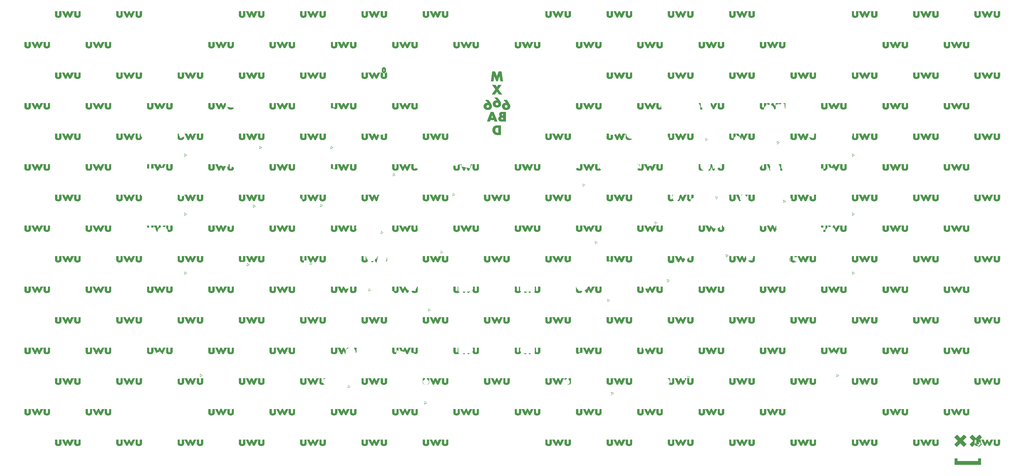
<source format=gbo>
G04 #@! TF.GenerationSoftware,KiCad,Pcbnew,(6.0.4-0)*
G04 #@! TF.CreationDate,2022-11-11T23:09:08+01:00*
G04 #@! TF.ProjectId,The-ENDGAME-MX-BAD,5468652d-454e-4444-9741-4d452d4d582d,0_1*
G04 #@! TF.SameCoordinates,Original*
G04 #@! TF.FileFunction,Legend,Bot*
G04 #@! TF.FilePolarity,Positive*
%FSLAX46Y46*%
G04 Gerber Fmt 4.6, Leading zero omitted, Abs format (unit mm)*
G04 Created by KiCad (PCBNEW (6.0.4-0)) date 2022-11-11 23:09:08*
%MOMM*%
%LPD*%
G01*
G04 APERTURE LIST*
G04 Aperture macros list*
%AMRoundRect*
0 Rectangle with rounded corners*
0 $1 Rounding radius*
0 $2 $3 $4 $5 $6 $7 $8 $9 X,Y pos of 4 corners*
0 Add a 4 corners polygon primitive as box body*
4,1,4,$2,$3,$4,$5,$6,$7,$8,$9,$2,$3,0*
0 Add four circle primitives for the rounded corners*
1,1,$1+$1,$2,$3*
1,1,$1+$1,$4,$5*
1,1,$1+$1,$6,$7*
1,1,$1+$1,$8,$9*
0 Add four rect primitives between the rounded corners*
20,1,$1+$1,$2,$3,$4,$5,0*
20,1,$1+$1,$4,$5,$6,$7,0*
20,1,$1+$1,$6,$7,$8,$9,0*
20,1,$1+$1,$8,$9,$2,$3,0*%
%AMRotRect*
0 Rectangle, with rotation*
0 The origin of the aperture is its center*
0 $1 length*
0 $2 width*
0 $3 Rotation angle, in degrees counterclockwise*
0 Add horizontal line*
21,1,$1,$2,0,0,$3*%
G04 Aperture macros list end*
%ADD10C,0.000100*%
%ADD11C,0.100000*%
%ADD12R,1.752600X1.752600*%
%ADD13C,1.752600*%
%ADD14C,1.701800*%
%ADD15C,3.000000*%
%ADD16C,3.429000*%
%ADD17RotRect,2.600000X2.600000X348.000000*%
%ADD18C,2.032000*%
%ADD19R,2.600000X2.600000*%
%ADD20RotRect,2.600000X2.600000X12.000000*%
%ADD21RotRect,2.600000X2.600000X350.000000*%
%ADD22RotRect,2.600000X2.600000X10.000000*%
%ADD23RotRect,2.600000X2.600000X354.000000*%
%ADD24RotRect,2.600000X2.600000X6.000000*%
%ADD25R,3.250000X2.000000*%
%ADD26RotRect,0.900000X1.200000X192.000000*%
%ADD27RotRect,0.900000X1.200000X168.000000*%
%ADD28R,0.900000X1.200000*%
%ADD29RotRect,0.900000X1.200000X186.000000*%
%ADD30RotRect,0.900000X1.200000X190.000000*%
%ADD31RotRect,0.900000X1.200000X174.000000*%
%ADD32R,1.000000X0.800000*%
%ADD33C,0.900000*%
%ADD34R,0.700000X1.500000*%
%ADD35RotRect,0.900000X1.200000X170.000000*%
%ADD36RoundRect,0.250000X0.350000X0.625000X-0.350000X0.625000X-0.350000X-0.625000X0.350000X-0.625000X0*%
%ADD37O,1.200000X1.750000*%
G04 APERTURE END LIST*
D10*
G36*
X249733099Y-88985184D02*
G01*
X250181128Y-88064438D01*
X250794958Y-88064438D01*
X249934210Y-89796570D01*
X249584967Y-89796570D01*
X249151038Y-88812317D01*
X248717139Y-89796570D01*
X248360785Y-89796570D01*
X247500037Y-88064438D01*
X248113867Y-88064438D01*
X248561896Y-88985184D01*
X248999335Y-88043259D01*
X249295660Y-88043259D01*
X249733099Y-88985184D01*
G37*
X249733099Y-88985184D02*
X250181128Y-88064438D01*
X250794958Y-88064438D01*
X249934210Y-89796570D01*
X249584967Y-89796570D01*
X249151038Y-88812317D01*
X248717139Y-89796570D01*
X248360785Y-89796570D01*
X247500037Y-88064438D01*
X248113867Y-88064438D01*
X248561896Y-88985184D01*
X248999335Y-88043259D01*
X249295660Y-88043259D01*
X249733099Y-88985184D01*
G36*
X201928046Y-133117355D02*
G01*
X201928529Y-133148280D01*
X201929304Y-133164934D01*
X201930585Y-133182225D01*
X201932486Y-133200033D01*
X201935122Y-133218239D01*
X201938605Y-133236725D01*
X201943049Y-133255371D01*
X201948568Y-133274059D01*
X201955274Y-133292669D01*
X201963283Y-133311083D01*
X201972708Y-133329181D01*
X201977986Y-133338075D01*
X201983661Y-133346845D01*
X201989747Y-133355477D01*
X201996257Y-133363956D01*
X202003206Y-133372267D01*
X202010609Y-133380394D01*
X202018479Y-133388325D01*
X202026831Y-133396042D01*
X202034487Y-133402764D01*
X202042917Y-133409652D01*
X202052154Y-133416624D01*
X202062227Y-133423595D01*
X202073168Y-133430484D01*
X202085008Y-133437209D01*
X202097778Y-133443685D01*
X202111510Y-133449831D01*
X202126233Y-133455564D01*
X202141979Y-133460800D01*
X202150246Y-133463207D01*
X202158780Y-133465458D01*
X202167585Y-133467545D01*
X202176666Y-133469455D01*
X202186025Y-133471179D01*
X202195668Y-133472707D01*
X202205597Y-133474029D01*
X202215816Y-133475133D01*
X202226331Y-133476010D01*
X202237144Y-133476649D01*
X202248259Y-133477040D01*
X202259680Y-133477173D01*
X202279238Y-133476765D01*
X202298206Y-133475568D01*
X202316573Y-133473615D01*
X202334330Y-133470944D01*
X202351466Y-133467591D01*
X202367971Y-133463593D01*
X202383834Y-133458984D01*
X202399046Y-133453802D01*
X202413597Y-133448083D01*
X202427476Y-133441862D01*
X202440672Y-133435177D01*
X202453177Y-133428063D01*
X202464979Y-133420556D01*
X202476069Y-133412693D01*
X202486436Y-133404509D01*
X202496069Y-133396042D01*
X202503469Y-133388655D01*
X202510467Y-133381053D01*
X202517073Y-133373250D01*
X202523299Y-133365258D01*
X202534654Y-133348760D01*
X202544619Y-133331662D01*
X202553283Y-133314068D01*
X202560732Y-133296081D01*
X202567055Y-133277805D01*
X202572340Y-133259342D01*
X202576675Y-133240797D01*
X202580147Y-133222273D01*
X202582843Y-133203873D01*
X202584853Y-133185701D01*
X202586263Y-133167859D01*
X202587161Y-133150452D01*
X202587775Y-133117355D01*
X202587775Y-132161331D01*
X203145148Y-132161331D01*
X203145148Y-133170257D01*
X203143900Y-133243831D01*
X203142054Y-133280221D01*
X203139138Y-133316331D01*
X203134961Y-133352152D01*
X203129331Y-133387673D01*
X203122059Y-133422884D01*
X203112952Y-133457775D01*
X203101819Y-133492335D01*
X203088470Y-133526554D01*
X203072712Y-133560421D01*
X203054356Y-133593926D01*
X203033209Y-133627059D01*
X203009081Y-133659810D01*
X202981781Y-133692167D01*
X202951117Y-133724121D01*
X202932321Y-133741839D01*
X202913001Y-133758629D01*
X202872923Y-133789526D01*
X202831150Y-133817002D01*
X202787951Y-133841248D01*
X202743596Y-133862456D01*
X202698352Y-133880817D01*
X202652487Y-133896521D01*
X202606272Y-133909761D01*
X202559974Y-133920728D01*
X202513862Y-133929612D01*
X202468205Y-133936605D01*
X202423271Y-133941897D01*
X202379329Y-133945681D01*
X202336647Y-133948147D01*
X202256140Y-133949890D01*
X202175490Y-133948147D01*
X202132636Y-133945681D01*
X202088469Y-133941897D01*
X202043269Y-133936605D01*
X201997313Y-133929612D01*
X201950881Y-133920728D01*
X201904253Y-133909761D01*
X201857708Y-133896521D01*
X201811524Y-133880817D01*
X201765982Y-133862456D01*
X201721359Y-133841248D01*
X201677936Y-133817002D01*
X201635991Y-133789526D01*
X201595804Y-133758629D01*
X201576457Y-133741839D01*
X201557654Y-133724121D01*
X201529358Y-133694771D01*
X201503897Y-133664940D01*
X201481132Y-133634643D01*
X201460924Y-133603898D01*
X201443133Y-133572718D01*
X201427621Y-133541121D01*
X201414247Y-133509120D01*
X201402872Y-133476732D01*
X201393358Y-133443973D01*
X201385564Y-133410857D01*
X201379352Y-133377400D01*
X201374581Y-133343619D01*
X201371113Y-133309527D01*
X201368809Y-133275142D01*
X201367528Y-133240478D01*
X201367133Y-133205551D01*
X201367133Y-132161331D01*
X201928046Y-132161331D01*
X201928046Y-133117355D01*
G37*
X201928046Y-133117355D02*
X201928529Y-133148280D01*
X201929304Y-133164934D01*
X201930585Y-133182225D01*
X201932486Y-133200033D01*
X201935122Y-133218239D01*
X201938605Y-133236725D01*
X201943049Y-133255371D01*
X201948568Y-133274059D01*
X201955274Y-133292669D01*
X201963283Y-133311083D01*
X201972708Y-133329181D01*
X201977986Y-133338075D01*
X201983661Y-133346845D01*
X201989747Y-133355477D01*
X201996257Y-133363956D01*
X202003206Y-133372267D01*
X202010609Y-133380394D01*
X202018479Y-133388325D01*
X202026831Y-133396042D01*
X202034487Y-133402764D01*
X202042917Y-133409652D01*
X202052154Y-133416624D01*
X202062227Y-133423595D01*
X202073168Y-133430484D01*
X202085008Y-133437209D01*
X202097778Y-133443685D01*
X202111510Y-133449831D01*
X202126233Y-133455564D01*
X202141979Y-133460800D01*
X202150246Y-133463207D01*
X202158780Y-133465458D01*
X202167585Y-133467545D01*
X202176666Y-133469455D01*
X202186025Y-133471179D01*
X202195668Y-133472707D01*
X202205597Y-133474029D01*
X202215816Y-133475133D01*
X202226331Y-133476010D01*
X202237144Y-133476649D01*
X202248259Y-133477040D01*
X202259680Y-133477173D01*
X202279238Y-133476765D01*
X202298206Y-133475568D01*
X202316573Y-133473615D01*
X202334330Y-133470944D01*
X202351466Y-133467591D01*
X202367971Y-133463593D01*
X202383834Y-133458984D01*
X202399046Y-133453802D01*
X202413597Y-133448083D01*
X202427476Y-133441862D01*
X202440672Y-133435177D01*
X202453177Y-133428063D01*
X202464979Y-133420556D01*
X202476069Y-133412693D01*
X202486436Y-133404509D01*
X202496069Y-133396042D01*
X202503469Y-133388655D01*
X202510467Y-133381053D01*
X202517073Y-133373250D01*
X202523299Y-133365258D01*
X202534654Y-133348760D01*
X202544619Y-133331662D01*
X202553283Y-133314068D01*
X202560732Y-133296081D01*
X202567055Y-133277805D01*
X202572340Y-133259342D01*
X202576675Y-133240797D01*
X202580147Y-133222273D01*
X202582843Y-133203873D01*
X202584853Y-133185701D01*
X202586263Y-133167859D01*
X202587161Y-133150452D01*
X202587775Y-133117355D01*
X202587775Y-132161331D01*
X203145148Y-132161331D01*
X203145148Y-133170257D01*
X203143900Y-133243831D01*
X203142054Y-133280221D01*
X203139138Y-133316331D01*
X203134961Y-133352152D01*
X203129331Y-133387673D01*
X203122059Y-133422884D01*
X203112952Y-133457775D01*
X203101819Y-133492335D01*
X203088470Y-133526554D01*
X203072712Y-133560421D01*
X203054356Y-133593926D01*
X203033209Y-133627059D01*
X203009081Y-133659810D01*
X202981781Y-133692167D01*
X202951117Y-133724121D01*
X202932321Y-133741839D01*
X202913001Y-133758629D01*
X202872923Y-133789526D01*
X202831150Y-133817002D01*
X202787951Y-133841248D01*
X202743596Y-133862456D01*
X202698352Y-133880817D01*
X202652487Y-133896521D01*
X202606272Y-133909761D01*
X202559974Y-133920728D01*
X202513862Y-133929612D01*
X202468205Y-133936605D01*
X202423271Y-133941897D01*
X202379329Y-133945681D01*
X202336647Y-133948147D01*
X202256140Y-133949890D01*
X202175490Y-133948147D01*
X202132636Y-133945681D01*
X202088469Y-133941897D01*
X202043269Y-133936605D01*
X201997313Y-133929612D01*
X201950881Y-133920728D01*
X201904253Y-133909761D01*
X201857708Y-133896521D01*
X201811524Y-133880817D01*
X201765982Y-133862456D01*
X201721359Y-133841248D01*
X201677936Y-133817002D01*
X201635991Y-133789526D01*
X201595804Y-133758629D01*
X201576457Y-133741839D01*
X201557654Y-133724121D01*
X201529358Y-133694771D01*
X201503897Y-133664940D01*
X201481132Y-133634643D01*
X201460924Y-133603898D01*
X201443133Y-133572718D01*
X201427621Y-133541121D01*
X201414247Y-133509120D01*
X201402872Y-133476732D01*
X201393358Y-133443973D01*
X201385564Y-133410857D01*
X201379352Y-133377400D01*
X201374581Y-133343619D01*
X201371113Y-133309527D01*
X201368809Y-133275142D01*
X201367528Y-133240478D01*
X201367133Y-133205551D01*
X201367133Y-132161331D01*
X201928046Y-132161331D01*
X201928046Y-133117355D01*
G36*
X69636023Y-71381699D02*
G01*
X69636506Y-71412629D01*
X69637280Y-71429286D01*
X69638560Y-71446578D01*
X69640461Y-71464386D01*
X69643095Y-71482593D01*
X69646577Y-71501078D01*
X69651021Y-71519724D01*
X69656539Y-71538411D01*
X69663245Y-71557020D01*
X69671254Y-71575433D01*
X69680679Y-71593531D01*
X69685957Y-71602424D01*
X69691633Y-71611195D01*
X69697719Y-71619827D01*
X69704230Y-71628305D01*
X69711180Y-71636616D01*
X69718584Y-71644744D01*
X69726455Y-71652675D01*
X69734808Y-71660393D01*
X69742461Y-71667118D01*
X69750889Y-71674008D01*
X69760124Y-71680982D01*
X69770195Y-71687955D01*
X69781135Y-71694846D01*
X69792974Y-71701571D01*
X69805743Y-71708048D01*
X69819474Y-71714195D01*
X69834196Y-71719928D01*
X69849942Y-71725166D01*
X69858209Y-71727572D01*
X69866742Y-71729824D01*
X69875548Y-71731910D01*
X69884628Y-71733821D01*
X69893987Y-71735545D01*
X69903630Y-71737074D01*
X69913559Y-71738395D01*
X69923779Y-71739499D01*
X69934293Y-71740376D01*
X69945106Y-71741015D01*
X69956221Y-71741406D01*
X69967642Y-71741539D01*
X69987193Y-71741131D01*
X70006155Y-71739934D01*
X70024518Y-71737981D01*
X70042272Y-71735310D01*
X70059406Y-71731957D01*
X70075910Y-71727958D01*
X70091773Y-71723349D01*
X70106985Y-71718166D01*
X70121536Y-71712446D01*
X70135414Y-71706225D01*
X70148610Y-71699538D01*
X70161113Y-71692422D01*
X70172913Y-71684914D01*
X70183998Y-71677049D01*
X70194359Y-71668863D01*
X70203986Y-71660393D01*
X70211388Y-71653006D01*
X70218388Y-71645404D01*
X70224997Y-71637601D01*
X70231225Y-71629609D01*
X70242584Y-71613111D01*
X70252553Y-71596014D01*
X70261219Y-71578420D01*
X70268671Y-71560433D01*
X70274997Y-71542157D01*
X70280283Y-71523695D01*
X70284619Y-71505150D01*
X70288092Y-71486625D01*
X70290789Y-71468225D01*
X70292799Y-71450052D01*
X70294209Y-71432209D01*
X70295108Y-71414801D01*
X70295721Y-71381699D01*
X70295721Y-70425682D01*
X70853110Y-70425682D01*
X70853110Y-71434616D01*
X70851863Y-71508187D01*
X70850017Y-71544575D01*
X70847102Y-71580684D01*
X70842926Y-71616504D01*
X70837298Y-71652024D01*
X70830027Y-71687234D01*
X70820921Y-71722124D01*
X70809790Y-71756683D01*
X70796442Y-71790902D01*
X70780686Y-71824769D01*
X70762331Y-71858274D01*
X70741185Y-71891407D01*
X70717058Y-71924159D01*
X70689758Y-71956517D01*
X70659094Y-71988472D01*
X70640300Y-72006190D01*
X70620981Y-72022982D01*
X70580904Y-72053880D01*
X70539132Y-72081357D01*
X70495933Y-72105604D01*
X70451577Y-72126814D01*
X70406332Y-72145176D01*
X70360468Y-72160882D01*
X70314251Y-72174123D01*
X70267953Y-72185090D01*
X70221841Y-72193975D01*
X70176184Y-72200969D01*
X70131251Y-72206262D01*
X70087310Y-72210046D01*
X70044631Y-72212513D01*
X69964133Y-72214256D01*
X69883478Y-72212513D01*
X69840623Y-72210047D01*
X69796455Y-72206263D01*
X69751254Y-72200970D01*
X69705298Y-72193977D01*
X69658866Y-72185093D01*
X69612238Y-72174126D01*
X69565693Y-72160885D01*
X69519509Y-72145179D01*
X69473966Y-72126817D01*
X69429343Y-72105608D01*
X69385919Y-72081359D01*
X69343973Y-72053882D01*
X69303784Y-72022983D01*
X69284436Y-72006191D01*
X69265631Y-71988472D01*
X69237330Y-71959123D01*
X69211867Y-71929293D01*
X69189101Y-71898998D01*
X69168893Y-71868253D01*
X69151104Y-71837074D01*
X69135594Y-71805477D01*
X69122224Y-71773476D01*
X69110854Y-71741088D01*
X69101344Y-71708328D01*
X69093554Y-71675211D01*
X69087346Y-71641754D01*
X69082580Y-71607970D01*
X69079116Y-71573878D01*
X69076814Y-71539490D01*
X69075535Y-71504824D01*
X69075140Y-71469894D01*
X69075140Y-70425682D01*
X69636023Y-70425682D01*
X69636023Y-71381699D01*
G37*
X69636023Y-71381699D02*
X69636506Y-71412629D01*
X69637280Y-71429286D01*
X69638560Y-71446578D01*
X69640461Y-71464386D01*
X69643095Y-71482593D01*
X69646577Y-71501078D01*
X69651021Y-71519724D01*
X69656539Y-71538411D01*
X69663245Y-71557020D01*
X69671254Y-71575433D01*
X69680679Y-71593531D01*
X69685957Y-71602424D01*
X69691633Y-71611195D01*
X69697719Y-71619827D01*
X69704230Y-71628305D01*
X69711180Y-71636616D01*
X69718584Y-71644744D01*
X69726455Y-71652675D01*
X69734808Y-71660393D01*
X69742461Y-71667118D01*
X69750889Y-71674008D01*
X69760124Y-71680982D01*
X69770195Y-71687955D01*
X69781135Y-71694846D01*
X69792974Y-71701571D01*
X69805743Y-71708048D01*
X69819474Y-71714195D01*
X69834196Y-71719928D01*
X69849942Y-71725166D01*
X69858209Y-71727572D01*
X69866742Y-71729824D01*
X69875548Y-71731910D01*
X69884628Y-71733821D01*
X69893987Y-71735545D01*
X69903630Y-71737074D01*
X69913559Y-71738395D01*
X69923779Y-71739499D01*
X69934293Y-71740376D01*
X69945106Y-71741015D01*
X69956221Y-71741406D01*
X69967642Y-71741539D01*
X69987193Y-71741131D01*
X70006155Y-71739934D01*
X70024518Y-71737981D01*
X70042272Y-71735310D01*
X70059406Y-71731957D01*
X70075910Y-71727958D01*
X70091773Y-71723349D01*
X70106985Y-71718166D01*
X70121536Y-71712446D01*
X70135414Y-71706225D01*
X70148610Y-71699538D01*
X70161113Y-71692422D01*
X70172913Y-71684914D01*
X70183998Y-71677049D01*
X70194359Y-71668863D01*
X70203986Y-71660393D01*
X70211388Y-71653006D01*
X70218388Y-71645404D01*
X70224997Y-71637601D01*
X70231225Y-71629609D01*
X70242584Y-71613111D01*
X70252553Y-71596014D01*
X70261219Y-71578420D01*
X70268671Y-71560433D01*
X70274997Y-71542157D01*
X70280283Y-71523695D01*
X70284619Y-71505150D01*
X70288092Y-71486625D01*
X70290789Y-71468225D01*
X70292799Y-71450052D01*
X70294209Y-71432209D01*
X70295108Y-71414801D01*
X70295721Y-71381699D01*
X70295721Y-70425682D01*
X70853110Y-70425682D01*
X70853110Y-71434616D01*
X70851863Y-71508187D01*
X70850017Y-71544575D01*
X70847102Y-71580684D01*
X70842926Y-71616504D01*
X70837298Y-71652024D01*
X70830027Y-71687234D01*
X70820921Y-71722124D01*
X70809790Y-71756683D01*
X70796442Y-71790902D01*
X70780686Y-71824769D01*
X70762331Y-71858274D01*
X70741185Y-71891407D01*
X70717058Y-71924159D01*
X70689758Y-71956517D01*
X70659094Y-71988472D01*
X70640300Y-72006190D01*
X70620981Y-72022982D01*
X70580904Y-72053880D01*
X70539132Y-72081357D01*
X70495933Y-72105604D01*
X70451577Y-72126814D01*
X70406332Y-72145176D01*
X70360468Y-72160882D01*
X70314251Y-72174123D01*
X70267953Y-72185090D01*
X70221841Y-72193975D01*
X70176184Y-72200969D01*
X70131251Y-72206262D01*
X70087310Y-72210046D01*
X70044631Y-72212513D01*
X69964133Y-72214256D01*
X69883478Y-72212513D01*
X69840623Y-72210047D01*
X69796455Y-72206263D01*
X69751254Y-72200970D01*
X69705298Y-72193977D01*
X69658866Y-72185093D01*
X69612238Y-72174126D01*
X69565693Y-72160885D01*
X69519509Y-72145179D01*
X69473966Y-72126817D01*
X69429343Y-72105608D01*
X69385919Y-72081359D01*
X69343973Y-72053882D01*
X69303784Y-72022983D01*
X69284436Y-72006191D01*
X69265631Y-71988472D01*
X69237330Y-71959123D01*
X69211867Y-71929293D01*
X69189101Y-71898998D01*
X69168893Y-71868253D01*
X69151104Y-71837074D01*
X69135594Y-71805477D01*
X69122224Y-71773476D01*
X69110854Y-71741088D01*
X69101344Y-71708328D01*
X69093554Y-71675211D01*
X69087346Y-71641754D01*
X69082580Y-71607970D01*
X69079116Y-71573878D01*
X69076814Y-71539490D01*
X69075535Y-71504824D01*
X69075140Y-71469894D01*
X69075140Y-70425682D01*
X69636023Y-70425682D01*
X69636023Y-71381699D01*
G36*
X232065955Y-106623932D02*
G01*
X232513983Y-105703201D01*
X233127814Y-105703201D01*
X232267065Y-107435318D01*
X231917822Y-107435318D01*
X231483893Y-106451080D01*
X231049994Y-107435318D01*
X230693640Y-107435318D01*
X229832892Y-105703201D01*
X230446723Y-105703201D01*
X230894751Y-106623932D01*
X231332190Y-105682022D01*
X231628516Y-105682022D01*
X232065955Y-106623932D01*
G37*
X232065955Y-106623932D02*
X232513983Y-105703201D01*
X233127814Y-105703201D01*
X232267065Y-107435318D01*
X231917822Y-107435318D01*
X231483893Y-106451080D01*
X231049994Y-107435318D01*
X230693640Y-107435318D01*
X229832892Y-105703201D01*
X230446723Y-105703201D01*
X230894751Y-106623932D01*
X231332190Y-105682022D01*
X231628516Y-105682022D01*
X232065955Y-106623932D01*
G36*
X189810095Y-115478592D02*
G01*
X189810579Y-115509520D01*
X189811353Y-115526176D01*
X189812635Y-115543468D01*
X189814537Y-115561277D01*
X189817173Y-115579483D01*
X189820657Y-115597969D01*
X189825102Y-115616615D01*
X189830623Y-115635303D01*
X189837332Y-115653913D01*
X189845343Y-115672327D01*
X189854770Y-115690426D01*
X189860050Y-115699321D01*
X189865727Y-115708091D01*
X189871814Y-115716724D01*
X189878327Y-115725203D01*
X189885279Y-115733515D01*
X189892684Y-115741644D01*
X189900557Y-115749575D01*
X189908911Y-115757294D01*
X189916562Y-115764019D01*
X189924988Y-115770909D01*
X189934222Y-115777881D01*
X189944293Y-115784854D01*
X189955233Y-115791743D01*
X189967073Y-115798467D01*
X189979843Y-115804943D01*
X189993575Y-115811089D01*
X190008298Y-115816820D01*
X190024044Y-115822056D01*
X190032310Y-115824462D01*
X190040844Y-115826713D01*
X190049649Y-115828799D01*
X190058728Y-115830709D01*
X190068087Y-115832433D01*
X190077729Y-115833961D01*
X190087657Y-115835282D01*
X190097875Y-115836386D01*
X190108387Y-115837262D01*
X190119198Y-115837901D01*
X190130311Y-115838292D01*
X190141730Y-115838425D01*
X190161288Y-115838017D01*
X190180256Y-115836819D01*
X190198623Y-115834867D01*
X190216380Y-115832196D01*
X190233515Y-115828843D01*
X190250020Y-115824845D01*
X190265884Y-115820236D01*
X190281096Y-115815054D01*
X190295646Y-115809335D01*
X190309525Y-115803114D01*
X190322722Y-115796429D01*
X190335226Y-115789314D01*
X190347029Y-115781808D01*
X190358118Y-115773945D01*
X190368485Y-115765761D01*
X190378119Y-115757294D01*
X190385521Y-115749905D01*
X190392522Y-115742302D01*
X190399130Y-115734498D01*
X190405358Y-115726505D01*
X190416717Y-115710006D01*
X190426686Y-115692907D01*
X190435353Y-115675312D01*
X190442805Y-115657325D01*
X190449130Y-115639049D01*
X190454417Y-115620587D01*
X190458752Y-115602041D01*
X190462225Y-115583517D01*
X190464922Y-115565117D01*
X190466932Y-115546944D01*
X190468343Y-115529102D01*
X190469241Y-115511694D01*
X190469855Y-115478592D01*
X190469855Y-114522583D01*
X191027228Y-114522583D01*
X191027228Y-115531510D01*
X191025979Y-115605083D01*
X191024131Y-115641471D01*
X191021213Y-115677580D01*
X191017033Y-115713401D01*
X191011402Y-115748921D01*
X191004126Y-115784131D01*
X190995017Y-115819021D01*
X190983881Y-115853581D01*
X190970529Y-115887799D01*
X190954769Y-115921666D01*
X190936410Y-115955172D01*
X190915262Y-115988306D01*
X190891132Y-116021057D01*
X190863831Y-116053417D01*
X190833167Y-116085373D01*
X190814371Y-116103090D01*
X190795051Y-116119881D01*
X190754972Y-116150778D01*
X190713200Y-116178253D01*
X190670001Y-116202500D01*
X190625646Y-116223708D01*
X190580403Y-116242068D01*
X190534540Y-116257773D01*
X190488325Y-116271013D01*
X190442029Y-116281980D01*
X190395919Y-116290864D01*
X190350265Y-116297856D01*
X190305334Y-116303149D01*
X190261395Y-116306933D01*
X190218717Y-116309399D01*
X190138220Y-116311142D01*
X190057568Y-116309399D01*
X190014714Y-116306934D01*
X189970545Y-116303151D01*
X189925342Y-116297860D01*
X189879383Y-116290868D01*
X189832949Y-116281985D01*
X189786318Y-116271019D01*
X189739770Y-116257780D01*
X189693584Y-116242075D01*
X189648038Y-116223714D01*
X189603414Y-116202506D01*
X189559988Y-116178259D01*
X189518042Y-116150782D01*
X189477854Y-116119884D01*
X189458507Y-116103092D01*
X189439703Y-116085373D01*
X189411407Y-116056022D01*
X189385948Y-116026191D01*
X189363184Y-115995895D01*
X189342978Y-115965150D01*
X189325190Y-115933970D01*
X189309680Y-115902372D01*
X189296309Y-115870371D01*
X189284937Y-115837982D01*
X189275426Y-115805222D01*
X189267635Y-115772105D01*
X189261425Y-115738647D01*
X189256657Y-115704864D01*
X189253191Y-115670771D01*
X189250888Y-115636384D01*
X189249608Y-115601717D01*
X189249213Y-115566788D01*
X189249213Y-114522583D01*
X189810095Y-114522583D01*
X189810095Y-115478592D01*
G37*
X189810095Y-115478592D02*
X189810579Y-115509520D01*
X189811353Y-115526176D01*
X189812635Y-115543468D01*
X189814537Y-115561277D01*
X189817173Y-115579483D01*
X189820657Y-115597969D01*
X189825102Y-115616615D01*
X189830623Y-115635303D01*
X189837332Y-115653913D01*
X189845343Y-115672327D01*
X189854770Y-115690426D01*
X189860050Y-115699321D01*
X189865727Y-115708091D01*
X189871814Y-115716724D01*
X189878327Y-115725203D01*
X189885279Y-115733515D01*
X189892684Y-115741644D01*
X189900557Y-115749575D01*
X189908911Y-115757294D01*
X189916562Y-115764019D01*
X189924988Y-115770909D01*
X189934222Y-115777881D01*
X189944293Y-115784854D01*
X189955233Y-115791743D01*
X189967073Y-115798467D01*
X189979843Y-115804943D01*
X189993575Y-115811089D01*
X190008298Y-115816820D01*
X190024044Y-115822056D01*
X190032310Y-115824462D01*
X190040844Y-115826713D01*
X190049649Y-115828799D01*
X190058728Y-115830709D01*
X190068087Y-115832433D01*
X190077729Y-115833961D01*
X190087657Y-115835282D01*
X190097875Y-115836386D01*
X190108387Y-115837262D01*
X190119198Y-115837901D01*
X190130311Y-115838292D01*
X190141730Y-115838425D01*
X190161288Y-115838017D01*
X190180256Y-115836819D01*
X190198623Y-115834867D01*
X190216380Y-115832196D01*
X190233515Y-115828843D01*
X190250020Y-115824845D01*
X190265884Y-115820236D01*
X190281096Y-115815054D01*
X190295646Y-115809335D01*
X190309525Y-115803114D01*
X190322722Y-115796429D01*
X190335226Y-115789314D01*
X190347029Y-115781808D01*
X190358118Y-115773945D01*
X190368485Y-115765761D01*
X190378119Y-115757294D01*
X190385521Y-115749905D01*
X190392522Y-115742302D01*
X190399130Y-115734498D01*
X190405358Y-115726505D01*
X190416717Y-115710006D01*
X190426686Y-115692907D01*
X190435353Y-115675312D01*
X190442805Y-115657325D01*
X190449130Y-115639049D01*
X190454417Y-115620587D01*
X190458752Y-115602041D01*
X190462225Y-115583517D01*
X190464922Y-115565117D01*
X190466932Y-115546944D01*
X190468343Y-115529102D01*
X190469241Y-115511694D01*
X190469855Y-115478592D01*
X190469855Y-114522583D01*
X191027228Y-114522583D01*
X191027228Y-115531510D01*
X191025979Y-115605083D01*
X191024131Y-115641471D01*
X191021213Y-115677580D01*
X191017033Y-115713401D01*
X191011402Y-115748921D01*
X191004126Y-115784131D01*
X190995017Y-115819021D01*
X190983881Y-115853581D01*
X190970529Y-115887799D01*
X190954769Y-115921666D01*
X190936410Y-115955172D01*
X190915262Y-115988306D01*
X190891132Y-116021057D01*
X190863831Y-116053417D01*
X190833167Y-116085373D01*
X190814371Y-116103090D01*
X190795051Y-116119881D01*
X190754972Y-116150778D01*
X190713200Y-116178253D01*
X190670001Y-116202500D01*
X190625646Y-116223708D01*
X190580403Y-116242068D01*
X190534540Y-116257773D01*
X190488325Y-116271013D01*
X190442029Y-116281980D01*
X190395919Y-116290864D01*
X190350265Y-116297856D01*
X190305334Y-116303149D01*
X190261395Y-116306933D01*
X190218717Y-116309399D01*
X190138220Y-116311142D01*
X190057568Y-116309399D01*
X190014714Y-116306934D01*
X189970545Y-116303151D01*
X189925342Y-116297860D01*
X189879383Y-116290868D01*
X189832949Y-116281985D01*
X189786318Y-116271019D01*
X189739770Y-116257780D01*
X189693584Y-116242075D01*
X189648038Y-116223714D01*
X189603414Y-116202506D01*
X189559988Y-116178259D01*
X189518042Y-116150782D01*
X189477854Y-116119884D01*
X189458507Y-116103092D01*
X189439703Y-116085373D01*
X189411407Y-116056022D01*
X189385948Y-116026191D01*
X189363184Y-115995895D01*
X189342978Y-115965150D01*
X189325190Y-115933970D01*
X189309680Y-115902372D01*
X189296309Y-115870371D01*
X189284937Y-115837982D01*
X189275426Y-115805222D01*
X189267635Y-115772105D01*
X189261425Y-115738647D01*
X189256657Y-115704864D01*
X189253191Y-115670771D01*
X189250888Y-115636384D01*
X189249608Y-115601717D01*
X189249213Y-115566788D01*
X189249213Y-114522583D01*
X189810095Y-114522583D01*
X189810095Y-115478592D01*
G36*
X216268500Y-89020462D02*
G01*
X216268983Y-89051391D01*
X216269758Y-89068046D01*
X216271039Y-89085338D01*
X216272941Y-89103146D01*
X216275578Y-89121352D01*
X216279062Y-89139838D01*
X216283507Y-89158484D01*
X216289027Y-89177170D01*
X216295736Y-89195780D01*
X216303747Y-89214193D01*
X216313175Y-89232290D01*
X216318455Y-89241183D01*
X216324131Y-89249953D01*
X216330219Y-89258585D01*
X216336732Y-89267063D01*
X216343683Y-89275374D01*
X216351088Y-89283501D01*
X216358961Y-89291431D01*
X216367316Y-89299149D01*
X216374966Y-89305873D01*
X216383393Y-89312764D01*
X216392626Y-89319737D01*
X216402698Y-89326711D01*
X216413638Y-89333601D01*
X216425478Y-89340327D01*
X216438248Y-89346804D01*
X216451979Y-89352951D01*
X216466702Y-89358684D01*
X216482449Y-89363922D01*
X216490715Y-89366328D01*
X216499249Y-89368580D01*
X216508053Y-89370666D01*
X216517133Y-89372577D01*
X216526492Y-89374301D01*
X216536133Y-89375829D01*
X216546061Y-89377151D01*
X216556280Y-89378255D01*
X216566792Y-89379132D01*
X216577603Y-89379771D01*
X216588716Y-89380162D01*
X216600134Y-89380295D01*
X216619692Y-89379888D01*
X216638660Y-89378689D01*
X216657027Y-89376737D01*
X216674784Y-89374066D01*
X216691920Y-89370713D01*
X216708425Y-89366714D01*
X216724288Y-89362105D01*
X216739500Y-89356922D01*
X216754051Y-89351202D01*
X216767930Y-89344981D01*
X216781126Y-89338294D01*
X216793631Y-89331178D01*
X216805433Y-89323670D01*
X216816523Y-89315805D01*
X216826890Y-89307619D01*
X216836523Y-89299149D01*
X216843926Y-89291761D01*
X216850926Y-89284160D01*
X216857535Y-89276357D01*
X216863763Y-89268365D01*
X216875122Y-89251868D01*
X216885091Y-89234771D01*
X216893757Y-89217177D01*
X216901209Y-89199192D01*
X216907535Y-89180916D01*
X216912821Y-89162455D01*
X216917157Y-89143910D01*
X216920630Y-89125387D01*
X216923327Y-89106987D01*
X216925337Y-89088814D01*
X216926747Y-89070972D01*
X216927646Y-89053564D01*
X216928259Y-89020462D01*
X216928259Y-88064438D01*
X217485632Y-88064438D01*
X217485632Y-89073364D01*
X217484385Y-89146938D01*
X217482538Y-89183327D01*
X217479622Y-89219438D01*
X217475444Y-89255259D01*
X217469814Y-89290780D01*
X217462541Y-89325991D01*
X217453433Y-89360882D01*
X217442298Y-89395442D01*
X217428947Y-89429661D01*
X217413187Y-89463528D01*
X217394828Y-89497033D01*
X217373678Y-89530166D01*
X217349546Y-89562917D01*
X217322240Y-89595274D01*
X217291571Y-89627228D01*
X217272775Y-89644947D01*
X217253455Y-89661739D01*
X217213377Y-89692638D01*
X217171604Y-89720115D01*
X217128406Y-89744363D01*
X217084051Y-89765573D01*
X217038807Y-89783935D01*
X216992944Y-89799641D01*
X216946730Y-89812882D01*
X216900434Y-89823849D01*
X216854324Y-89832733D01*
X216808669Y-89839726D01*
X216763738Y-89845019D01*
X216719800Y-89848803D01*
X216677122Y-89851269D01*
X216596625Y-89853012D01*
X216515973Y-89851269D01*
X216473118Y-89848803D01*
X216428949Y-89845019D01*
X216383746Y-89839726D01*
X216337788Y-89832733D01*
X216291354Y-89823849D01*
X216244723Y-89812882D01*
X216198175Y-89799641D01*
X216151988Y-89783935D01*
X216106443Y-89765573D01*
X216061818Y-89744363D01*
X216018393Y-89720115D01*
X215976446Y-89692638D01*
X215936258Y-89661739D01*
X215916911Y-89644947D01*
X215898108Y-89627228D01*
X215869812Y-89597880D01*
X215844352Y-89568051D01*
X215821589Y-89537757D01*
X215801383Y-89507013D01*
X215783595Y-89475835D01*
X215768084Y-89444238D01*
X215754714Y-89412238D01*
X215743342Y-89379850D01*
X215733830Y-89347091D01*
X215726039Y-89313974D01*
X215719829Y-89280517D01*
X215715061Y-89246734D01*
X215711595Y-89212641D01*
X215709292Y-89178254D01*
X215708013Y-89143587D01*
X215707617Y-89108658D01*
X215707617Y-88064438D01*
X216268500Y-88064438D01*
X216268500Y-89020462D01*
G37*
X216268500Y-89020462D02*
X216268983Y-89051391D01*
X216269758Y-89068046D01*
X216271039Y-89085338D01*
X216272941Y-89103146D01*
X216275578Y-89121352D01*
X216279062Y-89139838D01*
X216283507Y-89158484D01*
X216289027Y-89177170D01*
X216295736Y-89195780D01*
X216303747Y-89214193D01*
X216313175Y-89232290D01*
X216318455Y-89241183D01*
X216324131Y-89249953D01*
X216330219Y-89258585D01*
X216336732Y-89267063D01*
X216343683Y-89275374D01*
X216351088Y-89283501D01*
X216358961Y-89291431D01*
X216367316Y-89299149D01*
X216374966Y-89305873D01*
X216383393Y-89312764D01*
X216392626Y-89319737D01*
X216402698Y-89326711D01*
X216413638Y-89333601D01*
X216425478Y-89340327D01*
X216438248Y-89346804D01*
X216451979Y-89352951D01*
X216466702Y-89358684D01*
X216482449Y-89363922D01*
X216490715Y-89366328D01*
X216499249Y-89368580D01*
X216508053Y-89370666D01*
X216517133Y-89372577D01*
X216526492Y-89374301D01*
X216536133Y-89375829D01*
X216546061Y-89377151D01*
X216556280Y-89378255D01*
X216566792Y-89379132D01*
X216577603Y-89379771D01*
X216588716Y-89380162D01*
X216600134Y-89380295D01*
X216619692Y-89379888D01*
X216638660Y-89378689D01*
X216657027Y-89376737D01*
X216674784Y-89374066D01*
X216691920Y-89370713D01*
X216708425Y-89366714D01*
X216724288Y-89362105D01*
X216739500Y-89356922D01*
X216754051Y-89351202D01*
X216767930Y-89344981D01*
X216781126Y-89338294D01*
X216793631Y-89331178D01*
X216805433Y-89323670D01*
X216816523Y-89315805D01*
X216826890Y-89307619D01*
X216836523Y-89299149D01*
X216843926Y-89291761D01*
X216850926Y-89284160D01*
X216857535Y-89276357D01*
X216863763Y-89268365D01*
X216875122Y-89251868D01*
X216885091Y-89234771D01*
X216893757Y-89217177D01*
X216901209Y-89199192D01*
X216907535Y-89180916D01*
X216912821Y-89162455D01*
X216917157Y-89143910D01*
X216920630Y-89125387D01*
X216923327Y-89106987D01*
X216925337Y-89088814D01*
X216926747Y-89070972D01*
X216927646Y-89053564D01*
X216928259Y-89020462D01*
X216928259Y-88064438D01*
X217485632Y-88064438D01*
X217485632Y-89073364D01*
X217484385Y-89146938D01*
X217482538Y-89183327D01*
X217479622Y-89219438D01*
X217475444Y-89255259D01*
X217469814Y-89290780D01*
X217462541Y-89325991D01*
X217453433Y-89360882D01*
X217442298Y-89395442D01*
X217428947Y-89429661D01*
X217413187Y-89463528D01*
X217394828Y-89497033D01*
X217373678Y-89530166D01*
X217349546Y-89562917D01*
X217322240Y-89595274D01*
X217291571Y-89627228D01*
X217272775Y-89644947D01*
X217253455Y-89661739D01*
X217213377Y-89692638D01*
X217171604Y-89720115D01*
X217128406Y-89744363D01*
X217084051Y-89765573D01*
X217038807Y-89783935D01*
X216992944Y-89799641D01*
X216946730Y-89812882D01*
X216900434Y-89823849D01*
X216854324Y-89832733D01*
X216808669Y-89839726D01*
X216763738Y-89845019D01*
X216719800Y-89848803D01*
X216677122Y-89851269D01*
X216596625Y-89853012D01*
X216515973Y-89851269D01*
X216473118Y-89848803D01*
X216428949Y-89845019D01*
X216383746Y-89839726D01*
X216337788Y-89832733D01*
X216291354Y-89823849D01*
X216244723Y-89812882D01*
X216198175Y-89799641D01*
X216151988Y-89783935D01*
X216106443Y-89765573D01*
X216061818Y-89744363D01*
X216018393Y-89720115D01*
X215976446Y-89692638D01*
X215936258Y-89661739D01*
X215916911Y-89644947D01*
X215898108Y-89627228D01*
X215869812Y-89597880D01*
X215844352Y-89568051D01*
X215821589Y-89537757D01*
X215801383Y-89507013D01*
X215783595Y-89475835D01*
X215768084Y-89444238D01*
X215754714Y-89412238D01*
X215743342Y-89379850D01*
X215733830Y-89347091D01*
X215726039Y-89313974D01*
X215719829Y-89280517D01*
X215715061Y-89246734D01*
X215711595Y-89212641D01*
X215709292Y-89178254D01*
X215708013Y-89143587D01*
X215707617Y-89108658D01*
X215707617Y-88064438D01*
X216268500Y-88064438D01*
X216268500Y-89020462D01*
G36*
X198629584Y-141936737D02*
G01*
X198630066Y-141967661D01*
X198630839Y-141984314D01*
X198632119Y-142001604D01*
X198634018Y-142019411D01*
X198636652Y-142037616D01*
X198640133Y-142056100D01*
X198644575Y-142074745D01*
X198650093Y-142093432D01*
X198656799Y-142112040D01*
X198664808Y-142130453D01*
X198674233Y-142148550D01*
X198679512Y-142157443D01*
X198685188Y-142166213D01*
X198691274Y-142174845D01*
X198697786Y-142183323D01*
X198704737Y-142191634D01*
X198712142Y-142199761D01*
X198720015Y-142207691D01*
X198728369Y-142215408D01*
X198736020Y-142222133D01*
X198744446Y-142229024D01*
X198753680Y-142235997D01*
X198763752Y-142242970D01*
X198774692Y-142249861D01*
X198786533Y-142256587D01*
X198799304Y-142263064D01*
X198813036Y-142269211D01*
X198827761Y-142274944D01*
X198843510Y-142280181D01*
X198851777Y-142282588D01*
X198860312Y-142284840D01*
X198869118Y-142286926D01*
X198878200Y-142288836D01*
X198887560Y-142290561D01*
X198897203Y-142292089D01*
X198907133Y-142293410D01*
X198917353Y-142294515D01*
X198927868Y-142295392D01*
X198938682Y-142296031D01*
X198949797Y-142296422D01*
X198961218Y-142296555D01*
X198980771Y-142296147D01*
X198999735Y-142294949D01*
X199018100Y-142292997D01*
X199035855Y-142290326D01*
X199052990Y-142286973D01*
X199069494Y-142282973D01*
X199085357Y-142278365D01*
X199100569Y-142273182D01*
X199115120Y-142267462D01*
X199128998Y-142261240D01*
X199142194Y-142254554D01*
X199154698Y-142247438D01*
X199166498Y-142239930D01*
X199177585Y-142232064D01*
X199187948Y-142223878D01*
X199197577Y-142215408D01*
X199204979Y-142208022D01*
X199211980Y-142200422D01*
X199218588Y-142192620D01*
X199224817Y-142184629D01*
X199236175Y-142168133D01*
X199246144Y-142151037D01*
X199254811Y-142133444D01*
X199262263Y-142115459D01*
X199268588Y-142097184D01*
X199273875Y-142078722D01*
X199278210Y-142060178D01*
X199281683Y-142041654D01*
X199284380Y-142023255D01*
X199286390Y-142005082D01*
X199287801Y-141987241D01*
X199288699Y-141969834D01*
X199289313Y-141936737D01*
X199289313Y-140980698D01*
X199846686Y-140980698D01*
X199846686Y-141989639D01*
X199845438Y-142063213D01*
X199843592Y-142099602D01*
X199840676Y-142135712D01*
X199836499Y-142171533D01*
X199830869Y-142207054D01*
X199823597Y-142242265D01*
X199814490Y-142277155D01*
X199803357Y-142311714D01*
X199790008Y-142345932D01*
X199774250Y-142379798D01*
X199755894Y-142413302D01*
X199734747Y-142446433D01*
X199710619Y-142479181D01*
X199683319Y-142511536D01*
X199652655Y-142543488D01*
X199633857Y-142561206D01*
X199614534Y-142577998D01*
X199574451Y-142608897D01*
X199532674Y-142636375D01*
X199489472Y-142660623D01*
X199445114Y-142681833D01*
X199399868Y-142700195D01*
X199354003Y-142715900D01*
X199307787Y-142729141D01*
X199261490Y-142740108D01*
X199215379Y-142748993D01*
X199169724Y-142755986D01*
X199124792Y-142761279D01*
X199080853Y-142765062D01*
X199038175Y-142767528D01*
X198957678Y-142769272D01*
X198877028Y-142767528D01*
X198834174Y-142765062D01*
X198790007Y-142761279D01*
X198744807Y-142755986D01*
X198698851Y-142748993D01*
X198652420Y-142740108D01*
X198605791Y-142729141D01*
X198559246Y-142715900D01*
X198513062Y-142700195D01*
X198467520Y-142681833D01*
X198422897Y-142660623D01*
X198379474Y-142636375D01*
X198337529Y-142608897D01*
X198297342Y-142577998D01*
X198277995Y-142561206D01*
X198259192Y-142543488D01*
X198230891Y-142514140D01*
X198205426Y-142484311D01*
X198182659Y-142454017D01*
X198162449Y-142423273D01*
X198144658Y-142392095D01*
X198129145Y-142360498D01*
X198115773Y-142328498D01*
X198104399Y-142296110D01*
X198094886Y-142263350D01*
X198087094Y-142230234D01*
X198080884Y-142196777D01*
X198076115Y-142162994D01*
X198072649Y-142128901D01*
X198070346Y-142094514D01*
X198069066Y-142059847D01*
X198068671Y-142024918D01*
X198068671Y-140980698D01*
X198629584Y-140980698D01*
X198629584Y-141936737D01*
G37*
X198629584Y-141936737D02*
X198630066Y-141967661D01*
X198630839Y-141984314D01*
X198632119Y-142001604D01*
X198634018Y-142019411D01*
X198636652Y-142037616D01*
X198640133Y-142056100D01*
X198644575Y-142074745D01*
X198650093Y-142093432D01*
X198656799Y-142112040D01*
X198664808Y-142130453D01*
X198674233Y-142148550D01*
X198679512Y-142157443D01*
X198685188Y-142166213D01*
X198691274Y-142174845D01*
X198697786Y-142183323D01*
X198704737Y-142191634D01*
X198712142Y-142199761D01*
X198720015Y-142207691D01*
X198728369Y-142215408D01*
X198736020Y-142222133D01*
X198744446Y-142229024D01*
X198753680Y-142235997D01*
X198763752Y-142242970D01*
X198774692Y-142249861D01*
X198786533Y-142256587D01*
X198799304Y-142263064D01*
X198813036Y-142269211D01*
X198827761Y-142274944D01*
X198843510Y-142280181D01*
X198851777Y-142282588D01*
X198860312Y-142284840D01*
X198869118Y-142286926D01*
X198878200Y-142288836D01*
X198887560Y-142290561D01*
X198897203Y-142292089D01*
X198907133Y-142293410D01*
X198917353Y-142294515D01*
X198927868Y-142295392D01*
X198938682Y-142296031D01*
X198949797Y-142296422D01*
X198961218Y-142296555D01*
X198980771Y-142296147D01*
X198999735Y-142294949D01*
X199018100Y-142292997D01*
X199035855Y-142290326D01*
X199052990Y-142286973D01*
X199069494Y-142282973D01*
X199085357Y-142278365D01*
X199100569Y-142273182D01*
X199115120Y-142267462D01*
X199128998Y-142261240D01*
X199142194Y-142254554D01*
X199154698Y-142247438D01*
X199166498Y-142239930D01*
X199177585Y-142232064D01*
X199187948Y-142223878D01*
X199197577Y-142215408D01*
X199204979Y-142208022D01*
X199211980Y-142200422D01*
X199218588Y-142192620D01*
X199224817Y-142184629D01*
X199236175Y-142168133D01*
X199246144Y-142151037D01*
X199254811Y-142133444D01*
X199262263Y-142115459D01*
X199268588Y-142097184D01*
X199273875Y-142078722D01*
X199278210Y-142060178D01*
X199281683Y-142041654D01*
X199284380Y-142023255D01*
X199286390Y-142005082D01*
X199287801Y-141987241D01*
X199288699Y-141969834D01*
X199289313Y-141936737D01*
X199289313Y-140980698D01*
X199846686Y-140980698D01*
X199846686Y-141989639D01*
X199845438Y-142063213D01*
X199843592Y-142099602D01*
X199840676Y-142135712D01*
X199836499Y-142171533D01*
X199830869Y-142207054D01*
X199823597Y-142242265D01*
X199814490Y-142277155D01*
X199803357Y-142311714D01*
X199790008Y-142345932D01*
X199774250Y-142379798D01*
X199755894Y-142413302D01*
X199734747Y-142446433D01*
X199710619Y-142479181D01*
X199683319Y-142511536D01*
X199652655Y-142543488D01*
X199633857Y-142561206D01*
X199614534Y-142577998D01*
X199574451Y-142608897D01*
X199532674Y-142636375D01*
X199489472Y-142660623D01*
X199445114Y-142681833D01*
X199399868Y-142700195D01*
X199354003Y-142715900D01*
X199307787Y-142729141D01*
X199261490Y-142740108D01*
X199215379Y-142748993D01*
X199169724Y-142755986D01*
X199124792Y-142761279D01*
X199080853Y-142765062D01*
X199038175Y-142767528D01*
X198957678Y-142769272D01*
X198877028Y-142767528D01*
X198834174Y-142765062D01*
X198790007Y-142761279D01*
X198744807Y-142755986D01*
X198698851Y-142748993D01*
X198652420Y-142740108D01*
X198605791Y-142729141D01*
X198559246Y-142715900D01*
X198513062Y-142700195D01*
X198467520Y-142681833D01*
X198422897Y-142660623D01*
X198379474Y-142636375D01*
X198337529Y-142608897D01*
X198297342Y-142577998D01*
X198277995Y-142561206D01*
X198259192Y-142543488D01*
X198230891Y-142514140D01*
X198205426Y-142484311D01*
X198182659Y-142454017D01*
X198162449Y-142423273D01*
X198144658Y-142392095D01*
X198129145Y-142360498D01*
X198115773Y-142328498D01*
X198104399Y-142296110D01*
X198094886Y-142263350D01*
X198087094Y-142230234D01*
X198080884Y-142196777D01*
X198076115Y-142162994D01*
X198072649Y-142128901D01*
X198070346Y-142094514D01*
X198069066Y-142059847D01*
X198068671Y-142024918D01*
X198068671Y-140980698D01*
X198629584Y-140980698D01*
X198629584Y-141936737D01*
G36*
X117441077Y-62527039D02*
G01*
X117889105Y-61606300D01*
X118502936Y-61606300D01*
X117642157Y-63338432D01*
X117292914Y-63338432D01*
X116859015Y-62354187D01*
X116425085Y-63338432D01*
X116068762Y-63338432D01*
X115207983Y-61606300D01*
X115821814Y-61606300D01*
X116269843Y-62527039D01*
X116707281Y-61585129D01*
X117003638Y-61585129D01*
X117441077Y-62527039D01*
G37*
X117441077Y-62527039D02*
X117889105Y-61606300D01*
X118502936Y-61606300D01*
X117642157Y-63338432D01*
X117292914Y-63338432D01*
X116859015Y-62354187D01*
X116425085Y-63338432D01*
X116068762Y-63338432D01*
X115207983Y-61606300D01*
X115821814Y-61606300D01*
X116269843Y-62527039D01*
X116707281Y-61585129D01*
X117003638Y-61585129D01*
X117441077Y-62527039D01*
G36*
X161510199Y-71346420D02*
G01*
X161958258Y-70425682D01*
X162572089Y-70425682D01*
X161711310Y-72157806D01*
X161362036Y-72157806D01*
X160928137Y-71173561D01*
X160494238Y-72157806D01*
X160137885Y-72157806D01*
X159277106Y-70425682D01*
X159890936Y-70425682D01*
X160338995Y-71346420D01*
X160776434Y-70404503D01*
X161072760Y-70404503D01*
X161510199Y-71346420D01*
G37*
X161510199Y-71346420D02*
X161958258Y-70425682D01*
X162572089Y-70425682D01*
X161711310Y-72157806D01*
X161362036Y-72157806D01*
X160928137Y-71173561D01*
X160494238Y-72157806D01*
X160137885Y-72157806D01*
X159277106Y-70425682D01*
X159890936Y-70425682D01*
X160338995Y-71346420D01*
X160776434Y-70404503D01*
X161072760Y-70404503D01*
X161510199Y-71346420D01*
G36*
X179149146Y-159540222D02*
G01*
X179597174Y-158619476D01*
X180211005Y-158619476D01*
X179350226Y-160351593D01*
X179000983Y-160351593D01*
X178567084Y-159367371D01*
X178133154Y-160351593D01*
X177776831Y-160351593D01*
X176916052Y-158619476D01*
X177529883Y-158619476D01*
X177977911Y-159540222D01*
X178415350Y-158598312D01*
X178711706Y-158598312D01*
X179149146Y-159540222D01*
G37*
X179149146Y-159540222D02*
X179597174Y-158619476D01*
X180211005Y-158619476D01*
X179350226Y-160351593D01*
X179000983Y-160351593D01*
X178567084Y-159367371D01*
X178133154Y-160351593D01*
X177776831Y-160351593D01*
X176916052Y-158619476D01*
X177529883Y-158619476D01*
X177977911Y-159540222D01*
X178415350Y-158598312D01*
X178711706Y-158598312D01*
X179149146Y-159540222D01*
G36*
X281334998Y-141936737D02*
G01*
X281335481Y-141967661D01*
X281336255Y-141984314D01*
X281337537Y-142001604D01*
X281339438Y-142019411D01*
X281342074Y-142037616D01*
X281345557Y-142056100D01*
X281350001Y-142074745D01*
X281355519Y-142093432D01*
X281362226Y-142112040D01*
X281370235Y-142130453D01*
X281379660Y-142148550D01*
X281384938Y-142157443D01*
X281390613Y-142166213D01*
X281396698Y-142174845D01*
X281403209Y-142183323D01*
X281410158Y-142191634D01*
X281417561Y-142199761D01*
X281425431Y-142207691D01*
X281433783Y-142215408D01*
X281441439Y-142222133D01*
X281449869Y-142229024D01*
X281459105Y-142235997D01*
X281469179Y-142242970D01*
X281480120Y-142249861D01*
X281491960Y-142256587D01*
X281504730Y-142263064D01*
X281518461Y-142269211D01*
X281533185Y-142274944D01*
X281548931Y-142280181D01*
X281557198Y-142282588D01*
X281565732Y-142284840D01*
X281574537Y-142286926D01*
X281583618Y-142288836D01*
X281592977Y-142290561D01*
X281602620Y-142292089D01*
X281612549Y-142293410D01*
X281622768Y-142294515D01*
X281633283Y-142295392D01*
X281644096Y-142296031D01*
X281655211Y-142296422D01*
X281666632Y-142296555D01*
X281686190Y-142296147D01*
X281705158Y-142294949D01*
X281723525Y-142292997D01*
X281741282Y-142290326D01*
X281758418Y-142286973D01*
X281774922Y-142282973D01*
X281790786Y-142278365D01*
X281805998Y-142273182D01*
X281820549Y-142267462D01*
X281834428Y-142261240D01*
X281847624Y-142254554D01*
X281860129Y-142247438D01*
X281871931Y-142239930D01*
X281883021Y-142232064D01*
X281893387Y-142223878D01*
X281903021Y-142215408D01*
X281910421Y-142208022D01*
X281917419Y-142200422D01*
X281924025Y-142192620D01*
X281930251Y-142184629D01*
X281941606Y-142168133D01*
X281951571Y-142151037D01*
X281960235Y-142133444D01*
X281967684Y-142115459D01*
X281974007Y-142097184D01*
X281979292Y-142078722D01*
X281983627Y-142060178D01*
X281987098Y-142041654D01*
X281989795Y-142023255D01*
X281991804Y-142005082D01*
X281993214Y-141987241D01*
X281994113Y-141969834D01*
X281994727Y-141936737D01*
X281994727Y-140980698D01*
X282552100Y-140980698D01*
X282552100Y-141989639D01*
X282550852Y-142063213D01*
X282549006Y-142099602D01*
X282546090Y-142135712D01*
X282541913Y-142171533D01*
X282536283Y-142207054D01*
X282529011Y-142242265D01*
X282519904Y-142277155D01*
X282508771Y-142311714D01*
X282495422Y-142345932D01*
X282479664Y-142379798D01*
X282461308Y-142413302D01*
X282440161Y-142446433D01*
X282416033Y-142479181D01*
X282388733Y-142511536D01*
X282358069Y-142543488D01*
X282339273Y-142561206D01*
X282319953Y-142577998D01*
X282279875Y-142608897D01*
X282238102Y-142636375D01*
X282194903Y-142660623D01*
X282150547Y-142681833D01*
X282105303Y-142700195D01*
X282059439Y-142715900D01*
X282013224Y-142729141D01*
X281966926Y-142740108D01*
X281920814Y-142748993D01*
X281875157Y-142755986D01*
X281830223Y-142761279D01*
X281786281Y-142765062D01*
X281743599Y-142767528D01*
X281663092Y-142769272D01*
X281582441Y-142767528D01*
X281539588Y-142765062D01*
X281495421Y-142761279D01*
X281450221Y-142755986D01*
X281404265Y-142748993D01*
X281357833Y-142740108D01*
X281311205Y-142729141D01*
X281264660Y-142715900D01*
X281218476Y-142700195D01*
X281172934Y-142681833D01*
X281128311Y-142660623D01*
X281084888Y-142636375D01*
X281042943Y-142608897D01*
X281002756Y-142577998D01*
X280983409Y-142561206D01*
X280964606Y-142543488D01*
X280936310Y-142514140D01*
X280910849Y-142484311D01*
X280888084Y-142454017D01*
X280867876Y-142423273D01*
X280850085Y-142392095D01*
X280834573Y-142360498D01*
X280821199Y-142328498D01*
X280809824Y-142296110D01*
X280800310Y-142263350D01*
X280792516Y-142230234D01*
X280786304Y-142196777D01*
X280781533Y-142162994D01*
X280778065Y-142128901D01*
X280775761Y-142094514D01*
X280774480Y-142059847D01*
X280774085Y-142024918D01*
X280774085Y-140980698D01*
X281334998Y-140980698D01*
X281334998Y-141936737D01*
G37*
X281334998Y-141936737D02*
X281335481Y-141967661D01*
X281336255Y-141984314D01*
X281337537Y-142001604D01*
X281339438Y-142019411D01*
X281342074Y-142037616D01*
X281345557Y-142056100D01*
X281350001Y-142074745D01*
X281355519Y-142093432D01*
X281362226Y-142112040D01*
X281370235Y-142130453D01*
X281379660Y-142148550D01*
X281384938Y-142157443D01*
X281390613Y-142166213D01*
X281396698Y-142174845D01*
X281403209Y-142183323D01*
X281410158Y-142191634D01*
X281417561Y-142199761D01*
X281425431Y-142207691D01*
X281433783Y-142215408D01*
X281441439Y-142222133D01*
X281449869Y-142229024D01*
X281459105Y-142235997D01*
X281469179Y-142242970D01*
X281480120Y-142249861D01*
X281491960Y-142256587D01*
X281504730Y-142263064D01*
X281518461Y-142269211D01*
X281533185Y-142274944D01*
X281548931Y-142280181D01*
X281557198Y-142282588D01*
X281565732Y-142284840D01*
X281574537Y-142286926D01*
X281583618Y-142288836D01*
X281592977Y-142290561D01*
X281602620Y-142292089D01*
X281612549Y-142293410D01*
X281622768Y-142294515D01*
X281633283Y-142295392D01*
X281644096Y-142296031D01*
X281655211Y-142296422D01*
X281666632Y-142296555D01*
X281686190Y-142296147D01*
X281705158Y-142294949D01*
X281723525Y-142292997D01*
X281741282Y-142290326D01*
X281758418Y-142286973D01*
X281774922Y-142282973D01*
X281790786Y-142278365D01*
X281805998Y-142273182D01*
X281820549Y-142267462D01*
X281834428Y-142261240D01*
X281847624Y-142254554D01*
X281860129Y-142247438D01*
X281871931Y-142239930D01*
X281883021Y-142232064D01*
X281893387Y-142223878D01*
X281903021Y-142215408D01*
X281910421Y-142208022D01*
X281917419Y-142200422D01*
X281924025Y-142192620D01*
X281930251Y-142184629D01*
X281941606Y-142168133D01*
X281951571Y-142151037D01*
X281960235Y-142133444D01*
X281967684Y-142115459D01*
X281974007Y-142097184D01*
X281979292Y-142078722D01*
X281983627Y-142060178D01*
X281987098Y-142041654D01*
X281989795Y-142023255D01*
X281991804Y-142005082D01*
X281993214Y-141987241D01*
X281994113Y-141969834D01*
X281994727Y-141936737D01*
X281994727Y-140980698D01*
X282552100Y-140980698D01*
X282552100Y-141989639D01*
X282550852Y-142063213D01*
X282549006Y-142099602D01*
X282546090Y-142135712D01*
X282541913Y-142171533D01*
X282536283Y-142207054D01*
X282529011Y-142242265D01*
X282519904Y-142277155D01*
X282508771Y-142311714D01*
X282495422Y-142345932D01*
X282479664Y-142379798D01*
X282461308Y-142413302D01*
X282440161Y-142446433D01*
X282416033Y-142479181D01*
X282388733Y-142511536D01*
X282358069Y-142543488D01*
X282339273Y-142561206D01*
X282319953Y-142577998D01*
X282279875Y-142608897D01*
X282238102Y-142636375D01*
X282194903Y-142660623D01*
X282150547Y-142681833D01*
X282105303Y-142700195D01*
X282059439Y-142715900D01*
X282013224Y-142729141D01*
X281966926Y-142740108D01*
X281920814Y-142748993D01*
X281875157Y-142755986D01*
X281830223Y-142761279D01*
X281786281Y-142765062D01*
X281743599Y-142767528D01*
X281663092Y-142769272D01*
X281582441Y-142767528D01*
X281539588Y-142765062D01*
X281495421Y-142761279D01*
X281450221Y-142755986D01*
X281404265Y-142748993D01*
X281357833Y-142740108D01*
X281311205Y-142729141D01*
X281264660Y-142715900D01*
X281218476Y-142700195D01*
X281172934Y-142681833D01*
X281128311Y-142660623D01*
X281084888Y-142636375D01*
X281042943Y-142608897D01*
X281002756Y-142577998D01*
X280983409Y-142561206D01*
X280964606Y-142543488D01*
X280936310Y-142514140D01*
X280910849Y-142484311D01*
X280888084Y-142454017D01*
X280867876Y-142423273D01*
X280850085Y-142392095D01*
X280834573Y-142360498D01*
X280821199Y-142328498D01*
X280809824Y-142296110D01*
X280800310Y-142263350D01*
X280792516Y-142230234D01*
X280786304Y-142196777D01*
X280781533Y-142162994D01*
X280778065Y-142128901D01*
X280775761Y-142094514D01*
X280774480Y-142059847D01*
X280774085Y-142024918D01*
X280774085Y-140980698D01*
X281334998Y-140980698D01*
X281334998Y-141936737D01*
G36*
X101615424Y-62562324D02*
G01*
X101615906Y-62593253D01*
X101616679Y-62609908D01*
X101617959Y-62627199D01*
X101619858Y-62645007D01*
X101622492Y-62663214D01*
X101625973Y-62681698D01*
X101630415Y-62700344D01*
X101635933Y-62719031D01*
X101642639Y-62737641D01*
X101650648Y-62756054D01*
X101660073Y-62774152D01*
X101665352Y-62783047D01*
X101671028Y-62791817D01*
X101677114Y-62800449D01*
X101683626Y-62808929D01*
X101690577Y-62817240D01*
X101697982Y-62825369D01*
X101705854Y-62833300D01*
X101714209Y-62841019D01*
X101721865Y-62847744D01*
X101730295Y-62854634D01*
X101739531Y-62861607D01*
X101749604Y-62868580D01*
X101760545Y-62875470D01*
X101772385Y-62882195D01*
X101785154Y-62888671D01*
X101798884Y-62894817D01*
X101813606Y-62900550D01*
X101829350Y-62905786D01*
X101837615Y-62908193D01*
X101846148Y-62910444D01*
X101854952Y-62912530D01*
X101864031Y-62914440D01*
X101873388Y-62916165D01*
X101883029Y-62917693D01*
X101892956Y-62919014D01*
X101903174Y-62920118D01*
X101913686Y-62920994D01*
X101924497Y-62921634D01*
X101935609Y-62922025D01*
X101947028Y-62922157D01*
X101966581Y-62921750D01*
X101985545Y-62920552D01*
X102003909Y-62918599D01*
X102021664Y-62915928D01*
X102038799Y-62912575D01*
X102055303Y-62908577D01*
X102071166Y-62903968D01*
X102086379Y-62898786D01*
X102100929Y-62893066D01*
X102114808Y-62886845D01*
X102128004Y-62880159D01*
X102140507Y-62873044D01*
X102152308Y-62865536D01*
X102163394Y-62857672D01*
X102173757Y-62849487D01*
X102183386Y-62841019D01*
X102190789Y-62833631D01*
X102197789Y-62826029D01*
X102204398Y-62818225D01*
X102210626Y-62810233D01*
X102221985Y-62793734D01*
X102231953Y-62776636D01*
X102240620Y-62759042D01*
X102248072Y-62741056D01*
X102254397Y-62722780D01*
X102259684Y-62704318D01*
X102264020Y-62685773D01*
X102267492Y-62667250D01*
X102270189Y-62648849D01*
X102272200Y-62630677D01*
X102273610Y-62612834D01*
X102274509Y-62595426D01*
X102275122Y-62562324D01*
X102275122Y-61606300D01*
X102832526Y-61606300D01*
X102832526Y-62615234D01*
X102831278Y-62688807D01*
X102829432Y-62725196D01*
X102826516Y-62761306D01*
X102822339Y-62797126D01*
X102816709Y-62832646D01*
X102809437Y-62867856D01*
X102800330Y-62902746D01*
X102789197Y-62937306D01*
X102775848Y-62971524D01*
X102760090Y-63005391D01*
X102741734Y-63038897D01*
X102720587Y-63072031D01*
X102696459Y-63104782D01*
X102669159Y-63137141D01*
X102638495Y-63169098D01*
X102619699Y-63186816D01*
X102600379Y-63203606D01*
X102560301Y-63234503D01*
X102518528Y-63261979D01*
X102475329Y-63286226D01*
X102430974Y-63307434D01*
X102385729Y-63325796D01*
X102339865Y-63341501D01*
X102293650Y-63354742D01*
X102247352Y-63365709D01*
X102201240Y-63374594D01*
X102155583Y-63381587D01*
X102110649Y-63386880D01*
X102066707Y-63390665D01*
X102024025Y-63393131D01*
X101943518Y-63394875D01*
X101862869Y-63393132D01*
X101820017Y-63390666D01*
X101775852Y-63386883D01*
X101730653Y-63381590D01*
X101684699Y-63374598D01*
X101638269Y-63365714D01*
X101591643Y-63354748D01*
X101545099Y-63341508D01*
X101498916Y-63325803D01*
X101453373Y-63307441D01*
X101408750Y-63286232D01*
X101365325Y-63261985D01*
X101323378Y-63234507D01*
X101283187Y-63203609D01*
X101263837Y-63186817D01*
X101245032Y-63169098D01*
X101216731Y-63139747D01*
X101191267Y-63109916D01*
X101168501Y-63079621D01*
X101148294Y-63048875D01*
X101130505Y-63017696D01*
X101114995Y-62986099D01*
X101101625Y-62954098D01*
X101090254Y-62921710D01*
X101080744Y-62888950D01*
X101072955Y-62855833D01*
X101066747Y-62822375D01*
X101061981Y-62788592D01*
X101058516Y-62754499D01*
X101056215Y-62720111D01*
X101054936Y-62685443D01*
X101054541Y-62650513D01*
X101054541Y-61606300D01*
X101615424Y-61606300D01*
X101615424Y-62562324D01*
G37*
X101615424Y-62562324D02*
X101615906Y-62593253D01*
X101616679Y-62609908D01*
X101617959Y-62627199D01*
X101619858Y-62645007D01*
X101622492Y-62663214D01*
X101625973Y-62681698D01*
X101630415Y-62700344D01*
X101635933Y-62719031D01*
X101642639Y-62737641D01*
X101650648Y-62756054D01*
X101660073Y-62774152D01*
X101665352Y-62783047D01*
X101671028Y-62791817D01*
X101677114Y-62800449D01*
X101683626Y-62808929D01*
X101690577Y-62817240D01*
X101697982Y-62825369D01*
X101705854Y-62833300D01*
X101714209Y-62841019D01*
X101721865Y-62847744D01*
X101730295Y-62854634D01*
X101739531Y-62861607D01*
X101749604Y-62868580D01*
X101760545Y-62875470D01*
X101772385Y-62882195D01*
X101785154Y-62888671D01*
X101798884Y-62894817D01*
X101813606Y-62900550D01*
X101829350Y-62905786D01*
X101837615Y-62908193D01*
X101846148Y-62910444D01*
X101854952Y-62912530D01*
X101864031Y-62914440D01*
X101873388Y-62916165D01*
X101883029Y-62917693D01*
X101892956Y-62919014D01*
X101903174Y-62920118D01*
X101913686Y-62920994D01*
X101924497Y-62921634D01*
X101935609Y-62922025D01*
X101947028Y-62922157D01*
X101966581Y-62921750D01*
X101985545Y-62920552D01*
X102003909Y-62918599D01*
X102021664Y-62915928D01*
X102038799Y-62912575D01*
X102055303Y-62908577D01*
X102071166Y-62903968D01*
X102086379Y-62898786D01*
X102100929Y-62893066D01*
X102114808Y-62886845D01*
X102128004Y-62880159D01*
X102140507Y-62873044D01*
X102152308Y-62865536D01*
X102163394Y-62857672D01*
X102173757Y-62849487D01*
X102183386Y-62841019D01*
X102190789Y-62833631D01*
X102197789Y-62826029D01*
X102204398Y-62818225D01*
X102210626Y-62810233D01*
X102221985Y-62793734D01*
X102231953Y-62776636D01*
X102240620Y-62759042D01*
X102248072Y-62741056D01*
X102254397Y-62722780D01*
X102259684Y-62704318D01*
X102264020Y-62685773D01*
X102267492Y-62667250D01*
X102270189Y-62648849D01*
X102272200Y-62630677D01*
X102273610Y-62612834D01*
X102274509Y-62595426D01*
X102275122Y-62562324D01*
X102275122Y-61606300D01*
X102832526Y-61606300D01*
X102832526Y-62615234D01*
X102831278Y-62688807D01*
X102829432Y-62725196D01*
X102826516Y-62761306D01*
X102822339Y-62797126D01*
X102816709Y-62832646D01*
X102809437Y-62867856D01*
X102800330Y-62902746D01*
X102789197Y-62937306D01*
X102775848Y-62971524D01*
X102760090Y-63005391D01*
X102741734Y-63038897D01*
X102720587Y-63072031D01*
X102696459Y-63104782D01*
X102669159Y-63137141D01*
X102638495Y-63169098D01*
X102619699Y-63186816D01*
X102600379Y-63203606D01*
X102560301Y-63234503D01*
X102518528Y-63261979D01*
X102475329Y-63286226D01*
X102430974Y-63307434D01*
X102385729Y-63325796D01*
X102339865Y-63341501D01*
X102293650Y-63354742D01*
X102247352Y-63365709D01*
X102201240Y-63374594D01*
X102155583Y-63381587D01*
X102110649Y-63386880D01*
X102066707Y-63390665D01*
X102024025Y-63393131D01*
X101943518Y-63394875D01*
X101862869Y-63393132D01*
X101820017Y-63390666D01*
X101775852Y-63386883D01*
X101730653Y-63381590D01*
X101684699Y-63374598D01*
X101638269Y-63365714D01*
X101591643Y-63354748D01*
X101545099Y-63341508D01*
X101498916Y-63325803D01*
X101453373Y-63307441D01*
X101408750Y-63286232D01*
X101365325Y-63261985D01*
X101323378Y-63234507D01*
X101283187Y-63203609D01*
X101263837Y-63186817D01*
X101245032Y-63169098D01*
X101216731Y-63139747D01*
X101191267Y-63109916D01*
X101168501Y-63079621D01*
X101148294Y-63048875D01*
X101130505Y-63017696D01*
X101114995Y-62986099D01*
X101101625Y-62954098D01*
X101090254Y-62921710D01*
X101080744Y-62888950D01*
X101072955Y-62855833D01*
X101066747Y-62822375D01*
X101061981Y-62788592D01*
X101058516Y-62754499D01*
X101056215Y-62720111D01*
X101054936Y-62685443D01*
X101054541Y-62650513D01*
X101054541Y-61606300D01*
X101615424Y-61606300D01*
X101615424Y-62562324D01*
G36*
X57518088Y-89020462D02*
G01*
X57518571Y-89051391D01*
X57519344Y-89068046D01*
X57520625Y-89085338D01*
X57522526Y-89103146D01*
X57525160Y-89121352D01*
X57528642Y-89139838D01*
X57533085Y-89158484D01*
X57538603Y-89177170D01*
X57545310Y-89195780D01*
X57553319Y-89214193D01*
X57562743Y-89232290D01*
X57568022Y-89241183D01*
X57573697Y-89249953D01*
X57579784Y-89258585D01*
X57586295Y-89267063D01*
X57593245Y-89275374D01*
X57600649Y-89283501D01*
X57608520Y-89291431D01*
X57616873Y-89299149D01*
X57624526Y-89305873D01*
X57632954Y-89312764D01*
X57642188Y-89319737D01*
X57652260Y-89326711D01*
X57663199Y-89333601D01*
X57675038Y-89340327D01*
X57687807Y-89346804D01*
X57701537Y-89352951D01*
X57716258Y-89358684D01*
X57732003Y-89363922D01*
X57740269Y-89366328D01*
X57748802Y-89368580D01*
X57757607Y-89370666D01*
X57766686Y-89372577D01*
X57776045Y-89374301D01*
X57785686Y-89375829D01*
X57795615Y-89377151D01*
X57805833Y-89378255D01*
X57816346Y-89379132D01*
X57827158Y-89379771D01*
X57838272Y-89380162D01*
X57849692Y-89380295D01*
X57869245Y-89379888D01*
X57888209Y-89378689D01*
X57906573Y-89376737D01*
X57924328Y-89374066D01*
X57941463Y-89370713D01*
X57957967Y-89366714D01*
X57973831Y-89362105D01*
X57989043Y-89356922D01*
X58003593Y-89351202D01*
X58017472Y-89344981D01*
X58030668Y-89338294D01*
X58043171Y-89331178D01*
X58054972Y-89323670D01*
X58066058Y-89315805D01*
X58076422Y-89307619D01*
X58086050Y-89299149D01*
X58093452Y-89291761D01*
X58100450Y-89284160D01*
X58107058Y-89276357D01*
X58113285Y-89268365D01*
X58124642Y-89251868D01*
X58134609Y-89234771D01*
X58143274Y-89217177D01*
X58150725Y-89199192D01*
X58157049Y-89180916D01*
X58162335Y-89162455D01*
X58166670Y-89143910D01*
X58170142Y-89125387D01*
X58172839Y-89106987D01*
X58174849Y-89088814D01*
X58176259Y-89070972D01*
X58177158Y-89053564D01*
X58177771Y-89020462D01*
X58177771Y-88064438D01*
X58735174Y-88064438D01*
X58735174Y-89073364D01*
X58733927Y-89146938D01*
X58732082Y-89183327D01*
X58729167Y-89219438D01*
X58724990Y-89255259D01*
X58719362Y-89290780D01*
X58712091Y-89325991D01*
X58702984Y-89360882D01*
X58691852Y-89395442D01*
X58678503Y-89429661D01*
X58662746Y-89463528D01*
X58644389Y-89497033D01*
X58623242Y-89530166D01*
X58599113Y-89562917D01*
X58571811Y-89595274D01*
X58541144Y-89627228D01*
X58522349Y-89644947D01*
X58503031Y-89661739D01*
X58462954Y-89692638D01*
X58421183Y-89720115D01*
X58377985Y-89744363D01*
X58333630Y-89765573D01*
X58288386Y-89783935D01*
X58242522Y-89799641D01*
X58196307Y-89812882D01*
X58150009Y-89823849D01*
X58103897Y-89832733D01*
X58058240Y-89839726D01*
X58013307Y-89845019D01*
X57969365Y-89848803D01*
X57926685Y-89851269D01*
X57846182Y-89853012D01*
X57765532Y-89851269D01*
X57722680Y-89848803D01*
X57678514Y-89845019D01*
X57633314Y-89839726D01*
X57587359Y-89832733D01*
X57540929Y-89823849D01*
X57494301Y-89812882D01*
X57447757Y-89799641D01*
X57401573Y-89783935D01*
X57356031Y-89765573D01*
X57311408Y-89744363D01*
X57267984Y-89720115D01*
X57226038Y-89692638D01*
X57185849Y-89661739D01*
X57166500Y-89644947D01*
X57147696Y-89627228D01*
X57119395Y-89597880D01*
X57093931Y-89568051D01*
X57071166Y-89537757D01*
X57050958Y-89507013D01*
X57033169Y-89475835D01*
X57017659Y-89444238D01*
X57004289Y-89412238D01*
X56992918Y-89379850D01*
X56983408Y-89347091D01*
X56975619Y-89313974D01*
X56969411Y-89280517D01*
X56964645Y-89246734D01*
X56961181Y-89212641D01*
X56958879Y-89178254D01*
X56957600Y-89143587D01*
X56957205Y-89108658D01*
X56957205Y-88064438D01*
X57518088Y-88064438D01*
X57518088Y-89020462D01*
G37*
X57518088Y-89020462D02*
X57518571Y-89051391D01*
X57519344Y-89068046D01*
X57520625Y-89085338D01*
X57522526Y-89103146D01*
X57525160Y-89121352D01*
X57528642Y-89139838D01*
X57533085Y-89158484D01*
X57538603Y-89177170D01*
X57545310Y-89195780D01*
X57553319Y-89214193D01*
X57562743Y-89232290D01*
X57568022Y-89241183D01*
X57573697Y-89249953D01*
X57579784Y-89258585D01*
X57586295Y-89267063D01*
X57593245Y-89275374D01*
X57600649Y-89283501D01*
X57608520Y-89291431D01*
X57616873Y-89299149D01*
X57624526Y-89305873D01*
X57632954Y-89312764D01*
X57642188Y-89319737D01*
X57652260Y-89326711D01*
X57663199Y-89333601D01*
X57675038Y-89340327D01*
X57687807Y-89346804D01*
X57701537Y-89352951D01*
X57716258Y-89358684D01*
X57732003Y-89363922D01*
X57740269Y-89366328D01*
X57748802Y-89368580D01*
X57757607Y-89370666D01*
X57766686Y-89372577D01*
X57776045Y-89374301D01*
X57785686Y-89375829D01*
X57795615Y-89377151D01*
X57805833Y-89378255D01*
X57816346Y-89379132D01*
X57827158Y-89379771D01*
X57838272Y-89380162D01*
X57849692Y-89380295D01*
X57869245Y-89379888D01*
X57888209Y-89378689D01*
X57906573Y-89376737D01*
X57924328Y-89374066D01*
X57941463Y-89370713D01*
X57957967Y-89366714D01*
X57973831Y-89362105D01*
X57989043Y-89356922D01*
X58003593Y-89351202D01*
X58017472Y-89344981D01*
X58030668Y-89338294D01*
X58043171Y-89331178D01*
X58054972Y-89323670D01*
X58066058Y-89315805D01*
X58076422Y-89307619D01*
X58086050Y-89299149D01*
X58093452Y-89291761D01*
X58100450Y-89284160D01*
X58107058Y-89276357D01*
X58113285Y-89268365D01*
X58124642Y-89251868D01*
X58134609Y-89234771D01*
X58143274Y-89217177D01*
X58150725Y-89199192D01*
X58157049Y-89180916D01*
X58162335Y-89162455D01*
X58166670Y-89143910D01*
X58170142Y-89125387D01*
X58172839Y-89106987D01*
X58174849Y-89088814D01*
X58176259Y-89070972D01*
X58177158Y-89053564D01*
X58177771Y-89020462D01*
X58177771Y-88064438D01*
X58735174Y-88064438D01*
X58735174Y-89073364D01*
X58733927Y-89146938D01*
X58732082Y-89183327D01*
X58729167Y-89219438D01*
X58724990Y-89255259D01*
X58719362Y-89290780D01*
X58712091Y-89325991D01*
X58702984Y-89360882D01*
X58691852Y-89395442D01*
X58678503Y-89429661D01*
X58662746Y-89463528D01*
X58644389Y-89497033D01*
X58623242Y-89530166D01*
X58599113Y-89562917D01*
X58571811Y-89595274D01*
X58541144Y-89627228D01*
X58522349Y-89644947D01*
X58503031Y-89661739D01*
X58462954Y-89692638D01*
X58421183Y-89720115D01*
X58377985Y-89744363D01*
X58333630Y-89765573D01*
X58288386Y-89783935D01*
X58242522Y-89799641D01*
X58196307Y-89812882D01*
X58150009Y-89823849D01*
X58103897Y-89832733D01*
X58058240Y-89839726D01*
X58013307Y-89845019D01*
X57969365Y-89848803D01*
X57926685Y-89851269D01*
X57846182Y-89853012D01*
X57765532Y-89851269D01*
X57722680Y-89848803D01*
X57678514Y-89845019D01*
X57633314Y-89839726D01*
X57587359Y-89832733D01*
X57540929Y-89823849D01*
X57494301Y-89812882D01*
X57447757Y-89799641D01*
X57401573Y-89783935D01*
X57356031Y-89765573D01*
X57311408Y-89744363D01*
X57267984Y-89720115D01*
X57226038Y-89692638D01*
X57185849Y-89661739D01*
X57166500Y-89644947D01*
X57147696Y-89627228D01*
X57119395Y-89597880D01*
X57093931Y-89568051D01*
X57071166Y-89537757D01*
X57050958Y-89507013D01*
X57033169Y-89475835D01*
X57017659Y-89444238D01*
X57004289Y-89412238D01*
X56992918Y-89379850D01*
X56983408Y-89347091D01*
X56975619Y-89313974D01*
X56969411Y-89280517D01*
X56964645Y-89246734D01*
X56961181Y-89212641D01*
X56958879Y-89178254D01*
X56957600Y-89143587D01*
X56957205Y-89108658D01*
X56957205Y-88064438D01*
X57518088Y-88064438D01*
X57518088Y-89020462D01*
G36*
X78455496Y-133117355D02*
G01*
X78455979Y-133148280D01*
X78456753Y-133164934D01*
X78458033Y-133182225D01*
X78459934Y-133200033D01*
X78462568Y-133218239D01*
X78466050Y-133236725D01*
X78470494Y-133255371D01*
X78476012Y-133274059D01*
X78482718Y-133292669D01*
X78490727Y-133311083D01*
X78500152Y-133329181D01*
X78505431Y-133338075D01*
X78511106Y-133346845D01*
X78517192Y-133355477D01*
X78523703Y-133363956D01*
X78530653Y-133372267D01*
X78538057Y-133380394D01*
X78545928Y-133388325D01*
X78554282Y-133396042D01*
X78561935Y-133402764D01*
X78570362Y-133409652D01*
X78579597Y-133416624D01*
X78589668Y-133423595D01*
X78600608Y-133430484D01*
X78612446Y-133437209D01*
X78625215Y-133443685D01*
X78638945Y-133449831D01*
X78653667Y-133455564D01*
X78669412Y-133460800D01*
X78677678Y-133463207D01*
X78686211Y-133465458D01*
X78695015Y-133467545D01*
X78704095Y-133469455D01*
X78713453Y-133471179D01*
X78723095Y-133472707D01*
X78733023Y-133474029D01*
X78743242Y-133475133D01*
X78753755Y-133476010D01*
X78764567Y-133476649D01*
X78775680Y-133477040D01*
X78787100Y-133477173D01*
X78806653Y-133476765D01*
X78825617Y-133475568D01*
X78843982Y-133473615D01*
X78861737Y-133470944D01*
X78878871Y-133467591D01*
X78895376Y-133463593D01*
X78911239Y-133458984D01*
X78926451Y-133453802D01*
X78941002Y-133448083D01*
X78954880Y-133441862D01*
X78968076Y-133435177D01*
X78980580Y-133428063D01*
X78992380Y-133420556D01*
X79003467Y-133412693D01*
X79013830Y-133404509D01*
X79023459Y-133396042D01*
X79030860Y-133388655D01*
X79037859Y-133381053D01*
X79044467Y-133373250D01*
X79050694Y-133365258D01*
X79062052Y-133348760D01*
X79072020Y-133331662D01*
X79080686Y-133314068D01*
X79088138Y-133296081D01*
X79094464Y-133277805D01*
X79099751Y-133259342D01*
X79104087Y-133240797D01*
X79107561Y-133222273D01*
X79110259Y-133203873D01*
X79112270Y-133185701D01*
X79113681Y-133167859D01*
X79114581Y-133150452D01*
X79115195Y-133117355D01*
X79115195Y-132161331D01*
X79672583Y-132161331D01*
X79672583Y-133170257D01*
X79671335Y-133243831D01*
X79669489Y-133280221D01*
X79666573Y-133316331D01*
X79662396Y-133352152D01*
X79656766Y-133387673D01*
X79649494Y-133422884D01*
X79640387Y-133457775D01*
X79629254Y-133492335D01*
X79615905Y-133526554D01*
X79600148Y-133560421D01*
X79581791Y-133593926D01*
X79560645Y-133627059D01*
X79536517Y-133659810D01*
X79509216Y-133692167D01*
X79478552Y-133724121D01*
X79459758Y-133741839D01*
X79440439Y-133758629D01*
X79400362Y-133789526D01*
X79358591Y-133817002D01*
X79315393Y-133841248D01*
X79271038Y-133862456D01*
X79225794Y-133880817D01*
X79179930Y-133896521D01*
X79133715Y-133909761D01*
X79087417Y-133920728D01*
X79041305Y-133929612D01*
X78995648Y-133936605D01*
X78950715Y-133941897D01*
X78906774Y-133945681D01*
X78864094Y-133948147D01*
X78783591Y-133949890D01*
X78702941Y-133948147D01*
X78660088Y-133945681D01*
X78615922Y-133941897D01*
X78570722Y-133936605D01*
X78524768Y-133929612D01*
X78478337Y-133920728D01*
X78431710Y-133909761D01*
X78385165Y-133896521D01*
X78338982Y-133880817D01*
X78293439Y-133862456D01*
X78248816Y-133841248D01*
X78205392Y-133817002D01*
X78163446Y-133789526D01*
X78123257Y-133758629D01*
X78103909Y-133741839D01*
X78085104Y-133724121D01*
X78056803Y-133694771D01*
X78031340Y-133664940D01*
X78008574Y-133634643D01*
X77988367Y-133603898D01*
X77970578Y-133572718D01*
X77955068Y-133541121D01*
X77941697Y-133509120D01*
X77930327Y-133476732D01*
X77920817Y-133443973D01*
X77913027Y-133410857D01*
X77906820Y-133377400D01*
X77902053Y-133343619D01*
X77898589Y-133309527D01*
X77896288Y-133275142D01*
X77895009Y-133240478D01*
X77894614Y-133205551D01*
X77894614Y-132161331D01*
X78455496Y-132161331D01*
X78455496Y-133117355D01*
G37*
X78455496Y-133117355D02*
X78455979Y-133148280D01*
X78456753Y-133164934D01*
X78458033Y-133182225D01*
X78459934Y-133200033D01*
X78462568Y-133218239D01*
X78466050Y-133236725D01*
X78470494Y-133255371D01*
X78476012Y-133274059D01*
X78482718Y-133292669D01*
X78490727Y-133311083D01*
X78500152Y-133329181D01*
X78505431Y-133338075D01*
X78511106Y-133346845D01*
X78517192Y-133355477D01*
X78523703Y-133363956D01*
X78530653Y-133372267D01*
X78538057Y-133380394D01*
X78545928Y-133388325D01*
X78554282Y-133396042D01*
X78561935Y-133402764D01*
X78570362Y-133409652D01*
X78579597Y-133416624D01*
X78589668Y-133423595D01*
X78600608Y-133430484D01*
X78612446Y-133437209D01*
X78625215Y-133443685D01*
X78638945Y-133449831D01*
X78653667Y-133455564D01*
X78669412Y-133460800D01*
X78677678Y-133463207D01*
X78686211Y-133465458D01*
X78695015Y-133467545D01*
X78704095Y-133469455D01*
X78713453Y-133471179D01*
X78723095Y-133472707D01*
X78733023Y-133474029D01*
X78743242Y-133475133D01*
X78753755Y-133476010D01*
X78764567Y-133476649D01*
X78775680Y-133477040D01*
X78787100Y-133477173D01*
X78806653Y-133476765D01*
X78825617Y-133475568D01*
X78843982Y-133473615D01*
X78861737Y-133470944D01*
X78878871Y-133467591D01*
X78895376Y-133463593D01*
X78911239Y-133458984D01*
X78926451Y-133453802D01*
X78941002Y-133448083D01*
X78954880Y-133441862D01*
X78968076Y-133435177D01*
X78980580Y-133428063D01*
X78992380Y-133420556D01*
X79003467Y-133412693D01*
X79013830Y-133404509D01*
X79023459Y-133396042D01*
X79030860Y-133388655D01*
X79037859Y-133381053D01*
X79044467Y-133373250D01*
X79050694Y-133365258D01*
X79062052Y-133348760D01*
X79072020Y-133331662D01*
X79080686Y-133314068D01*
X79088138Y-133296081D01*
X79094464Y-133277805D01*
X79099751Y-133259342D01*
X79104087Y-133240797D01*
X79107561Y-133222273D01*
X79110259Y-133203873D01*
X79112270Y-133185701D01*
X79113681Y-133167859D01*
X79114581Y-133150452D01*
X79115195Y-133117355D01*
X79115195Y-132161331D01*
X79672583Y-132161331D01*
X79672583Y-133170257D01*
X79671335Y-133243831D01*
X79669489Y-133280221D01*
X79666573Y-133316331D01*
X79662396Y-133352152D01*
X79656766Y-133387673D01*
X79649494Y-133422884D01*
X79640387Y-133457775D01*
X79629254Y-133492335D01*
X79615905Y-133526554D01*
X79600148Y-133560421D01*
X79581791Y-133593926D01*
X79560645Y-133627059D01*
X79536517Y-133659810D01*
X79509216Y-133692167D01*
X79478552Y-133724121D01*
X79459758Y-133741839D01*
X79440439Y-133758629D01*
X79400362Y-133789526D01*
X79358591Y-133817002D01*
X79315393Y-133841248D01*
X79271038Y-133862456D01*
X79225794Y-133880817D01*
X79179930Y-133896521D01*
X79133715Y-133909761D01*
X79087417Y-133920728D01*
X79041305Y-133929612D01*
X78995648Y-133936605D01*
X78950715Y-133941897D01*
X78906774Y-133945681D01*
X78864094Y-133948147D01*
X78783591Y-133949890D01*
X78702941Y-133948147D01*
X78660088Y-133945681D01*
X78615922Y-133941897D01*
X78570722Y-133936605D01*
X78524768Y-133929612D01*
X78478337Y-133920728D01*
X78431710Y-133909761D01*
X78385165Y-133896521D01*
X78338982Y-133880817D01*
X78293439Y-133862456D01*
X78248816Y-133841248D01*
X78205392Y-133817002D01*
X78163446Y-133789526D01*
X78123257Y-133758629D01*
X78103909Y-133741839D01*
X78085104Y-133724121D01*
X78056803Y-133694771D01*
X78031340Y-133664940D01*
X78008574Y-133634643D01*
X77988367Y-133603898D01*
X77970578Y-133572718D01*
X77955068Y-133541121D01*
X77941697Y-133509120D01*
X77930327Y-133476732D01*
X77920817Y-133443973D01*
X77913027Y-133410857D01*
X77906820Y-133377400D01*
X77902053Y-133343619D01*
X77898589Y-133309527D01*
X77896288Y-133275142D01*
X77895009Y-133240478D01*
X77894614Y-133205551D01*
X77894614Y-132161331D01*
X78455496Y-132161331D01*
X78455496Y-133117355D01*
G36*
X39879141Y-53742943D02*
G01*
X39879624Y-53773874D01*
X39880398Y-53790530D01*
X39881679Y-53807822D01*
X39883579Y-53825631D01*
X39886214Y-53843837D01*
X39889697Y-53862323D01*
X39894141Y-53880968D01*
X39899659Y-53899655D01*
X39906367Y-53918264D01*
X39914377Y-53936677D01*
X39923803Y-53954775D01*
X39929083Y-53963669D01*
X39934759Y-53972439D01*
X39940846Y-53981071D01*
X39947358Y-53989549D01*
X39954310Y-53997860D01*
X39961715Y-54005988D01*
X39969587Y-54013919D01*
X39977942Y-54021637D01*
X39985592Y-54028362D01*
X39994018Y-54035252D01*
X40003251Y-54042226D01*
X40013322Y-54049199D01*
X40024261Y-54056090D01*
X40036100Y-54062815D01*
X40048869Y-54069293D01*
X40062599Y-54075440D01*
X40077322Y-54081173D01*
X40093068Y-54086410D01*
X40101334Y-54088817D01*
X40109868Y-54091068D01*
X40118673Y-54093155D01*
X40127753Y-54095065D01*
X40137112Y-54096790D01*
X40146754Y-54098318D01*
X40156682Y-54099639D01*
X40166901Y-54100744D01*
X40177415Y-54101620D01*
X40188226Y-54102259D01*
X40199341Y-54102651D01*
X40210760Y-54102783D01*
X40230314Y-54102376D01*
X40249278Y-54101178D01*
X40267642Y-54099225D01*
X40285397Y-54096553D01*
X40302532Y-54093200D01*
X40319036Y-54089200D01*
X40334899Y-54084591D01*
X40350112Y-54079408D01*
X40364662Y-54073687D01*
X40378540Y-54067466D01*
X40391737Y-54060779D01*
X40404240Y-54053663D01*
X40416040Y-54046155D01*
X40427127Y-54038290D01*
X40437490Y-54030106D01*
X40447119Y-54021637D01*
X40454520Y-54014249D01*
X40461519Y-54006647D01*
X40468127Y-53998843D01*
X40474354Y-53990851D01*
X40485711Y-53974352D01*
X40495678Y-53957254D01*
X40504342Y-53939661D01*
X40511793Y-53921674D01*
X40518118Y-53903398D01*
X40523404Y-53884936D01*
X40527739Y-53866392D01*
X40531211Y-53847868D01*
X40533908Y-53829468D01*
X40535917Y-53811295D01*
X40537328Y-53793453D01*
X40538226Y-53776044D01*
X40538840Y-53742943D01*
X40538840Y-52786926D01*
X41096243Y-52786926D01*
X41096243Y-53795853D01*
X41094996Y-53869426D01*
X41093151Y-53905815D01*
X41090235Y-53941925D01*
X41086059Y-53977745D01*
X41080431Y-54013266D01*
X41073159Y-54048477D01*
X41064053Y-54083367D01*
X41052921Y-54117927D01*
X41039572Y-54152146D01*
X41023815Y-54186013D01*
X41005458Y-54219518D01*
X40984311Y-54252652D01*
X40960182Y-54285403D01*
X40932879Y-54317761D01*
X40902213Y-54349716D01*
X40883418Y-54367434D01*
X40864099Y-54384226D01*
X40824022Y-54415124D01*
X40782250Y-54442601D01*
X40739052Y-54466848D01*
X40694695Y-54488058D01*
X40649450Y-54506420D01*
X40603586Y-54522126D01*
X40557370Y-54535367D01*
X40511071Y-54546335D01*
X40464959Y-54555219D01*
X40419302Y-54562213D01*
X40374369Y-54567506D01*
X40330428Y-54571290D01*
X40287749Y-54573757D01*
X40207251Y-54575500D01*
X40126600Y-54573757D01*
X40083747Y-54571291D01*
X40039580Y-54567507D01*
X39994379Y-54562214D01*
X39948423Y-54555221D01*
X39901991Y-54546337D01*
X39855362Y-54535370D01*
X39808816Y-54522129D01*
X39762631Y-54506423D01*
X39717088Y-54488061D01*
X39672463Y-54466852D01*
X39629039Y-54442604D01*
X39587092Y-54415126D01*
X39546902Y-54384227D01*
X39527554Y-54367435D01*
X39508749Y-54349716D01*
X39480448Y-54320367D01*
X39454985Y-54290537D01*
X39432219Y-54260242D01*
X39412012Y-54229497D01*
X39394223Y-54198318D01*
X39378713Y-54166721D01*
X39365342Y-54134720D01*
X39353972Y-54102332D01*
X39344462Y-54069572D01*
X39336672Y-54036455D01*
X39330465Y-54002998D01*
X39325698Y-53969215D01*
X39322234Y-53935122D01*
X39319933Y-53900734D01*
X39318654Y-53866068D01*
X39318259Y-53831139D01*
X39318259Y-52786926D01*
X39879141Y-52786926D01*
X39879141Y-53742943D01*
G37*
X39879141Y-53742943D02*
X39879624Y-53773874D01*
X39880398Y-53790530D01*
X39881679Y-53807822D01*
X39883579Y-53825631D01*
X39886214Y-53843837D01*
X39889697Y-53862323D01*
X39894141Y-53880968D01*
X39899659Y-53899655D01*
X39906367Y-53918264D01*
X39914377Y-53936677D01*
X39923803Y-53954775D01*
X39929083Y-53963669D01*
X39934759Y-53972439D01*
X39940846Y-53981071D01*
X39947358Y-53989549D01*
X39954310Y-53997860D01*
X39961715Y-54005988D01*
X39969587Y-54013919D01*
X39977942Y-54021637D01*
X39985592Y-54028362D01*
X39994018Y-54035252D01*
X40003251Y-54042226D01*
X40013322Y-54049199D01*
X40024261Y-54056090D01*
X40036100Y-54062815D01*
X40048869Y-54069293D01*
X40062599Y-54075440D01*
X40077322Y-54081173D01*
X40093068Y-54086410D01*
X40101334Y-54088817D01*
X40109868Y-54091068D01*
X40118673Y-54093155D01*
X40127753Y-54095065D01*
X40137112Y-54096790D01*
X40146754Y-54098318D01*
X40156682Y-54099639D01*
X40166901Y-54100744D01*
X40177415Y-54101620D01*
X40188226Y-54102259D01*
X40199341Y-54102651D01*
X40210760Y-54102783D01*
X40230314Y-54102376D01*
X40249278Y-54101178D01*
X40267642Y-54099225D01*
X40285397Y-54096553D01*
X40302532Y-54093200D01*
X40319036Y-54089200D01*
X40334899Y-54084591D01*
X40350112Y-54079408D01*
X40364662Y-54073687D01*
X40378540Y-54067466D01*
X40391737Y-54060779D01*
X40404240Y-54053663D01*
X40416040Y-54046155D01*
X40427127Y-54038290D01*
X40437490Y-54030106D01*
X40447119Y-54021637D01*
X40454520Y-54014249D01*
X40461519Y-54006647D01*
X40468127Y-53998843D01*
X40474354Y-53990851D01*
X40485711Y-53974352D01*
X40495678Y-53957254D01*
X40504342Y-53939661D01*
X40511793Y-53921674D01*
X40518118Y-53903398D01*
X40523404Y-53884936D01*
X40527739Y-53866392D01*
X40531211Y-53847868D01*
X40533908Y-53829468D01*
X40535917Y-53811295D01*
X40537328Y-53793453D01*
X40538226Y-53776044D01*
X40538840Y-53742943D01*
X40538840Y-52786926D01*
X41096243Y-52786926D01*
X41096243Y-53795853D01*
X41094996Y-53869426D01*
X41093151Y-53905815D01*
X41090235Y-53941925D01*
X41086059Y-53977745D01*
X41080431Y-54013266D01*
X41073159Y-54048477D01*
X41064053Y-54083367D01*
X41052921Y-54117927D01*
X41039572Y-54152146D01*
X41023815Y-54186013D01*
X41005458Y-54219518D01*
X40984311Y-54252652D01*
X40960182Y-54285403D01*
X40932879Y-54317761D01*
X40902213Y-54349716D01*
X40883418Y-54367434D01*
X40864099Y-54384226D01*
X40824022Y-54415124D01*
X40782250Y-54442601D01*
X40739052Y-54466848D01*
X40694695Y-54488058D01*
X40649450Y-54506420D01*
X40603586Y-54522126D01*
X40557370Y-54535367D01*
X40511071Y-54546335D01*
X40464959Y-54555219D01*
X40419302Y-54562213D01*
X40374369Y-54567506D01*
X40330428Y-54571290D01*
X40287749Y-54573757D01*
X40207251Y-54575500D01*
X40126600Y-54573757D01*
X40083747Y-54571291D01*
X40039580Y-54567507D01*
X39994379Y-54562214D01*
X39948423Y-54555221D01*
X39901991Y-54546337D01*
X39855362Y-54535370D01*
X39808816Y-54522129D01*
X39762631Y-54506423D01*
X39717088Y-54488061D01*
X39672463Y-54466852D01*
X39629039Y-54442604D01*
X39587092Y-54415126D01*
X39546902Y-54384227D01*
X39527554Y-54367435D01*
X39508749Y-54349716D01*
X39480448Y-54320367D01*
X39454985Y-54290537D01*
X39432219Y-54260242D01*
X39412012Y-54229497D01*
X39394223Y-54198318D01*
X39378713Y-54166721D01*
X39365342Y-54134720D01*
X39353972Y-54102332D01*
X39344462Y-54069572D01*
X39336672Y-54036455D01*
X39330465Y-54002998D01*
X39325698Y-53969215D01*
X39322234Y-53935122D01*
X39319933Y-53900734D01*
X39318654Y-53866068D01*
X39318259Y-53831139D01*
X39318259Y-52786926D01*
X39879141Y-52786926D01*
X39879141Y-53742943D01*
G36*
X267372046Y-53707664D02*
G01*
X267820075Y-52786926D01*
X268433905Y-52786926D01*
X267573157Y-54519051D01*
X267223883Y-54519051D01*
X266789984Y-53534805D01*
X266356085Y-54519051D01*
X265999731Y-54519051D01*
X265138953Y-52786926D01*
X265752783Y-52786926D01*
X266200842Y-53707664D01*
X266638281Y-52765747D01*
X266934607Y-52765747D01*
X267372046Y-53707664D01*
G37*
X267372046Y-53707664D02*
X267820075Y-52786926D01*
X268433905Y-52786926D01*
X267573157Y-54519051D01*
X267223883Y-54519051D01*
X266789984Y-53534805D01*
X266356085Y-54519051D01*
X265999731Y-54519051D01*
X265138953Y-52786926D01*
X265752783Y-52786926D01*
X266200842Y-53707664D01*
X266638281Y-52765747D01*
X266934607Y-52765747D01*
X267372046Y-53707664D01*
G36*
X210747504Y-36104187D02*
G01*
X210747987Y-36135115D01*
X210748762Y-36151771D01*
X210750043Y-36169062D01*
X210751945Y-36186870D01*
X210754582Y-36205076D01*
X210758065Y-36223561D01*
X210762511Y-36242206D01*
X210768031Y-36260894D01*
X210774740Y-36279503D01*
X210782751Y-36297917D01*
X210792179Y-36316015D01*
X210797459Y-36324909D01*
X210803135Y-36333680D01*
X210809223Y-36342312D01*
X210815735Y-36350791D01*
X210822687Y-36359103D01*
X210830092Y-36367231D01*
X210837965Y-36375163D01*
X210846320Y-36382881D01*
X210853970Y-36389606D01*
X210862397Y-36396496D01*
X210871630Y-36403469D01*
X210881702Y-36410442D01*
X210892642Y-36417332D01*
X210904482Y-36424057D01*
X210917252Y-36430534D01*
X210930983Y-36436680D01*
X210945706Y-36442412D01*
X210961453Y-36447649D01*
X210969719Y-36450055D01*
X210978253Y-36452306D01*
X210987057Y-36454393D01*
X210996137Y-36456303D01*
X211005496Y-36458027D01*
X211015137Y-36459555D01*
X211025065Y-36460876D01*
X211035283Y-36461980D01*
X211045796Y-36462857D01*
X211056607Y-36463496D01*
X211067720Y-36463887D01*
X211079138Y-36464020D01*
X211098696Y-36463612D01*
X211117665Y-36462414D01*
X211136034Y-36460462D01*
X211153792Y-36457791D01*
X211170930Y-36454438D01*
X211187437Y-36450439D01*
X211203302Y-36445830D01*
X211218516Y-36440648D01*
X211233068Y-36434928D01*
X211246947Y-36428707D01*
X211260144Y-36422021D01*
X211272648Y-36414906D01*
X211284448Y-36407399D01*
X211295535Y-36399534D01*
X211305898Y-36391350D01*
X211315527Y-36382881D01*
X211322930Y-36375493D01*
X211329930Y-36367891D01*
X211336539Y-36360088D01*
X211342767Y-36352095D01*
X211354126Y-36335597D01*
X211364095Y-36318499D01*
X211372761Y-36300905D01*
X211380213Y-36282918D01*
X211386538Y-36264642D01*
X211391825Y-36246181D01*
X211396161Y-36227636D01*
X211399633Y-36209112D01*
X211402331Y-36190712D01*
X211404341Y-36172539D01*
X211405751Y-36154697D01*
X211406650Y-36137289D01*
X211407263Y-36104187D01*
X211407263Y-35148163D01*
X211964636Y-35148163D01*
X211964636Y-36157097D01*
X211963389Y-36230670D01*
X211961542Y-36267059D01*
X211958626Y-36303168D01*
X211954448Y-36338988D01*
X211948818Y-36374508D01*
X211941545Y-36409719D01*
X211932436Y-36444609D01*
X211921302Y-36479168D01*
X211907951Y-36513386D01*
X211892191Y-36547254D01*
X211873832Y-36580759D01*
X211852682Y-36613893D01*
X211828549Y-36646645D01*
X211801244Y-36679004D01*
X211770575Y-36710960D01*
X211751779Y-36728679D01*
X211732459Y-36745470D01*
X211692381Y-36776368D01*
X211650608Y-36803844D01*
X211607410Y-36828092D01*
X211563055Y-36849300D01*
X211517811Y-36867662D01*
X211471948Y-36883367D01*
X211425734Y-36896608D01*
X211379438Y-36907574D01*
X211333328Y-36916458D01*
X211287673Y-36923451D01*
X211242742Y-36928744D01*
X211198803Y-36932528D01*
X211156126Y-36934994D01*
X211075629Y-36936737D01*
X210994977Y-36934994D01*
X210952122Y-36932528D01*
X210907953Y-36928745D01*
X210862750Y-36923453D01*
X210816792Y-36916461D01*
X210770357Y-36907576D01*
X210723727Y-36896610D01*
X210677178Y-36883370D01*
X210630992Y-36867665D01*
X210585447Y-36849304D01*
X210540822Y-36828095D01*
X210497397Y-36803847D01*
X210455451Y-36776370D01*
X210415263Y-36745471D01*
X210395915Y-36728679D01*
X210377112Y-36710960D01*
X210348816Y-36681610D01*
X210323356Y-36651779D01*
X210300593Y-36621483D01*
X210280387Y-36590738D01*
X210262599Y-36559559D01*
X210247089Y-36527961D01*
X210233717Y-36495961D01*
X210222346Y-36463572D01*
X210212834Y-36430812D01*
X210205043Y-36397696D01*
X210198833Y-36364238D01*
X210194065Y-36330455D01*
X210190599Y-36296361D01*
X210188296Y-36261973D01*
X210187017Y-36227306D01*
X210186621Y-36192375D01*
X210186621Y-35148163D01*
X210747504Y-35148163D01*
X210747504Y-36104187D01*
G37*
X210747504Y-36104187D02*
X210747987Y-36135115D01*
X210748762Y-36151771D01*
X210750043Y-36169062D01*
X210751945Y-36186870D01*
X210754582Y-36205076D01*
X210758065Y-36223561D01*
X210762511Y-36242206D01*
X210768031Y-36260894D01*
X210774740Y-36279503D01*
X210782751Y-36297917D01*
X210792179Y-36316015D01*
X210797459Y-36324909D01*
X210803135Y-36333680D01*
X210809223Y-36342312D01*
X210815735Y-36350791D01*
X210822687Y-36359103D01*
X210830092Y-36367231D01*
X210837965Y-36375163D01*
X210846320Y-36382881D01*
X210853970Y-36389606D01*
X210862397Y-36396496D01*
X210871630Y-36403469D01*
X210881702Y-36410442D01*
X210892642Y-36417332D01*
X210904482Y-36424057D01*
X210917252Y-36430534D01*
X210930983Y-36436680D01*
X210945706Y-36442412D01*
X210961453Y-36447649D01*
X210969719Y-36450055D01*
X210978253Y-36452306D01*
X210987057Y-36454393D01*
X210996137Y-36456303D01*
X211005496Y-36458027D01*
X211015137Y-36459555D01*
X211025065Y-36460876D01*
X211035283Y-36461980D01*
X211045796Y-36462857D01*
X211056607Y-36463496D01*
X211067720Y-36463887D01*
X211079138Y-36464020D01*
X211098696Y-36463612D01*
X211117665Y-36462414D01*
X211136034Y-36460462D01*
X211153792Y-36457791D01*
X211170930Y-36454438D01*
X211187437Y-36450439D01*
X211203302Y-36445830D01*
X211218516Y-36440648D01*
X211233068Y-36434928D01*
X211246947Y-36428707D01*
X211260144Y-36422021D01*
X211272648Y-36414906D01*
X211284448Y-36407399D01*
X211295535Y-36399534D01*
X211305898Y-36391350D01*
X211315527Y-36382881D01*
X211322930Y-36375493D01*
X211329930Y-36367891D01*
X211336539Y-36360088D01*
X211342767Y-36352095D01*
X211354126Y-36335597D01*
X211364095Y-36318499D01*
X211372761Y-36300905D01*
X211380213Y-36282918D01*
X211386538Y-36264642D01*
X211391825Y-36246181D01*
X211396161Y-36227636D01*
X211399633Y-36209112D01*
X211402331Y-36190712D01*
X211404341Y-36172539D01*
X211405751Y-36154697D01*
X211406650Y-36137289D01*
X211407263Y-36104187D01*
X211407263Y-35148163D01*
X211964636Y-35148163D01*
X211964636Y-36157097D01*
X211963389Y-36230670D01*
X211961542Y-36267059D01*
X211958626Y-36303168D01*
X211954448Y-36338988D01*
X211948818Y-36374508D01*
X211941545Y-36409719D01*
X211932436Y-36444609D01*
X211921302Y-36479168D01*
X211907951Y-36513386D01*
X211892191Y-36547254D01*
X211873832Y-36580759D01*
X211852682Y-36613893D01*
X211828549Y-36646645D01*
X211801244Y-36679004D01*
X211770575Y-36710960D01*
X211751779Y-36728679D01*
X211732459Y-36745470D01*
X211692381Y-36776368D01*
X211650608Y-36803844D01*
X211607410Y-36828092D01*
X211563055Y-36849300D01*
X211517811Y-36867662D01*
X211471948Y-36883367D01*
X211425734Y-36896608D01*
X211379438Y-36907574D01*
X211333328Y-36916458D01*
X211287673Y-36923451D01*
X211242742Y-36928744D01*
X211198803Y-36932528D01*
X211156126Y-36934994D01*
X211075629Y-36936737D01*
X210994977Y-36934994D01*
X210952122Y-36932528D01*
X210907953Y-36928745D01*
X210862750Y-36923453D01*
X210816792Y-36916461D01*
X210770357Y-36907576D01*
X210723727Y-36896610D01*
X210677178Y-36883370D01*
X210630992Y-36867665D01*
X210585447Y-36849304D01*
X210540822Y-36828095D01*
X210497397Y-36803847D01*
X210455451Y-36776370D01*
X210415263Y-36745471D01*
X210395915Y-36728679D01*
X210377112Y-36710960D01*
X210348816Y-36681610D01*
X210323356Y-36651779D01*
X210300593Y-36621483D01*
X210280387Y-36590738D01*
X210262599Y-36559559D01*
X210247089Y-36527961D01*
X210233717Y-36495961D01*
X210222346Y-36463572D01*
X210212834Y-36430812D01*
X210205043Y-36397696D01*
X210198833Y-36364238D01*
X210194065Y-36330455D01*
X210190599Y-36296361D01*
X210188296Y-36261973D01*
X210187017Y-36227306D01*
X210186621Y-36192375D01*
X210186621Y-35148163D01*
X210747504Y-35148163D01*
X210747504Y-36104187D01*
G36*
X117441077Y-133082077D02*
G01*
X117889105Y-132161347D01*
X118502936Y-132161347D01*
X117642157Y-133893463D01*
X117292914Y-133893463D01*
X116859015Y-132909226D01*
X116425085Y-133893463D01*
X116068762Y-133893463D01*
X115207983Y-132161347D01*
X115821814Y-132161347D01*
X116269843Y-133082077D01*
X116707281Y-132140183D01*
X117003638Y-132140183D01*
X117441077Y-133082077D01*
G37*
X117441077Y-133082077D02*
X117889105Y-132161347D01*
X118502936Y-132161347D01*
X117642157Y-133893463D01*
X117292914Y-133893463D01*
X116859015Y-132909226D01*
X116425085Y-133893463D01*
X116068762Y-133893463D01*
X115207983Y-132161347D01*
X115821814Y-132161347D01*
X116269843Y-133082077D01*
X116707281Y-132140183D01*
X117003638Y-132140183D01*
X117441077Y-133082077D01*
G36*
X149011236Y-150756104D02*
G01*
X149011720Y-150787032D01*
X149012494Y-150803688D01*
X149013776Y-150820979D01*
X149015677Y-150838788D01*
X149018313Y-150856994D01*
X149021796Y-150875479D01*
X149026240Y-150894125D01*
X149031758Y-150912812D01*
X149038465Y-150931421D01*
X149046474Y-150949834D01*
X149055898Y-150967931D01*
X149061177Y-150976825D01*
X149066852Y-150985595D01*
X149072937Y-150994226D01*
X149079448Y-151002705D01*
X149086397Y-151011015D01*
X149093800Y-151019143D01*
X149101670Y-151027073D01*
X149110022Y-151034790D01*
X149117677Y-151041515D01*
X149126108Y-151048405D01*
X149135344Y-151055377D01*
X149145417Y-151062350D01*
X149156358Y-151069239D01*
X149168197Y-151075963D01*
X149180967Y-151082440D01*
X149194697Y-151088585D01*
X149209419Y-151094317D01*
X149225163Y-151099553D01*
X149233428Y-151101959D01*
X149241961Y-151104210D01*
X149250765Y-151106295D01*
X149259844Y-151108205D01*
X149269202Y-151109929D01*
X149278842Y-151111457D01*
X149288769Y-151112778D01*
X149298987Y-151113882D01*
X149309499Y-151114758D01*
X149320309Y-151115397D01*
X149331422Y-151115788D01*
X149342841Y-151115921D01*
X149362394Y-151115514D01*
X149381357Y-151114316D01*
X149399722Y-151112364D01*
X149417477Y-151109695D01*
X149434612Y-151106342D01*
X149451116Y-151102345D01*
X149466979Y-151097737D01*
X149482191Y-151092556D01*
X149496742Y-151086837D01*
X149510620Y-151080617D01*
X149523817Y-151073932D01*
X149536320Y-151066817D01*
X149548120Y-151059310D01*
X149559207Y-151051445D01*
X149569570Y-151043260D01*
X149579199Y-151034790D01*
X149586602Y-151027404D01*
X149593602Y-151019804D01*
X149600211Y-151012002D01*
X149606439Y-151004011D01*
X149617798Y-150987515D01*
X149627767Y-150970418D01*
X149636433Y-150952826D01*
X149643885Y-150934840D01*
X149650210Y-150916564D01*
X149655497Y-150898102D01*
X149659833Y-150879557D01*
X149663305Y-150861032D01*
X149666003Y-150842631D01*
X149668012Y-150824458D01*
X149669423Y-150806615D01*
X149670321Y-150789206D01*
X149670935Y-150756104D01*
X149670935Y-149800079D01*
X150228339Y-149800079D01*
X150228339Y-150809021D01*
X150227091Y-150882590D01*
X150225245Y-150918977D01*
X150222328Y-150955086D01*
X150218151Y-150990905D01*
X150212522Y-151026425D01*
X150205250Y-151061635D01*
X150196142Y-151096525D01*
X150185010Y-151131085D01*
X150171660Y-151165303D01*
X150155903Y-151199170D01*
X150137547Y-151232675D01*
X150116400Y-151265808D01*
X150092272Y-151298558D01*
X150064972Y-151330915D01*
X150034308Y-151362869D01*
X150015512Y-151380588D01*
X149996192Y-151397380D01*
X149956114Y-151428279D01*
X149914341Y-151455757D01*
X149871142Y-151480005D01*
X149826787Y-151501214D01*
X149781542Y-151519576D01*
X149735678Y-151535282D01*
X149689463Y-151548523D01*
X149643165Y-151559490D01*
X149597053Y-151568374D01*
X149551396Y-151575367D01*
X149506462Y-151580660D01*
X149462520Y-151584444D01*
X149419838Y-151586910D01*
X149339331Y-151588654D01*
X149258682Y-151586910D01*
X149215830Y-151584444D01*
X149171665Y-151580660D01*
X149126466Y-151575367D01*
X149080512Y-151568374D01*
X149034082Y-151559490D01*
X148987456Y-151548523D01*
X148940912Y-151535282D01*
X148894729Y-151519576D01*
X148849186Y-151501214D01*
X148804563Y-151480005D01*
X148761138Y-151455757D01*
X148719191Y-151428279D01*
X148679000Y-151397380D01*
X148659650Y-151380588D01*
X148640845Y-151362869D01*
X148612544Y-151333521D01*
X148587080Y-151303692D01*
X148564315Y-151273399D01*
X148544107Y-151242655D01*
X148526318Y-151211476D01*
X148510808Y-151179880D01*
X148497438Y-151147880D01*
X148486067Y-151115492D01*
X148476557Y-151082732D01*
X148468768Y-151049616D01*
X148462560Y-151016158D01*
X148457793Y-150982375D01*
X148454330Y-150948283D01*
X148452028Y-150913895D01*
X148450749Y-150879229D01*
X148450354Y-150844299D01*
X148450354Y-149800079D01*
X149011236Y-149800079D01*
X149011236Y-150756104D01*
G37*
X149011236Y-150756104D02*
X149011720Y-150787032D01*
X149012494Y-150803688D01*
X149013776Y-150820979D01*
X149015677Y-150838788D01*
X149018313Y-150856994D01*
X149021796Y-150875479D01*
X149026240Y-150894125D01*
X149031758Y-150912812D01*
X149038465Y-150931421D01*
X149046474Y-150949834D01*
X149055898Y-150967931D01*
X149061177Y-150976825D01*
X149066852Y-150985595D01*
X149072937Y-150994226D01*
X149079448Y-151002705D01*
X149086397Y-151011015D01*
X149093800Y-151019143D01*
X149101670Y-151027073D01*
X149110022Y-151034790D01*
X149117677Y-151041515D01*
X149126108Y-151048405D01*
X149135344Y-151055377D01*
X149145417Y-151062350D01*
X149156358Y-151069239D01*
X149168197Y-151075963D01*
X149180967Y-151082440D01*
X149194697Y-151088585D01*
X149209419Y-151094317D01*
X149225163Y-151099553D01*
X149233428Y-151101959D01*
X149241961Y-151104210D01*
X149250765Y-151106295D01*
X149259844Y-151108205D01*
X149269202Y-151109929D01*
X149278842Y-151111457D01*
X149288769Y-151112778D01*
X149298987Y-151113882D01*
X149309499Y-151114758D01*
X149320309Y-151115397D01*
X149331422Y-151115788D01*
X149342841Y-151115921D01*
X149362394Y-151115514D01*
X149381357Y-151114316D01*
X149399722Y-151112364D01*
X149417477Y-151109695D01*
X149434612Y-151106342D01*
X149451116Y-151102345D01*
X149466979Y-151097737D01*
X149482191Y-151092556D01*
X149496742Y-151086837D01*
X149510620Y-151080617D01*
X149523817Y-151073932D01*
X149536320Y-151066817D01*
X149548120Y-151059310D01*
X149559207Y-151051445D01*
X149569570Y-151043260D01*
X149579199Y-151034790D01*
X149586602Y-151027404D01*
X149593602Y-151019804D01*
X149600211Y-151012002D01*
X149606439Y-151004011D01*
X149617798Y-150987515D01*
X149627767Y-150970418D01*
X149636433Y-150952826D01*
X149643885Y-150934840D01*
X149650210Y-150916564D01*
X149655497Y-150898102D01*
X149659833Y-150879557D01*
X149663305Y-150861032D01*
X149666003Y-150842631D01*
X149668012Y-150824458D01*
X149669423Y-150806615D01*
X149670321Y-150789206D01*
X149670935Y-150756104D01*
X149670935Y-149800079D01*
X150228339Y-149800079D01*
X150228339Y-150809021D01*
X150227091Y-150882590D01*
X150225245Y-150918977D01*
X150222328Y-150955086D01*
X150218151Y-150990905D01*
X150212522Y-151026425D01*
X150205250Y-151061635D01*
X150196142Y-151096525D01*
X150185010Y-151131085D01*
X150171660Y-151165303D01*
X150155903Y-151199170D01*
X150137547Y-151232675D01*
X150116400Y-151265808D01*
X150092272Y-151298558D01*
X150064972Y-151330915D01*
X150034308Y-151362869D01*
X150015512Y-151380588D01*
X149996192Y-151397380D01*
X149956114Y-151428279D01*
X149914341Y-151455757D01*
X149871142Y-151480005D01*
X149826787Y-151501214D01*
X149781542Y-151519576D01*
X149735678Y-151535282D01*
X149689463Y-151548523D01*
X149643165Y-151559490D01*
X149597053Y-151568374D01*
X149551396Y-151575367D01*
X149506462Y-151580660D01*
X149462520Y-151584444D01*
X149419838Y-151586910D01*
X149339331Y-151588654D01*
X149258682Y-151586910D01*
X149215830Y-151584444D01*
X149171665Y-151580660D01*
X149126466Y-151575367D01*
X149080512Y-151568374D01*
X149034082Y-151559490D01*
X148987456Y-151548523D01*
X148940912Y-151535282D01*
X148894729Y-151519576D01*
X148849186Y-151501214D01*
X148804563Y-151480005D01*
X148761138Y-151455757D01*
X148719191Y-151428279D01*
X148679000Y-151397380D01*
X148659650Y-151380588D01*
X148640845Y-151362869D01*
X148612544Y-151333521D01*
X148587080Y-151303692D01*
X148564315Y-151273399D01*
X148544107Y-151242655D01*
X148526318Y-151211476D01*
X148510808Y-151179880D01*
X148497438Y-151147880D01*
X148486067Y-151115492D01*
X148476557Y-151082732D01*
X148468768Y-151049616D01*
X148462560Y-151016158D01*
X148457793Y-150982375D01*
X148454330Y-150948283D01*
X148452028Y-150913895D01*
X148450749Y-150879229D01*
X148450354Y-150844299D01*
X148450354Y-149800079D01*
X149011236Y-149800079D01*
X149011236Y-150756104D01*
G36*
X96094428Y-44923561D02*
G01*
X96094910Y-44954492D01*
X96095683Y-44971148D01*
X96096962Y-44988440D01*
X96098862Y-45006249D01*
X96101496Y-45024455D01*
X96104977Y-45042941D01*
X96109419Y-45061586D01*
X96114937Y-45080273D01*
X96121643Y-45098883D01*
X96129652Y-45117296D01*
X96139077Y-45135393D01*
X96144356Y-45144287D01*
X96150031Y-45153057D01*
X96156118Y-45161689D01*
X96162630Y-45170168D01*
X96169581Y-45178479D01*
X96176986Y-45186607D01*
X96184858Y-45194537D01*
X96193213Y-45202255D01*
X96200868Y-45208981D01*
X96209299Y-45215873D01*
X96218535Y-45222847D01*
X96228608Y-45229821D01*
X96239549Y-45236712D01*
X96251388Y-45243437D01*
X96264158Y-45249914D01*
X96277888Y-45256061D01*
X96292609Y-45261793D01*
X96308354Y-45267030D01*
X96316619Y-45269437D01*
X96325152Y-45271688D01*
X96333956Y-45273774D01*
X96343035Y-45275685D01*
X96352392Y-45277409D01*
X96362033Y-45278937D01*
X96371960Y-45280258D01*
X96382178Y-45281362D01*
X96392690Y-45282239D01*
X96403500Y-45282878D01*
X96414613Y-45283269D01*
X96426032Y-45283402D01*
X96445584Y-45282994D01*
X96464549Y-45281796D01*
X96482913Y-45279844D01*
X96500668Y-45277173D01*
X96517803Y-45273820D01*
X96534307Y-45269820D01*
X96550170Y-45265212D01*
X96565382Y-45260029D01*
X96579933Y-45254309D01*
X96593811Y-45248087D01*
X96607008Y-45241401D01*
X96619511Y-45234285D01*
X96631311Y-45226776D01*
X96642398Y-45218911D01*
X96652761Y-45210725D01*
X96662390Y-45202255D01*
X96669793Y-45194868D01*
X96676793Y-45187267D01*
X96683402Y-45179463D01*
X96689630Y-45171472D01*
X96700989Y-45154974D01*
X96710957Y-45137877D01*
X96719624Y-45120284D01*
X96727076Y-45102298D01*
X96733401Y-45084022D01*
X96738688Y-45065560D01*
X96743024Y-45047016D01*
X96746496Y-45028491D01*
X96749194Y-45010091D01*
X96751203Y-44991917D01*
X96752614Y-44974074D01*
X96753512Y-44956665D01*
X96754126Y-44923561D01*
X96754126Y-43967544D01*
X97311530Y-43967544D01*
X97311530Y-44976479D01*
X97310282Y-45050052D01*
X97308436Y-45086440D01*
X97305519Y-45122550D01*
X97301342Y-45158370D01*
X97295713Y-45193890D01*
X97288441Y-45229100D01*
X97279334Y-45263990D01*
X97268201Y-45298548D01*
X97254851Y-45332766D01*
X97239094Y-45366633D01*
X97220738Y-45400138D01*
X97199591Y-45433271D01*
X97175463Y-45466021D01*
X97148163Y-45498379D01*
X97117499Y-45530335D01*
X97098703Y-45548053D01*
X97079383Y-45564844D01*
X97039305Y-45595742D01*
X96997532Y-45623219D01*
X96954333Y-45647467D01*
X96909978Y-45668676D01*
X96864733Y-45687038D01*
X96818869Y-45702744D01*
X96772654Y-45715985D01*
X96726356Y-45726953D01*
X96680244Y-45735838D01*
X96634587Y-45742831D01*
X96589653Y-45748125D01*
X96545711Y-45751909D01*
X96503029Y-45754375D01*
X96422522Y-45756119D01*
X96341873Y-45754376D01*
X96299021Y-45751910D01*
X96254855Y-45748127D01*
X96209657Y-45742834D01*
X96163703Y-45735842D01*
X96117273Y-45726958D01*
X96070647Y-45715991D01*
X96024103Y-45702750D01*
X95977920Y-45687045D01*
X95932377Y-45668683D01*
X95887754Y-45647473D01*
X95844329Y-45623225D01*
X95802382Y-45595746D01*
X95762191Y-45564847D01*
X95742841Y-45548054D01*
X95724036Y-45530335D01*
X95695735Y-45500985D01*
X95670271Y-45471156D01*
X95647505Y-45440861D01*
X95627298Y-45410116D01*
X95609509Y-45378938D01*
X95593999Y-45347341D01*
X95580629Y-45315341D01*
X95569258Y-45282953D01*
X95559748Y-45250194D01*
X95551959Y-45217077D01*
X95545751Y-45183619D01*
X95540985Y-45149836D01*
X95537520Y-45115743D01*
X95535219Y-45081355D01*
X95533940Y-45046688D01*
X95533545Y-45011757D01*
X95533545Y-43967544D01*
X96094428Y-43967544D01*
X96094428Y-44923561D01*
G37*
X96094428Y-44923561D02*
X96094910Y-44954492D01*
X96095683Y-44971148D01*
X96096962Y-44988440D01*
X96098862Y-45006249D01*
X96101496Y-45024455D01*
X96104977Y-45042941D01*
X96109419Y-45061586D01*
X96114937Y-45080273D01*
X96121643Y-45098883D01*
X96129652Y-45117296D01*
X96139077Y-45135393D01*
X96144356Y-45144287D01*
X96150031Y-45153057D01*
X96156118Y-45161689D01*
X96162630Y-45170168D01*
X96169581Y-45178479D01*
X96176986Y-45186607D01*
X96184858Y-45194537D01*
X96193213Y-45202255D01*
X96200868Y-45208981D01*
X96209299Y-45215873D01*
X96218535Y-45222847D01*
X96228608Y-45229821D01*
X96239549Y-45236712D01*
X96251388Y-45243437D01*
X96264158Y-45249914D01*
X96277888Y-45256061D01*
X96292609Y-45261793D01*
X96308354Y-45267030D01*
X96316619Y-45269437D01*
X96325152Y-45271688D01*
X96333956Y-45273774D01*
X96343035Y-45275685D01*
X96352392Y-45277409D01*
X96362033Y-45278937D01*
X96371960Y-45280258D01*
X96382178Y-45281362D01*
X96392690Y-45282239D01*
X96403500Y-45282878D01*
X96414613Y-45283269D01*
X96426032Y-45283402D01*
X96445584Y-45282994D01*
X96464549Y-45281796D01*
X96482913Y-45279844D01*
X96500668Y-45277173D01*
X96517803Y-45273820D01*
X96534307Y-45269820D01*
X96550170Y-45265212D01*
X96565382Y-45260029D01*
X96579933Y-45254309D01*
X96593811Y-45248087D01*
X96607008Y-45241401D01*
X96619511Y-45234285D01*
X96631311Y-45226776D01*
X96642398Y-45218911D01*
X96652761Y-45210725D01*
X96662390Y-45202255D01*
X96669793Y-45194868D01*
X96676793Y-45187267D01*
X96683402Y-45179463D01*
X96689630Y-45171472D01*
X96700989Y-45154974D01*
X96710957Y-45137877D01*
X96719624Y-45120284D01*
X96727076Y-45102298D01*
X96733401Y-45084022D01*
X96738688Y-45065560D01*
X96743024Y-45047016D01*
X96746496Y-45028491D01*
X96749194Y-45010091D01*
X96751203Y-44991917D01*
X96752614Y-44974074D01*
X96753512Y-44956665D01*
X96754126Y-44923561D01*
X96754126Y-43967544D01*
X97311530Y-43967544D01*
X97311530Y-44976479D01*
X97310282Y-45050052D01*
X97308436Y-45086440D01*
X97305519Y-45122550D01*
X97301342Y-45158370D01*
X97295713Y-45193890D01*
X97288441Y-45229100D01*
X97279334Y-45263990D01*
X97268201Y-45298548D01*
X97254851Y-45332766D01*
X97239094Y-45366633D01*
X97220738Y-45400138D01*
X97199591Y-45433271D01*
X97175463Y-45466021D01*
X97148163Y-45498379D01*
X97117499Y-45530335D01*
X97098703Y-45548053D01*
X97079383Y-45564844D01*
X97039305Y-45595742D01*
X96997532Y-45623219D01*
X96954333Y-45647467D01*
X96909978Y-45668676D01*
X96864733Y-45687038D01*
X96818869Y-45702744D01*
X96772654Y-45715985D01*
X96726356Y-45726953D01*
X96680244Y-45735838D01*
X96634587Y-45742831D01*
X96589653Y-45748125D01*
X96545711Y-45751909D01*
X96503029Y-45754375D01*
X96422522Y-45756119D01*
X96341873Y-45754376D01*
X96299021Y-45751910D01*
X96254855Y-45748127D01*
X96209657Y-45742834D01*
X96163703Y-45735842D01*
X96117273Y-45726958D01*
X96070647Y-45715991D01*
X96024103Y-45702750D01*
X95977920Y-45687045D01*
X95932377Y-45668683D01*
X95887754Y-45647473D01*
X95844329Y-45623225D01*
X95802382Y-45595746D01*
X95762191Y-45564847D01*
X95742841Y-45548054D01*
X95724036Y-45530335D01*
X95695735Y-45500985D01*
X95670271Y-45471156D01*
X95647505Y-45440861D01*
X95627298Y-45410116D01*
X95609509Y-45378938D01*
X95593999Y-45347341D01*
X95580629Y-45315341D01*
X95569258Y-45282953D01*
X95559748Y-45250194D01*
X95551959Y-45217077D01*
X95545751Y-45183619D01*
X95540985Y-45149836D01*
X95537520Y-45115743D01*
X95535219Y-45081355D01*
X95533940Y-45046688D01*
X95533545Y-45011757D01*
X95533545Y-43967544D01*
X96094428Y-43967544D01*
X96094428Y-44923561D01*
G36*
X135051794Y-150720840D02*
G01*
X135499853Y-149800110D01*
X136113684Y-149800110D01*
X135252905Y-151532227D01*
X134903632Y-151532227D01*
X134469733Y-150547989D01*
X134035834Y-151532227D01*
X133679480Y-151532227D01*
X132818701Y-149800110D01*
X133432532Y-149800110D01*
X133880591Y-150720840D01*
X134318030Y-149778931D01*
X134614355Y-149778931D01*
X135051794Y-150720840D01*
G37*
X135051794Y-150720840D02*
X135499853Y-149800110D01*
X136113684Y-149800110D01*
X135252905Y-151532227D01*
X134903632Y-151532227D01*
X134469733Y-150547989D01*
X134035834Y-151532227D01*
X133679480Y-151532227D01*
X132818701Y-149800110D01*
X133432532Y-149800110D01*
X133880591Y-150720840D01*
X134318030Y-149778931D01*
X134614355Y-149778931D01*
X135051794Y-150720840D01*
G36*
X258552557Y-62527039D02*
G01*
X259000616Y-61606300D01*
X259614447Y-61606300D01*
X258753668Y-63338432D01*
X258404425Y-63338432D01*
X257970526Y-62354187D01*
X257536597Y-63338432D01*
X257180243Y-63338432D01*
X256319495Y-61606300D01*
X256933325Y-61606300D01*
X257381354Y-62527039D01*
X257818793Y-61585129D01*
X258115118Y-61585129D01*
X258552557Y-62527039D01*
G37*
X258552557Y-62527039D02*
X259000616Y-61606300D01*
X259614447Y-61606300D01*
X258753668Y-63338432D01*
X258404425Y-63338432D01*
X257970526Y-62354187D01*
X257536597Y-63338432D01*
X257180243Y-63338432D01*
X256319495Y-61606300D01*
X256933325Y-61606300D01*
X257381354Y-62527039D01*
X257818793Y-61585129D01*
X258115118Y-61585129D01*
X258552557Y-62527039D01*
G36*
X286852454Y-89020462D02*
G01*
X286852937Y-89051391D01*
X286853712Y-89068046D01*
X286854993Y-89085338D01*
X286856895Y-89103146D01*
X286859531Y-89121352D01*
X286863015Y-89139838D01*
X286867461Y-89158484D01*
X286872981Y-89177170D01*
X286879690Y-89195780D01*
X286887701Y-89214193D01*
X286897129Y-89232290D01*
X286902409Y-89241183D01*
X286908085Y-89249953D01*
X286914173Y-89258585D01*
X286920685Y-89267063D01*
X286927637Y-89275374D01*
X286935042Y-89283501D01*
X286942915Y-89291431D01*
X286951269Y-89299149D01*
X286958920Y-89305873D01*
X286967347Y-89312764D01*
X286976580Y-89319737D01*
X286986652Y-89326711D01*
X286997592Y-89333601D01*
X287009432Y-89340327D01*
X287022202Y-89346804D01*
X287035933Y-89352951D01*
X287050656Y-89358684D01*
X287066403Y-89363922D01*
X287074669Y-89366328D01*
X287083203Y-89368580D01*
X287092007Y-89370666D01*
X287101087Y-89372577D01*
X287110446Y-89374301D01*
X287120087Y-89375829D01*
X287130015Y-89377151D01*
X287140233Y-89378255D01*
X287150746Y-89379132D01*
X287161557Y-89379771D01*
X287172669Y-89380162D01*
X287184088Y-89380295D01*
X287203646Y-89379888D01*
X287222614Y-89378689D01*
X287240981Y-89376737D01*
X287258738Y-89374066D01*
X287275874Y-89370713D01*
X287292379Y-89366714D01*
X287308242Y-89362105D01*
X287323454Y-89356922D01*
X287338005Y-89351202D01*
X287351883Y-89344981D01*
X287365080Y-89338294D01*
X287377585Y-89331178D01*
X287389387Y-89323670D01*
X287400477Y-89315805D01*
X287410843Y-89307619D01*
X287420477Y-89299149D01*
X287427880Y-89291761D01*
X287434880Y-89284160D01*
X287441489Y-89276357D01*
X287447717Y-89268365D01*
X287459076Y-89251868D01*
X287469044Y-89234771D01*
X287477711Y-89217177D01*
X287485163Y-89199192D01*
X287491488Y-89180916D01*
X287496775Y-89162455D01*
X287501111Y-89143910D01*
X287504583Y-89125387D01*
X287507281Y-89106987D01*
X287509291Y-89088814D01*
X287510701Y-89070972D01*
X287511600Y-89053564D01*
X287512213Y-89020462D01*
X287512213Y-88064438D01*
X288069586Y-88064438D01*
X288069586Y-89073364D01*
X288068337Y-89146938D01*
X288066489Y-89183327D01*
X288063571Y-89219438D01*
X288059392Y-89255259D01*
X288053760Y-89290780D01*
X288046485Y-89325991D01*
X288037375Y-89360882D01*
X288026239Y-89395442D01*
X288012887Y-89429661D01*
X287997127Y-89463528D01*
X287978769Y-89497033D01*
X287957620Y-89530166D01*
X287933491Y-89562917D01*
X287906189Y-89595274D01*
X287875525Y-89627228D01*
X287856729Y-89644947D01*
X287837409Y-89661739D01*
X287797331Y-89692638D01*
X287755558Y-89720115D01*
X287712360Y-89744363D01*
X287668005Y-89765573D01*
X287622761Y-89783935D01*
X287576898Y-89799641D01*
X287530684Y-89812882D01*
X287484388Y-89823849D01*
X287438278Y-89832733D01*
X287392623Y-89839726D01*
X287347692Y-89845019D01*
X287303753Y-89848803D01*
X287261076Y-89851269D01*
X287180578Y-89853012D01*
X287099918Y-89851269D01*
X287057060Y-89848803D01*
X287012890Y-89845019D01*
X286967686Y-89839726D01*
X286921728Y-89832733D01*
X286875295Y-89823849D01*
X286828665Y-89812882D01*
X286782119Y-89799641D01*
X286735934Y-89783935D01*
X286690391Y-89765573D01*
X286645768Y-89744363D01*
X286602344Y-89720115D01*
X286560399Y-89692638D01*
X286520212Y-89661739D01*
X286500865Y-89644947D01*
X286482062Y-89627228D01*
X286453766Y-89597880D01*
X286428306Y-89568051D01*
X286405543Y-89537757D01*
X286385337Y-89507013D01*
X286367548Y-89475835D01*
X286352039Y-89444238D01*
X286338667Y-89412238D01*
X286327296Y-89379850D01*
X286317784Y-89347091D01*
X286309993Y-89313974D01*
X286303783Y-89280517D01*
X286299015Y-89246734D01*
X286295549Y-89212641D01*
X286293246Y-89178254D01*
X286291967Y-89143587D01*
X286291571Y-89108658D01*
X286291571Y-88064438D01*
X286852454Y-88064438D01*
X286852454Y-89020462D01*
G37*
X286852454Y-89020462D02*
X286852937Y-89051391D01*
X286853712Y-89068046D01*
X286854993Y-89085338D01*
X286856895Y-89103146D01*
X286859531Y-89121352D01*
X286863015Y-89139838D01*
X286867461Y-89158484D01*
X286872981Y-89177170D01*
X286879690Y-89195780D01*
X286887701Y-89214193D01*
X286897129Y-89232290D01*
X286902409Y-89241183D01*
X286908085Y-89249953D01*
X286914173Y-89258585D01*
X286920685Y-89267063D01*
X286927637Y-89275374D01*
X286935042Y-89283501D01*
X286942915Y-89291431D01*
X286951269Y-89299149D01*
X286958920Y-89305873D01*
X286967347Y-89312764D01*
X286976580Y-89319737D01*
X286986652Y-89326711D01*
X286997592Y-89333601D01*
X287009432Y-89340327D01*
X287022202Y-89346804D01*
X287035933Y-89352951D01*
X287050656Y-89358684D01*
X287066403Y-89363922D01*
X287074669Y-89366328D01*
X287083203Y-89368580D01*
X287092007Y-89370666D01*
X287101087Y-89372577D01*
X287110446Y-89374301D01*
X287120087Y-89375829D01*
X287130015Y-89377151D01*
X287140233Y-89378255D01*
X287150746Y-89379132D01*
X287161557Y-89379771D01*
X287172669Y-89380162D01*
X287184088Y-89380295D01*
X287203646Y-89379888D01*
X287222614Y-89378689D01*
X287240981Y-89376737D01*
X287258738Y-89374066D01*
X287275874Y-89370713D01*
X287292379Y-89366714D01*
X287308242Y-89362105D01*
X287323454Y-89356922D01*
X287338005Y-89351202D01*
X287351883Y-89344981D01*
X287365080Y-89338294D01*
X287377585Y-89331178D01*
X287389387Y-89323670D01*
X287400477Y-89315805D01*
X287410843Y-89307619D01*
X287420477Y-89299149D01*
X287427880Y-89291761D01*
X287434880Y-89284160D01*
X287441489Y-89276357D01*
X287447717Y-89268365D01*
X287459076Y-89251868D01*
X287469044Y-89234771D01*
X287477711Y-89217177D01*
X287485163Y-89199192D01*
X287491488Y-89180916D01*
X287496775Y-89162455D01*
X287501111Y-89143910D01*
X287504583Y-89125387D01*
X287507281Y-89106987D01*
X287509291Y-89088814D01*
X287510701Y-89070972D01*
X287511600Y-89053564D01*
X287512213Y-89020462D01*
X287512213Y-88064438D01*
X288069586Y-88064438D01*
X288069586Y-89073364D01*
X288068337Y-89146938D01*
X288066489Y-89183327D01*
X288063571Y-89219438D01*
X288059392Y-89255259D01*
X288053760Y-89290780D01*
X288046485Y-89325991D01*
X288037375Y-89360882D01*
X288026239Y-89395442D01*
X288012887Y-89429661D01*
X287997127Y-89463528D01*
X287978769Y-89497033D01*
X287957620Y-89530166D01*
X287933491Y-89562917D01*
X287906189Y-89595274D01*
X287875525Y-89627228D01*
X287856729Y-89644947D01*
X287837409Y-89661739D01*
X287797331Y-89692638D01*
X287755558Y-89720115D01*
X287712360Y-89744363D01*
X287668005Y-89765573D01*
X287622761Y-89783935D01*
X287576898Y-89799641D01*
X287530684Y-89812882D01*
X287484388Y-89823849D01*
X287438278Y-89832733D01*
X287392623Y-89839726D01*
X287347692Y-89845019D01*
X287303753Y-89848803D01*
X287261076Y-89851269D01*
X287180578Y-89853012D01*
X287099918Y-89851269D01*
X287057060Y-89848803D01*
X287012890Y-89845019D01*
X286967686Y-89839726D01*
X286921728Y-89832733D01*
X286875295Y-89823849D01*
X286828665Y-89812882D01*
X286782119Y-89799641D01*
X286735934Y-89783935D01*
X286690391Y-89765573D01*
X286645768Y-89744363D01*
X286602344Y-89720115D01*
X286560399Y-89692638D01*
X286520212Y-89661739D01*
X286500865Y-89644947D01*
X286482062Y-89627228D01*
X286453766Y-89597880D01*
X286428306Y-89568051D01*
X286405543Y-89537757D01*
X286385337Y-89507013D01*
X286367548Y-89475835D01*
X286352039Y-89444238D01*
X286338667Y-89412238D01*
X286327296Y-89379850D01*
X286317784Y-89347091D01*
X286309993Y-89313974D01*
X286303783Y-89280517D01*
X286299015Y-89246734D01*
X286295549Y-89212641D01*
X286293246Y-89178254D01*
X286291967Y-89143587D01*
X286291571Y-89108658D01*
X286291571Y-88064438D01*
X286852454Y-88064438D01*
X286852454Y-89020462D01*
G36*
X104913886Y-159575485D02*
G01*
X104914369Y-159606414D01*
X104915143Y-159623070D01*
X104916425Y-159640361D01*
X104918326Y-159658169D01*
X104920962Y-159676376D01*
X104924445Y-159694861D01*
X104928889Y-159713507D01*
X104934407Y-159732194D01*
X104941114Y-159750803D01*
X104949123Y-159769216D01*
X104958548Y-159787313D01*
X104963826Y-159796207D01*
X104969501Y-159804976D01*
X104975586Y-159813608D01*
X104982097Y-159822087D01*
X104989046Y-159830397D01*
X104996449Y-159838524D01*
X105004319Y-159846455D01*
X105012671Y-159854172D01*
X105020327Y-159860896D01*
X105028757Y-159867786D01*
X105037993Y-159874759D01*
X105048067Y-159881731D01*
X105059008Y-159888621D01*
X105070848Y-159895345D01*
X105083618Y-159901821D01*
X105097349Y-159907967D01*
X105112073Y-159913699D01*
X105127819Y-159918934D01*
X105136086Y-159921340D01*
X105144620Y-159923591D01*
X105153425Y-159925677D01*
X105162505Y-159927587D01*
X105171865Y-159929311D01*
X105181507Y-159930839D01*
X105191436Y-159932160D01*
X105201656Y-159933264D01*
X105212171Y-159934140D01*
X105222984Y-159934779D01*
X105234099Y-159935170D01*
X105245520Y-159935303D01*
X105265068Y-159934895D01*
X105284028Y-159933698D01*
X105302390Y-159931746D01*
X105320144Y-159929076D01*
X105337278Y-159925724D01*
X105353782Y-159921726D01*
X105369646Y-159917119D01*
X105384860Y-159911938D01*
X105399412Y-159906219D01*
X105413292Y-159899999D01*
X105426490Y-159893314D01*
X105438995Y-159886199D01*
X105450797Y-159878691D01*
X105461886Y-159870827D01*
X105472249Y-159862642D01*
X105481879Y-159854172D01*
X105489279Y-159846786D01*
X105496276Y-159839186D01*
X105502882Y-159831384D01*
X105509108Y-159823393D01*
X105520463Y-159806897D01*
X105530428Y-159789800D01*
X105539092Y-159772207D01*
X105546541Y-159754221D01*
X105552865Y-159735946D01*
X105558150Y-159717484D01*
X105562484Y-159698938D01*
X105565956Y-159680414D01*
X105568652Y-159662013D01*
X105570662Y-159643839D01*
X105572072Y-159625996D01*
X105572971Y-159608587D01*
X105573584Y-159575485D01*
X105573584Y-158619461D01*
X106130988Y-158619461D01*
X106130988Y-159628387D01*
X106129740Y-159701961D01*
X106127894Y-159738351D01*
X106124978Y-159774461D01*
X106120800Y-159810282D01*
X106115171Y-159845803D01*
X106107898Y-159881014D01*
X106098792Y-159915905D01*
X106087659Y-159950465D01*
X106074310Y-159984684D01*
X106058552Y-160018551D01*
X106040196Y-160052056D01*
X106019049Y-160085189D01*
X105994921Y-160117940D01*
X105967621Y-160150297D01*
X105936957Y-160182251D01*
X105918164Y-160199969D01*
X105898846Y-160216759D01*
X105858772Y-160247656D01*
X105817001Y-160275133D01*
X105773804Y-160299380D01*
X105729450Y-160320589D01*
X105684206Y-160338951D01*
X105638343Y-160354657D01*
X105592127Y-160367899D01*
X105545829Y-160378867D01*
X105499718Y-160387752D01*
X105454061Y-160394746D01*
X105409128Y-160400040D01*
X105365188Y-160403825D01*
X105322509Y-160406291D01*
X105242011Y-160408035D01*
X105161351Y-160406291D01*
X105118495Y-160403825D01*
X105074326Y-160400040D01*
X105029125Y-160394746D01*
X104983168Y-160387752D01*
X104936736Y-160378867D01*
X104890108Y-160367899D01*
X104843563Y-160354657D01*
X104797379Y-160338951D01*
X104751836Y-160320589D01*
X104707212Y-160299380D01*
X104663787Y-160275133D01*
X104621840Y-160247656D01*
X104581649Y-160216759D01*
X104562299Y-160199969D01*
X104543494Y-160182251D01*
X104515193Y-160152901D01*
X104489729Y-160123070D01*
X104466963Y-160092774D01*
X104446756Y-160062030D01*
X104428967Y-160030851D01*
X104413457Y-159999255D01*
X104400087Y-159967255D01*
X104388716Y-159934868D01*
X104379206Y-159902109D01*
X104371417Y-159868993D01*
X104365209Y-159835537D01*
X104360443Y-159801755D01*
X104356978Y-159767663D01*
X104354677Y-159733276D01*
X104353398Y-159698611D01*
X104353003Y-159663681D01*
X104353003Y-158619461D01*
X104913886Y-158619461D01*
X104913886Y-159575485D01*
G37*
X104913886Y-159575485D02*
X104914369Y-159606414D01*
X104915143Y-159623070D01*
X104916425Y-159640361D01*
X104918326Y-159658169D01*
X104920962Y-159676376D01*
X104924445Y-159694861D01*
X104928889Y-159713507D01*
X104934407Y-159732194D01*
X104941114Y-159750803D01*
X104949123Y-159769216D01*
X104958548Y-159787313D01*
X104963826Y-159796207D01*
X104969501Y-159804976D01*
X104975586Y-159813608D01*
X104982097Y-159822087D01*
X104989046Y-159830397D01*
X104996449Y-159838524D01*
X105004319Y-159846455D01*
X105012671Y-159854172D01*
X105020327Y-159860896D01*
X105028757Y-159867786D01*
X105037993Y-159874759D01*
X105048067Y-159881731D01*
X105059008Y-159888621D01*
X105070848Y-159895345D01*
X105083618Y-159901821D01*
X105097349Y-159907967D01*
X105112073Y-159913699D01*
X105127819Y-159918934D01*
X105136086Y-159921340D01*
X105144620Y-159923591D01*
X105153425Y-159925677D01*
X105162505Y-159927587D01*
X105171865Y-159929311D01*
X105181507Y-159930839D01*
X105191436Y-159932160D01*
X105201656Y-159933264D01*
X105212171Y-159934140D01*
X105222984Y-159934779D01*
X105234099Y-159935170D01*
X105245520Y-159935303D01*
X105265068Y-159934895D01*
X105284028Y-159933698D01*
X105302390Y-159931746D01*
X105320144Y-159929076D01*
X105337278Y-159925724D01*
X105353782Y-159921726D01*
X105369646Y-159917119D01*
X105384860Y-159911938D01*
X105399412Y-159906219D01*
X105413292Y-159899999D01*
X105426490Y-159893314D01*
X105438995Y-159886199D01*
X105450797Y-159878691D01*
X105461886Y-159870827D01*
X105472249Y-159862642D01*
X105481879Y-159854172D01*
X105489279Y-159846786D01*
X105496276Y-159839186D01*
X105502882Y-159831384D01*
X105509108Y-159823393D01*
X105520463Y-159806897D01*
X105530428Y-159789800D01*
X105539092Y-159772207D01*
X105546541Y-159754221D01*
X105552865Y-159735946D01*
X105558150Y-159717484D01*
X105562484Y-159698938D01*
X105565956Y-159680414D01*
X105568652Y-159662013D01*
X105570662Y-159643839D01*
X105572072Y-159625996D01*
X105572971Y-159608587D01*
X105573584Y-159575485D01*
X105573584Y-158619461D01*
X106130988Y-158619461D01*
X106130988Y-159628387D01*
X106129740Y-159701961D01*
X106127894Y-159738351D01*
X106124978Y-159774461D01*
X106120800Y-159810282D01*
X106115171Y-159845803D01*
X106107898Y-159881014D01*
X106098792Y-159915905D01*
X106087659Y-159950465D01*
X106074310Y-159984684D01*
X106058552Y-160018551D01*
X106040196Y-160052056D01*
X106019049Y-160085189D01*
X105994921Y-160117940D01*
X105967621Y-160150297D01*
X105936957Y-160182251D01*
X105918164Y-160199969D01*
X105898846Y-160216759D01*
X105858772Y-160247656D01*
X105817001Y-160275133D01*
X105773804Y-160299380D01*
X105729450Y-160320589D01*
X105684206Y-160338951D01*
X105638343Y-160354657D01*
X105592127Y-160367899D01*
X105545829Y-160378867D01*
X105499718Y-160387752D01*
X105454061Y-160394746D01*
X105409128Y-160400040D01*
X105365188Y-160403825D01*
X105322509Y-160406291D01*
X105242011Y-160408035D01*
X105161351Y-160406291D01*
X105118495Y-160403825D01*
X105074326Y-160400040D01*
X105029125Y-160394746D01*
X104983168Y-160387752D01*
X104936736Y-160378867D01*
X104890108Y-160367899D01*
X104843563Y-160354657D01*
X104797379Y-160338951D01*
X104751836Y-160320589D01*
X104707212Y-160299380D01*
X104663787Y-160275133D01*
X104621840Y-160247656D01*
X104581649Y-160216759D01*
X104562299Y-160199969D01*
X104543494Y-160182251D01*
X104515193Y-160152901D01*
X104489729Y-160123070D01*
X104466963Y-160092774D01*
X104446756Y-160062030D01*
X104428967Y-160030851D01*
X104413457Y-159999255D01*
X104400087Y-159967255D01*
X104388716Y-159934868D01*
X104379206Y-159902109D01*
X104371417Y-159868993D01*
X104365209Y-159835537D01*
X104360443Y-159801755D01*
X104356978Y-159767663D01*
X104354677Y-159733276D01*
X104353398Y-159698611D01*
X104353003Y-159663681D01*
X104353003Y-158619461D01*
X104913886Y-158619461D01*
X104913886Y-159575485D01*
G36*
X73315527Y-159540222D02*
G01*
X73763556Y-158619476D01*
X74377387Y-158619476D01*
X73516608Y-160351593D01*
X73167364Y-160351593D01*
X72733450Y-159367371D01*
X72299536Y-160351593D01*
X71943213Y-160351593D01*
X71082434Y-158619476D01*
X71696265Y-158619476D01*
X72144293Y-159540222D01*
X72581732Y-158598312D01*
X72878088Y-158598312D01*
X73315527Y-159540222D01*
G37*
X73315527Y-159540222D02*
X73763556Y-158619476D01*
X74377387Y-158619476D01*
X73516608Y-160351593D01*
X73167364Y-160351593D01*
X72733450Y-159367371D01*
X72299536Y-160351593D01*
X71943213Y-160351593D01*
X71082434Y-158619476D01*
X71696265Y-158619476D01*
X72144293Y-159540222D01*
X72581732Y-158598312D01*
X72878088Y-158598312D01*
X73315527Y-159540222D01*
G36*
X119282568Y-115478592D02*
G01*
X119283050Y-115509520D01*
X119283824Y-115526176D01*
X119285103Y-115543468D01*
X119287003Y-115561277D01*
X119289636Y-115579483D01*
X119293118Y-115597969D01*
X119297560Y-115616615D01*
X119303078Y-115635303D01*
X119309784Y-115653913D01*
X119317793Y-115672327D01*
X119327218Y-115690426D01*
X119332496Y-115699321D01*
X119338172Y-115708091D01*
X119344259Y-115716724D01*
X119350771Y-115725203D01*
X119357722Y-115733515D01*
X119365127Y-115741644D01*
X119372999Y-115749575D01*
X119381354Y-115757294D01*
X119389009Y-115764019D01*
X119397440Y-115770909D01*
X119406676Y-115777881D01*
X119416749Y-115784854D01*
X119427690Y-115791743D01*
X119439529Y-115798467D01*
X119452299Y-115804943D01*
X119466029Y-115811089D01*
X119480750Y-115816820D01*
X119496495Y-115822056D01*
X119504760Y-115824462D01*
X119513293Y-115826713D01*
X119522097Y-115828799D01*
X119531175Y-115830709D01*
X119540533Y-115832433D01*
X119550174Y-115833961D01*
X119560101Y-115835282D01*
X119570319Y-115836386D01*
X119580831Y-115837262D01*
X119591641Y-115837901D01*
X119602754Y-115838292D01*
X119614172Y-115838425D01*
X119633725Y-115838017D01*
X119652689Y-115836819D01*
X119671054Y-115834867D01*
X119688809Y-115832196D01*
X119705944Y-115828843D01*
X119722448Y-115824845D01*
X119738311Y-115820236D01*
X119753523Y-115815054D01*
X119768074Y-115809335D01*
X119781952Y-115803114D01*
X119795149Y-115796429D01*
X119807652Y-115789314D01*
X119819452Y-115781808D01*
X119830539Y-115773945D01*
X119840902Y-115765761D01*
X119850531Y-115757294D01*
X119857934Y-115749905D01*
X119864934Y-115742302D01*
X119871542Y-115734498D01*
X119877771Y-115726505D01*
X119889130Y-115710006D01*
X119899098Y-115692907D01*
X119907765Y-115675312D01*
X119915217Y-115657325D01*
X119921542Y-115639049D01*
X119926829Y-115620587D01*
X119931165Y-115602041D01*
X119934637Y-115583517D01*
X119937334Y-115565117D01*
X119939344Y-115546944D01*
X119940755Y-115529102D01*
X119941653Y-115511694D01*
X119942267Y-115478592D01*
X119942267Y-114522583D01*
X120499670Y-114522583D01*
X120499670Y-115531510D01*
X120498423Y-115605083D01*
X120496576Y-115641471D01*
X120493660Y-115677580D01*
X120489483Y-115713401D01*
X120483854Y-115748921D01*
X120476581Y-115784131D01*
X120467474Y-115819021D01*
X120456342Y-115853581D01*
X120442992Y-115887799D01*
X120427235Y-115921666D01*
X120408879Y-115955172D01*
X120387732Y-115988306D01*
X120363604Y-116021057D01*
X120336304Y-116053417D01*
X120305640Y-116085373D01*
X120286844Y-116103090D01*
X120267524Y-116119881D01*
X120227444Y-116150778D01*
X120185670Y-116178253D01*
X120142470Y-116202500D01*
X120098112Y-116223708D01*
X120052866Y-116242068D01*
X120007000Y-116257773D01*
X119960783Y-116271013D01*
X119914484Y-116281980D01*
X119868372Y-116290864D01*
X119822714Y-116297856D01*
X119777781Y-116303149D01*
X119733840Y-116306933D01*
X119691161Y-116309399D01*
X119610663Y-116311142D01*
X119530012Y-116309399D01*
X119487159Y-116306934D01*
X119442992Y-116303151D01*
X119397791Y-116297860D01*
X119351836Y-116290868D01*
X119305404Y-116281985D01*
X119258776Y-116271019D01*
X119212231Y-116257780D01*
X119166047Y-116242075D01*
X119120504Y-116223714D01*
X119075882Y-116202506D01*
X119032459Y-116178259D01*
X118990514Y-116150782D01*
X118950327Y-116119884D01*
X118930980Y-116103092D01*
X118912177Y-116085373D01*
X118883876Y-116056022D01*
X118858412Y-116026191D01*
X118835646Y-115995895D01*
X118815439Y-115965150D01*
X118797650Y-115933970D01*
X118782140Y-115902372D01*
X118768769Y-115870371D01*
X118757399Y-115837982D01*
X118747889Y-115805222D01*
X118740100Y-115772105D01*
X118733892Y-115738647D01*
X118729126Y-115704864D01*
X118725661Y-115670771D01*
X118723360Y-115636384D01*
X118722081Y-115601717D01*
X118721686Y-115566788D01*
X118721686Y-114522583D01*
X119282568Y-114522583D01*
X119282568Y-115478592D01*
G37*
X119282568Y-115478592D02*
X119283050Y-115509520D01*
X119283824Y-115526176D01*
X119285103Y-115543468D01*
X119287003Y-115561277D01*
X119289636Y-115579483D01*
X119293118Y-115597969D01*
X119297560Y-115616615D01*
X119303078Y-115635303D01*
X119309784Y-115653913D01*
X119317793Y-115672327D01*
X119327218Y-115690426D01*
X119332496Y-115699321D01*
X119338172Y-115708091D01*
X119344259Y-115716724D01*
X119350771Y-115725203D01*
X119357722Y-115733515D01*
X119365127Y-115741644D01*
X119372999Y-115749575D01*
X119381354Y-115757294D01*
X119389009Y-115764019D01*
X119397440Y-115770909D01*
X119406676Y-115777881D01*
X119416749Y-115784854D01*
X119427690Y-115791743D01*
X119439529Y-115798467D01*
X119452299Y-115804943D01*
X119466029Y-115811089D01*
X119480750Y-115816820D01*
X119496495Y-115822056D01*
X119504760Y-115824462D01*
X119513293Y-115826713D01*
X119522097Y-115828799D01*
X119531175Y-115830709D01*
X119540533Y-115832433D01*
X119550174Y-115833961D01*
X119560101Y-115835282D01*
X119570319Y-115836386D01*
X119580831Y-115837262D01*
X119591641Y-115837901D01*
X119602754Y-115838292D01*
X119614172Y-115838425D01*
X119633725Y-115838017D01*
X119652689Y-115836819D01*
X119671054Y-115834867D01*
X119688809Y-115832196D01*
X119705944Y-115828843D01*
X119722448Y-115824845D01*
X119738311Y-115820236D01*
X119753523Y-115815054D01*
X119768074Y-115809335D01*
X119781952Y-115803114D01*
X119795149Y-115796429D01*
X119807652Y-115789314D01*
X119819452Y-115781808D01*
X119830539Y-115773945D01*
X119840902Y-115765761D01*
X119850531Y-115757294D01*
X119857934Y-115749905D01*
X119864934Y-115742302D01*
X119871542Y-115734498D01*
X119877771Y-115726505D01*
X119889130Y-115710006D01*
X119899098Y-115692907D01*
X119907765Y-115675312D01*
X119915217Y-115657325D01*
X119921542Y-115639049D01*
X119926829Y-115620587D01*
X119931165Y-115602041D01*
X119934637Y-115583517D01*
X119937334Y-115565117D01*
X119939344Y-115546944D01*
X119940755Y-115529102D01*
X119941653Y-115511694D01*
X119942267Y-115478592D01*
X119942267Y-114522583D01*
X120499670Y-114522583D01*
X120499670Y-115531510D01*
X120498423Y-115605083D01*
X120496576Y-115641471D01*
X120493660Y-115677580D01*
X120489483Y-115713401D01*
X120483854Y-115748921D01*
X120476581Y-115784131D01*
X120467474Y-115819021D01*
X120456342Y-115853581D01*
X120442992Y-115887799D01*
X120427235Y-115921666D01*
X120408879Y-115955172D01*
X120387732Y-115988306D01*
X120363604Y-116021057D01*
X120336304Y-116053417D01*
X120305640Y-116085373D01*
X120286844Y-116103090D01*
X120267524Y-116119881D01*
X120227444Y-116150778D01*
X120185670Y-116178253D01*
X120142470Y-116202500D01*
X120098112Y-116223708D01*
X120052866Y-116242068D01*
X120007000Y-116257773D01*
X119960783Y-116271013D01*
X119914484Y-116281980D01*
X119868372Y-116290864D01*
X119822714Y-116297856D01*
X119777781Y-116303149D01*
X119733840Y-116306933D01*
X119691161Y-116309399D01*
X119610663Y-116311142D01*
X119530012Y-116309399D01*
X119487159Y-116306934D01*
X119442992Y-116303151D01*
X119397791Y-116297860D01*
X119351836Y-116290868D01*
X119305404Y-116281985D01*
X119258776Y-116271019D01*
X119212231Y-116257780D01*
X119166047Y-116242075D01*
X119120504Y-116223714D01*
X119075882Y-116202506D01*
X119032459Y-116178259D01*
X118990514Y-116150782D01*
X118950327Y-116119884D01*
X118930980Y-116103092D01*
X118912177Y-116085373D01*
X118883876Y-116056022D01*
X118858412Y-116026191D01*
X118835646Y-115995895D01*
X118815439Y-115965150D01*
X118797650Y-115933970D01*
X118782140Y-115902372D01*
X118768769Y-115870371D01*
X118757399Y-115837982D01*
X118747889Y-115805222D01*
X118740100Y-115772105D01*
X118733892Y-115738647D01*
X118729126Y-115704864D01*
X118725661Y-115670771D01*
X118723360Y-115636384D01*
X118722081Y-115601717D01*
X118721686Y-115566788D01*
X118721686Y-114522583D01*
X119282568Y-114522583D01*
X119282568Y-115478592D01*
G36*
X246057135Y-124297974D02*
G01*
X246057617Y-124328902D01*
X246058390Y-124345558D01*
X246059670Y-124362850D01*
X246061569Y-124380658D01*
X246064203Y-124398865D01*
X246067684Y-124417351D01*
X246072127Y-124435997D01*
X246077644Y-124454685D01*
X246084350Y-124473295D01*
X246092359Y-124491709D01*
X246101784Y-124509808D01*
X246107063Y-124518702D01*
X246112739Y-124527473D01*
X246118826Y-124536106D01*
X246125337Y-124544585D01*
X246132289Y-124552897D01*
X246139693Y-124561026D01*
X246147566Y-124568957D01*
X246155920Y-124576675D01*
X246163571Y-124583400D01*
X246171998Y-124590290D01*
X246181232Y-124597263D01*
X246191303Y-124604235D01*
X246202244Y-124611125D01*
X246214084Y-124617849D01*
X246226855Y-124624325D01*
X246240588Y-124630470D01*
X246255312Y-124636202D01*
X246271061Y-124641438D01*
X246279328Y-124643844D01*
X246287863Y-124646095D01*
X246296669Y-124648181D01*
X246305751Y-124650091D01*
X246315111Y-124651815D01*
X246324754Y-124653342D01*
X246334684Y-124654663D01*
X246344905Y-124655767D01*
X246355420Y-124656644D01*
X246366233Y-124657283D01*
X246377348Y-124657674D01*
X246388770Y-124657806D01*
X246408322Y-124657399D01*
X246427287Y-124656201D01*
X246445651Y-124654248D01*
X246463406Y-124651578D01*
X246480541Y-124648225D01*
X246497045Y-124644226D01*
X246512908Y-124639618D01*
X246528120Y-124634436D01*
X246542671Y-124628716D01*
X246556549Y-124622496D01*
X246569746Y-124615810D01*
X246582249Y-124608696D01*
X246594049Y-124601189D01*
X246605136Y-124593326D01*
X246615499Y-124585143D01*
X246625128Y-124576675D01*
X246632531Y-124569287D01*
X246639531Y-124561684D01*
X246646140Y-124553880D01*
X246652368Y-124545887D01*
X246663727Y-124529387D01*
X246673696Y-124512288D01*
X246682362Y-124494694D01*
X246689814Y-124476707D01*
X246696139Y-124458430D01*
X246701426Y-124439968D01*
X246705762Y-124421423D01*
X246709234Y-124402899D01*
X246711932Y-124384499D01*
X246713941Y-124366326D01*
X246715352Y-124348484D01*
X246716250Y-124331075D01*
X246716864Y-124297974D01*
X246716864Y-123341950D01*
X247274237Y-123341950D01*
X247274237Y-124350891D01*
X247272989Y-124424464D01*
X247271143Y-124460853D01*
X247268227Y-124496962D01*
X247264050Y-124532782D01*
X247258421Y-124568302D01*
X247251148Y-124603512D01*
X247242041Y-124638401D01*
X247230908Y-124672960D01*
X247217559Y-124707177D01*
X247201802Y-124741043D01*
X247183445Y-124774547D01*
X247162299Y-124807679D01*
X247138171Y-124840429D01*
X247110870Y-124872785D01*
X247080206Y-124904739D01*
X247061408Y-124922458D01*
X247042085Y-124939250D01*
X247002002Y-124970149D01*
X246960225Y-124997627D01*
X246917024Y-125021875D01*
X246872665Y-125043084D01*
X246827419Y-125061446D01*
X246781554Y-125077152D01*
X246735339Y-125090393D01*
X246689041Y-125101360D01*
X246642930Y-125110245D01*
X246597275Y-125117238D01*
X246552343Y-125122531D01*
X246508404Y-125126314D01*
X246465727Y-125128780D01*
X246385230Y-125130524D01*
X246304579Y-125128781D01*
X246261725Y-125126316D01*
X246217559Y-125122533D01*
X246172358Y-125117241D01*
X246126402Y-125110249D01*
X246079971Y-125101365D01*
X246033343Y-125090399D01*
X245986797Y-125077159D01*
X245940614Y-125061453D01*
X245895071Y-125043091D01*
X245850448Y-125021881D01*
X245807025Y-124997633D01*
X245765080Y-124970154D01*
X245724893Y-124939253D01*
X245705546Y-124922460D01*
X245686743Y-124904739D01*
X245658442Y-124875392D01*
X245632977Y-124845563D01*
X245610210Y-124815269D01*
X245590001Y-124784525D01*
X245572209Y-124753347D01*
X245556697Y-124721750D01*
X245543324Y-124689750D01*
X245531950Y-124657362D01*
X245522437Y-124624602D01*
X245514645Y-124591486D01*
X245508435Y-124558029D01*
X245503666Y-124524245D01*
X245500200Y-124490153D01*
X245497897Y-124455765D01*
X245496617Y-124421099D01*
X245496222Y-124386169D01*
X245496222Y-123341950D01*
X246057135Y-123341950D01*
X246057135Y-124297974D01*
G37*
X246057135Y-124297974D02*
X246057617Y-124328902D01*
X246058390Y-124345558D01*
X246059670Y-124362850D01*
X246061569Y-124380658D01*
X246064203Y-124398865D01*
X246067684Y-124417351D01*
X246072127Y-124435997D01*
X246077644Y-124454685D01*
X246084350Y-124473295D01*
X246092359Y-124491709D01*
X246101784Y-124509808D01*
X246107063Y-124518702D01*
X246112739Y-124527473D01*
X246118826Y-124536106D01*
X246125337Y-124544585D01*
X246132289Y-124552897D01*
X246139693Y-124561026D01*
X246147566Y-124568957D01*
X246155920Y-124576675D01*
X246163571Y-124583400D01*
X246171998Y-124590290D01*
X246181232Y-124597263D01*
X246191303Y-124604235D01*
X246202244Y-124611125D01*
X246214084Y-124617849D01*
X246226855Y-124624325D01*
X246240588Y-124630470D01*
X246255312Y-124636202D01*
X246271061Y-124641438D01*
X246279328Y-124643844D01*
X246287863Y-124646095D01*
X246296669Y-124648181D01*
X246305751Y-124650091D01*
X246315111Y-124651815D01*
X246324754Y-124653342D01*
X246334684Y-124654663D01*
X246344905Y-124655767D01*
X246355420Y-124656644D01*
X246366233Y-124657283D01*
X246377348Y-124657674D01*
X246388770Y-124657806D01*
X246408322Y-124657399D01*
X246427287Y-124656201D01*
X246445651Y-124654248D01*
X246463406Y-124651578D01*
X246480541Y-124648225D01*
X246497045Y-124644226D01*
X246512908Y-124639618D01*
X246528120Y-124634436D01*
X246542671Y-124628716D01*
X246556549Y-124622496D01*
X246569746Y-124615810D01*
X246582249Y-124608696D01*
X246594049Y-124601189D01*
X246605136Y-124593326D01*
X246615499Y-124585143D01*
X246625128Y-124576675D01*
X246632531Y-124569287D01*
X246639531Y-124561684D01*
X246646140Y-124553880D01*
X246652368Y-124545887D01*
X246663727Y-124529387D01*
X246673696Y-124512288D01*
X246682362Y-124494694D01*
X246689814Y-124476707D01*
X246696139Y-124458430D01*
X246701426Y-124439968D01*
X246705762Y-124421423D01*
X246709234Y-124402899D01*
X246711932Y-124384499D01*
X246713941Y-124366326D01*
X246715352Y-124348484D01*
X246716250Y-124331075D01*
X246716864Y-124297974D01*
X246716864Y-123341950D01*
X247274237Y-123341950D01*
X247274237Y-124350891D01*
X247272989Y-124424464D01*
X247271143Y-124460853D01*
X247268227Y-124496962D01*
X247264050Y-124532782D01*
X247258421Y-124568302D01*
X247251148Y-124603512D01*
X247242041Y-124638401D01*
X247230908Y-124672960D01*
X247217559Y-124707177D01*
X247201802Y-124741043D01*
X247183445Y-124774547D01*
X247162299Y-124807679D01*
X247138171Y-124840429D01*
X247110870Y-124872785D01*
X247080206Y-124904739D01*
X247061408Y-124922458D01*
X247042085Y-124939250D01*
X247002002Y-124970149D01*
X246960225Y-124997627D01*
X246917024Y-125021875D01*
X246872665Y-125043084D01*
X246827419Y-125061446D01*
X246781554Y-125077152D01*
X246735339Y-125090393D01*
X246689041Y-125101360D01*
X246642930Y-125110245D01*
X246597275Y-125117238D01*
X246552343Y-125122531D01*
X246508404Y-125126314D01*
X246465727Y-125128780D01*
X246385230Y-125130524D01*
X246304579Y-125128781D01*
X246261725Y-125126316D01*
X246217559Y-125122533D01*
X246172358Y-125117241D01*
X246126402Y-125110249D01*
X246079971Y-125101365D01*
X246033343Y-125090399D01*
X245986797Y-125077159D01*
X245940614Y-125061453D01*
X245895071Y-125043091D01*
X245850448Y-125021881D01*
X245807025Y-124997633D01*
X245765080Y-124970154D01*
X245724893Y-124939253D01*
X245705546Y-124922460D01*
X245686743Y-124904739D01*
X245658442Y-124875392D01*
X245632977Y-124845563D01*
X245610210Y-124815269D01*
X245590001Y-124784525D01*
X245572209Y-124753347D01*
X245556697Y-124721750D01*
X245543324Y-124689750D01*
X245531950Y-124657362D01*
X245522437Y-124624602D01*
X245514645Y-124591486D01*
X245508435Y-124558029D01*
X245503666Y-124524245D01*
X245500200Y-124490153D01*
X245497897Y-124455765D01*
X245496617Y-124421099D01*
X245496222Y-124386169D01*
X245496222Y-123341950D01*
X246057135Y-123341950D01*
X246057135Y-124297974D01*
G36*
X69636023Y-36104187D02*
G01*
X69636506Y-36135115D01*
X69637280Y-36151771D01*
X69638560Y-36169062D01*
X69640461Y-36186870D01*
X69643095Y-36205076D01*
X69646577Y-36223561D01*
X69651021Y-36242206D01*
X69656539Y-36260894D01*
X69663245Y-36279503D01*
X69671254Y-36297917D01*
X69680679Y-36316015D01*
X69685957Y-36324909D01*
X69691633Y-36333680D01*
X69697719Y-36342312D01*
X69704230Y-36350791D01*
X69711180Y-36359103D01*
X69718584Y-36367231D01*
X69726455Y-36375163D01*
X69734808Y-36382881D01*
X69742461Y-36389606D01*
X69750889Y-36396496D01*
X69760124Y-36403469D01*
X69770195Y-36410442D01*
X69781135Y-36417332D01*
X69792974Y-36424057D01*
X69805743Y-36430534D01*
X69819474Y-36436680D01*
X69834196Y-36442412D01*
X69849942Y-36447649D01*
X69858209Y-36450055D01*
X69866742Y-36452306D01*
X69875548Y-36454393D01*
X69884628Y-36456303D01*
X69893987Y-36458027D01*
X69903630Y-36459555D01*
X69913559Y-36460876D01*
X69923779Y-36461980D01*
X69934293Y-36462857D01*
X69945106Y-36463496D01*
X69956221Y-36463887D01*
X69967642Y-36464020D01*
X69987193Y-36463612D01*
X70006155Y-36462414D01*
X70024518Y-36460462D01*
X70042272Y-36457791D01*
X70059406Y-36454438D01*
X70075910Y-36450439D01*
X70091773Y-36445830D01*
X70106985Y-36440648D01*
X70121536Y-36434928D01*
X70135414Y-36428707D01*
X70148610Y-36422021D01*
X70161113Y-36414906D01*
X70172913Y-36407399D01*
X70183998Y-36399534D01*
X70194359Y-36391350D01*
X70203986Y-36382881D01*
X70211388Y-36375493D01*
X70218388Y-36367891D01*
X70224997Y-36360088D01*
X70231225Y-36352095D01*
X70242584Y-36335597D01*
X70252553Y-36318499D01*
X70261219Y-36300905D01*
X70268671Y-36282918D01*
X70274997Y-36264642D01*
X70280283Y-36246181D01*
X70284619Y-36227636D01*
X70288092Y-36209112D01*
X70290789Y-36190712D01*
X70292799Y-36172539D01*
X70294209Y-36154697D01*
X70295108Y-36137289D01*
X70295721Y-36104187D01*
X70295721Y-35148163D01*
X70853110Y-35148163D01*
X70853110Y-36157097D01*
X70851863Y-36230670D01*
X70850017Y-36267059D01*
X70847102Y-36303168D01*
X70842926Y-36338988D01*
X70837298Y-36374508D01*
X70830027Y-36409719D01*
X70820921Y-36444609D01*
X70809790Y-36479168D01*
X70796442Y-36513386D01*
X70780686Y-36547254D01*
X70762331Y-36580759D01*
X70741185Y-36613893D01*
X70717058Y-36646645D01*
X70689758Y-36679004D01*
X70659094Y-36710960D01*
X70640300Y-36728679D01*
X70620981Y-36745470D01*
X70580904Y-36776368D01*
X70539132Y-36803844D01*
X70495933Y-36828092D01*
X70451577Y-36849300D01*
X70406332Y-36867662D01*
X70360468Y-36883367D01*
X70314251Y-36896608D01*
X70267953Y-36907574D01*
X70221841Y-36916458D01*
X70176184Y-36923451D01*
X70131251Y-36928744D01*
X70087310Y-36932528D01*
X70044631Y-36934994D01*
X69964133Y-36936737D01*
X69883478Y-36934994D01*
X69840623Y-36932528D01*
X69796455Y-36928745D01*
X69751254Y-36923453D01*
X69705298Y-36916461D01*
X69658866Y-36907576D01*
X69612238Y-36896610D01*
X69565693Y-36883370D01*
X69519509Y-36867665D01*
X69473966Y-36849304D01*
X69429343Y-36828095D01*
X69385919Y-36803847D01*
X69343973Y-36776370D01*
X69303784Y-36745471D01*
X69284436Y-36728679D01*
X69265631Y-36710960D01*
X69237330Y-36681610D01*
X69211867Y-36651779D01*
X69189101Y-36621483D01*
X69168893Y-36590738D01*
X69151104Y-36559559D01*
X69135594Y-36527961D01*
X69122224Y-36495961D01*
X69110854Y-36463572D01*
X69101344Y-36430812D01*
X69093554Y-36397696D01*
X69087346Y-36364238D01*
X69082580Y-36330455D01*
X69079116Y-36296361D01*
X69076814Y-36261973D01*
X69075535Y-36227306D01*
X69075140Y-36192375D01*
X69075140Y-35148163D01*
X69636023Y-35148163D01*
X69636023Y-36104187D01*
G37*
X69636023Y-36104187D02*
X69636506Y-36135115D01*
X69637280Y-36151771D01*
X69638560Y-36169062D01*
X69640461Y-36186870D01*
X69643095Y-36205076D01*
X69646577Y-36223561D01*
X69651021Y-36242206D01*
X69656539Y-36260894D01*
X69663245Y-36279503D01*
X69671254Y-36297917D01*
X69680679Y-36316015D01*
X69685957Y-36324909D01*
X69691633Y-36333680D01*
X69697719Y-36342312D01*
X69704230Y-36350791D01*
X69711180Y-36359103D01*
X69718584Y-36367231D01*
X69726455Y-36375163D01*
X69734808Y-36382881D01*
X69742461Y-36389606D01*
X69750889Y-36396496D01*
X69760124Y-36403469D01*
X69770195Y-36410442D01*
X69781135Y-36417332D01*
X69792974Y-36424057D01*
X69805743Y-36430534D01*
X69819474Y-36436680D01*
X69834196Y-36442412D01*
X69849942Y-36447649D01*
X69858209Y-36450055D01*
X69866742Y-36452306D01*
X69875548Y-36454393D01*
X69884628Y-36456303D01*
X69893987Y-36458027D01*
X69903630Y-36459555D01*
X69913559Y-36460876D01*
X69923779Y-36461980D01*
X69934293Y-36462857D01*
X69945106Y-36463496D01*
X69956221Y-36463887D01*
X69967642Y-36464020D01*
X69987193Y-36463612D01*
X70006155Y-36462414D01*
X70024518Y-36460462D01*
X70042272Y-36457791D01*
X70059406Y-36454438D01*
X70075910Y-36450439D01*
X70091773Y-36445830D01*
X70106985Y-36440648D01*
X70121536Y-36434928D01*
X70135414Y-36428707D01*
X70148610Y-36422021D01*
X70161113Y-36414906D01*
X70172913Y-36407399D01*
X70183998Y-36399534D01*
X70194359Y-36391350D01*
X70203986Y-36382881D01*
X70211388Y-36375493D01*
X70218388Y-36367891D01*
X70224997Y-36360088D01*
X70231225Y-36352095D01*
X70242584Y-36335597D01*
X70252553Y-36318499D01*
X70261219Y-36300905D01*
X70268671Y-36282918D01*
X70274997Y-36264642D01*
X70280283Y-36246181D01*
X70284619Y-36227636D01*
X70288092Y-36209112D01*
X70290789Y-36190712D01*
X70292799Y-36172539D01*
X70294209Y-36154697D01*
X70295108Y-36137289D01*
X70295721Y-36104187D01*
X70295721Y-35148163D01*
X70853110Y-35148163D01*
X70853110Y-36157097D01*
X70851863Y-36230670D01*
X70850017Y-36267059D01*
X70847102Y-36303168D01*
X70842926Y-36338988D01*
X70837298Y-36374508D01*
X70830027Y-36409719D01*
X70820921Y-36444609D01*
X70809790Y-36479168D01*
X70796442Y-36513386D01*
X70780686Y-36547254D01*
X70762331Y-36580759D01*
X70741185Y-36613893D01*
X70717058Y-36646645D01*
X70689758Y-36679004D01*
X70659094Y-36710960D01*
X70640300Y-36728679D01*
X70620981Y-36745470D01*
X70580904Y-36776368D01*
X70539132Y-36803844D01*
X70495933Y-36828092D01*
X70451577Y-36849300D01*
X70406332Y-36867662D01*
X70360468Y-36883367D01*
X70314251Y-36896608D01*
X70267953Y-36907574D01*
X70221841Y-36916458D01*
X70176184Y-36923451D01*
X70131251Y-36928744D01*
X70087310Y-36932528D01*
X70044631Y-36934994D01*
X69964133Y-36936737D01*
X69883478Y-36934994D01*
X69840623Y-36932528D01*
X69796455Y-36928745D01*
X69751254Y-36923453D01*
X69705298Y-36916461D01*
X69658866Y-36907576D01*
X69612238Y-36896610D01*
X69565693Y-36883370D01*
X69519509Y-36867665D01*
X69473966Y-36849304D01*
X69429343Y-36828095D01*
X69385919Y-36803847D01*
X69343973Y-36776370D01*
X69303784Y-36745471D01*
X69284436Y-36728679D01*
X69265631Y-36710960D01*
X69237330Y-36681610D01*
X69211867Y-36651779D01*
X69189101Y-36621483D01*
X69168893Y-36590738D01*
X69151104Y-36559559D01*
X69135594Y-36527961D01*
X69122224Y-36495961D01*
X69110854Y-36463572D01*
X69101344Y-36430812D01*
X69093554Y-36397696D01*
X69087346Y-36364238D01*
X69082580Y-36330455D01*
X69079116Y-36296361D01*
X69076814Y-36261973D01*
X69075535Y-36227306D01*
X69075140Y-36192375D01*
X69075140Y-35148163D01*
X69636023Y-35148163D01*
X69636023Y-36104187D01*
G36*
X201928046Y-115478592D02*
G01*
X201928529Y-115509520D01*
X201929304Y-115526176D01*
X201930585Y-115543468D01*
X201932486Y-115561277D01*
X201935122Y-115579483D01*
X201938605Y-115597969D01*
X201943049Y-115616615D01*
X201948568Y-115635303D01*
X201955274Y-115653913D01*
X201963283Y-115672327D01*
X201972708Y-115690426D01*
X201977986Y-115699321D01*
X201983661Y-115708091D01*
X201989747Y-115716724D01*
X201996257Y-115725203D01*
X202003206Y-115733515D01*
X202010609Y-115741644D01*
X202018479Y-115749575D01*
X202026831Y-115757294D01*
X202034487Y-115764019D01*
X202042917Y-115770909D01*
X202052154Y-115777881D01*
X202062227Y-115784854D01*
X202073168Y-115791743D01*
X202085008Y-115798467D01*
X202097778Y-115804943D01*
X202111510Y-115811089D01*
X202126233Y-115816820D01*
X202141979Y-115822056D01*
X202150246Y-115824462D01*
X202158780Y-115826713D01*
X202167585Y-115828799D01*
X202176666Y-115830709D01*
X202186025Y-115832433D01*
X202195668Y-115833961D01*
X202205597Y-115835282D01*
X202215816Y-115836386D01*
X202226331Y-115837262D01*
X202237144Y-115837901D01*
X202248259Y-115838292D01*
X202259680Y-115838425D01*
X202279238Y-115838017D01*
X202298206Y-115836819D01*
X202316573Y-115834867D01*
X202334330Y-115832196D01*
X202351466Y-115828843D01*
X202367971Y-115824845D01*
X202383834Y-115820236D01*
X202399046Y-115815054D01*
X202413597Y-115809335D01*
X202427476Y-115803114D01*
X202440672Y-115796429D01*
X202453177Y-115789314D01*
X202464979Y-115781808D01*
X202476069Y-115773945D01*
X202486436Y-115765761D01*
X202496069Y-115757294D01*
X202503469Y-115749905D01*
X202510467Y-115742302D01*
X202517073Y-115734498D01*
X202523299Y-115726505D01*
X202534654Y-115710006D01*
X202544619Y-115692907D01*
X202553283Y-115675312D01*
X202560732Y-115657325D01*
X202567055Y-115639049D01*
X202572340Y-115620587D01*
X202576675Y-115602041D01*
X202580147Y-115583517D01*
X202582843Y-115565117D01*
X202584853Y-115546944D01*
X202586263Y-115529102D01*
X202587161Y-115511694D01*
X202587775Y-115478592D01*
X202587775Y-114522583D01*
X203145148Y-114522583D01*
X203145148Y-115531510D01*
X203143900Y-115605083D01*
X203142054Y-115641471D01*
X203139138Y-115677580D01*
X203134961Y-115713401D01*
X203129331Y-115748921D01*
X203122059Y-115784131D01*
X203112952Y-115819021D01*
X203101819Y-115853581D01*
X203088470Y-115887799D01*
X203072712Y-115921666D01*
X203054356Y-115955172D01*
X203033209Y-115988306D01*
X203009081Y-116021057D01*
X202981781Y-116053417D01*
X202951117Y-116085373D01*
X202932321Y-116103090D01*
X202913001Y-116119881D01*
X202872923Y-116150778D01*
X202831150Y-116178253D01*
X202787951Y-116202500D01*
X202743596Y-116223708D01*
X202698352Y-116242068D01*
X202652487Y-116257773D01*
X202606272Y-116271013D01*
X202559974Y-116281980D01*
X202513862Y-116290864D01*
X202468205Y-116297856D01*
X202423271Y-116303149D01*
X202379329Y-116306933D01*
X202336647Y-116309399D01*
X202256140Y-116311142D01*
X202175490Y-116309399D01*
X202132636Y-116306934D01*
X202088469Y-116303151D01*
X202043269Y-116297860D01*
X201997313Y-116290868D01*
X201950881Y-116281985D01*
X201904253Y-116271019D01*
X201857708Y-116257780D01*
X201811524Y-116242075D01*
X201765982Y-116223714D01*
X201721359Y-116202506D01*
X201677936Y-116178259D01*
X201635991Y-116150782D01*
X201595804Y-116119884D01*
X201576457Y-116103092D01*
X201557654Y-116085373D01*
X201529358Y-116056022D01*
X201503897Y-116026191D01*
X201481132Y-115995895D01*
X201460924Y-115965150D01*
X201443133Y-115933970D01*
X201427621Y-115902372D01*
X201414247Y-115870371D01*
X201402872Y-115837982D01*
X201393358Y-115805222D01*
X201385564Y-115772105D01*
X201379352Y-115738647D01*
X201374581Y-115704864D01*
X201371113Y-115670771D01*
X201368809Y-115636384D01*
X201367528Y-115601717D01*
X201367133Y-115566788D01*
X201367133Y-114522583D01*
X201928046Y-114522583D01*
X201928046Y-115478592D01*
G37*
X201928046Y-115478592D02*
X201928529Y-115509520D01*
X201929304Y-115526176D01*
X201930585Y-115543468D01*
X201932486Y-115561277D01*
X201935122Y-115579483D01*
X201938605Y-115597969D01*
X201943049Y-115616615D01*
X201948568Y-115635303D01*
X201955274Y-115653913D01*
X201963283Y-115672327D01*
X201972708Y-115690426D01*
X201977986Y-115699321D01*
X201983661Y-115708091D01*
X201989747Y-115716724D01*
X201996257Y-115725203D01*
X202003206Y-115733515D01*
X202010609Y-115741644D01*
X202018479Y-115749575D01*
X202026831Y-115757294D01*
X202034487Y-115764019D01*
X202042917Y-115770909D01*
X202052154Y-115777881D01*
X202062227Y-115784854D01*
X202073168Y-115791743D01*
X202085008Y-115798467D01*
X202097778Y-115804943D01*
X202111510Y-115811089D01*
X202126233Y-115816820D01*
X202141979Y-115822056D01*
X202150246Y-115824462D01*
X202158780Y-115826713D01*
X202167585Y-115828799D01*
X202176666Y-115830709D01*
X202186025Y-115832433D01*
X202195668Y-115833961D01*
X202205597Y-115835282D01*
X202215816Y-115836386D01*
X202226331Y-115837262D01*
X202237144Y-115837901D01*
X202248259Y-115838292D01*
X202259680Y-115838425D01*
X202279238Y-115838017D01*
X202298206Y-115836819D01*
X202316573Y-115834867D01*
X202334330Y-115832196D01*
X202351466Y-115828843D01*
X202367971Y-115824845D01*
X202383834Y-115820236D01*
X202399046Y-115815054D01*
X202413597Y-115809335D01*
X202427476Y-115803114D01*
X202440672Y-115796429D01*
X202453177Y-115789314D01*
X202464979Y-115781808D01*
X202476069Y-115773945D01*
X202486436Y-115765761D01*
X202496069Y-115757294D01*
X202503469Y-115749905D01*
X202510467Y-115742302D01*
X202517073Y-115734498D01*
X202523299Y-115726505D01*
X202534654Y-115710006D01*
X202544619Y-115692907D01*
X202553283Y-115675312D01*
X202560732Y-115657325D01*
X202567055Y-115639049D01*
X202572340Y-115620587D01*
X202576675Y-115602041D01*
X202580147Y-115583517D01*
X202582843Y-115565117D01*
X202584853Y-115546944D01*
X202586263Y-115529102D01*
X202587161Y-115511694D01*
X202587775Y-115478592D01*
X202587775Y-114522583D01*
X203145148Y-114522583D01*
X203145148Y-115531510D01*
X203143900Y-115605083D01*
X203142054Y-115641471D01*
X203139138Y-115677580D01*
X203134961Y-115713401D01*
X203129331Y-115748921D01*
X203122059Y-115784131D01*
X203112952Y-115819021D01*
X203101819Y-115853581D01*
X203088470Y-115887799D01*
X203072712Y-115921666D01*
X203054356Y-115955172D01*
X203033209Y-115988306D01*
X203009081Y-116021057D01*
X202981781Y-116053417D01*
X202951117Y-116085373D01*
X202932321Y-116103090D01*
X202913001Y-116119881D01*
X202872923Y-116150778D01*
X202831150Y-116178253D01*
X202787951Y-116202500D01*
X202743596Y-116223708D01*
X202698352Y-116242068D01*
X202652487Y-116257773D01*
X202606272Y-116271013D01*
X202559974Y-116281980D01*
X202513862Y-116290864D01*
X202468205Y-116297856D01*
X202423271Y-116303149D01*
X202379329Y-116306933D01*
X202336647Y-116309399D01*
X202256140Y-116311142D01*
X202175490Y-116309399D01*
X202132636Y-116306934D01*
X202088469Y-116303151D01*
X202043269Y-116297860D01*
X201997313Y-116290868D01*
X201950881Y-116281985D01*
X201904253Y-116271019D01*
X201857708Y-116257780D01*
X201811524Y-116242075D01*
X201765982Y-116223714D01*
X201721359Y-116202506D01*
X201677936Y-116178259D01*
X201635991Y-116150782D01*
X201595804Y-116119884D01*
X201576457Y-116103092D01*
X201557654Y-116085373D01*
X201529358Y-116056022D01*
X201503897Y-116026191D01*
X201481132Y-115995895D01*
X201460924Y-115965150D01*
X201443133Y-115933970D01*
X201427621Y-115902372D01*
X201414247Y-115870371D01*
X201402872Y-115837982D01*
X201393358Y-115805222D01*
X201385564Y-115772105D01*
X201379352Y-115738647D01*
X201374581Y-115704864D01*
X201371113Y-115670771D01*
X201368809Y-115636384D01*
X201367528Y-115601717D01*
X201367133Y-115566788D01*
X201367133Y-114522583D01*
X201928046Y-114522583D01*
X201928046Y-115478592D01*
G36*
X145712775Y-124297974D02*
G01*
X145713257Y-124328902D01*
X145714030Y-124345558D01*
X145715309Y-124362850D01*
X145717209Y-124380658D01*
X145719843Y-124398865D01*
X145723324Y-124417351D01*
X145727766Y-124435997D01*
X145733284Y-124454685D01*
X145739990Y-124473295D01*
X145747999Y-124491709D01*
X145757424Y-124509808D01*
X145762703Y-124518702D01*
X145768379Y-124527473D01*
X145774465Y-124536106D01*
X145780977Y-124544585D01*
X145787928Y-124552897D01*
X145795333Y-124561026D01*
X145803206Y-124568957D01*
X145811560Y-124576675D01*
X145819210Y-124583400D01*
X145827636Y-124590290D01*
X145836868Y-124597263D01*
X145846938Y-124604235D01*
X145857876Y-124611125D01*
X145869714Y-124617849D01*
X145882482Y-124624325D01*
X145896212Y-124630470D01*
X145910934Y-124636202D01*
X145926679Y-124641438D01*
X145934946Y-124643844D01*
X145943480Y-124646095D01*
X145952284Y-124648181D01*
X145961365Y-124650091D01*
X145970724Y-124651815D01*
X145980366Y-124653342D01*
X145990295Y-124654663D01*
X146000515Y-124655767D01*
X146011030Y-124656644D01*
X146021842Y-124657283D01*
X146032957Y-124657674D01*
X146044379Y-124657806D01*
X146063932Y-124657399D01*
X146082896Y-124656201D01*
X146101260Y-124654248D01*
X146119015Y-124651578D01*
X146136150Y-124648225D01*
X146152654Y-124644226D01*
X146168518Y-124639618D01*
X146183729Y-124634436D01*
X146198280Y-124628716D01*
X146212158Y-124622496D01*
X146225355Y-124615810D01*
X146237858Y-124608696D01*
X146249659Y-124601189D01*
X146260745Y-124593326D01*
X146271109Y-124585143D01*
X146280737Y-124576675D01*
X146288137Y-124569287D01*
X146295135Y-124561684D01*
X146301742Y-124553880D01*
X146307968Y-124545887D01*
X146319324Y-124529387D01*
X146329292Y-124512288D01*
X146337958Y-124494694D01*
X146345410Y-124476707D01*
X146351736Y-124458430D01*
X146357024Y-124439968D01*
X146361361Y-124421423D01*
X146364835Y-124402899D01*
X146367535Y-124384499D01*
X146369546Y-124366326D01*
X146370958Y-124348484D01*
X146371858Y-124331075D01*
X146372473Y-124297974D01*
X146372473Y-123341950D01*
X146929846Y-123341950D01*
X146929846Y-124350891D01*
X146928600Y-124424464D01*
X146926755Y-124460853D01*
X146923841Y-124496962D01*
X146919666Y-124532782D01*
X146914040Y-124568302D01*
X146906770Y-124603512D01*
X146897665Y-124638401D01*
X146886536Y-124672960D01*
X146873189Y-124707177D01*
X146857434Y-124741043D01*
X146839080Y-124774547D01*
X146817936Y-124807679D01*
X146793809Y-124840429D01*
X146766510Y-124872785D01*
X146735846Y-124904739D01*
X146717050Y-124922458D01*
X146697730Y-124939250D01*
X146657651Y-124970149D01*
X146615876Y-124997627D01*
X146572676Y-125021875D01*
X146528319Y-125043084D01*
X146483072Y-125061446D01*
X146437207Y-125077152D01*
X146390990Y-125090393D01*
X146344691Y-125101360D01*
X146298578Y-125110245D01*
X146252921Y-125117238D01*
X146207987Y-125122531D01*
X146164047Y-125126314D01*
X146121368Y-125128780D01*
X146040869Y-125130524D01*
X145960219Y-125128781D01*
X145917365Y-125126316D01*
X145873198Y-125122533D01*
X145827998Y-125117241D01*
X145782042Y-125110249D01*
X145735611Y-125101365D01*
X145688982Y-125090399D01*
X145642437Y-125077159D01*
X145596253Y-125061453D01*
X145550711Y-125043091D01*
X145506088Y-125021881D01*
X145462665Y-124997633D01*
X145420720Y-124970154D01*
X145380533Y-124939253D01*
X145361186Y-124922460D01*
X145342383Y-124904739D01*
X145314082Y-124875392D01*
X145288618Y-124845563D01*
X145265853Y-124815269D01*
X145245645Y-124784525D01*
X145227856Y-124753347D01*
X145212346Y-124721750D01*
X145198976Y-124689750D01*
X145187605Y-124657362D01*
X145178095Y-124624602D01*
X145170306Y-124591486D01*
X145164098Y-124558029D01*
X145159332Y-124524245D01*
X145155868Y-124490153D01*
X145153566Y-124455765D01*
X145152287Y-124421099D01*
X145151892Y-124386169D01*
X145151892Y-123341950D01*
X145712775Y-123341950D01*
X145712775Y-124297974D01*
G37*
X145712775Y-124297974D02*
X145713257Y-124328902D01*
X145714030Y-124345558D01*
X145715309Y-124362850D01*
X145717209Y-124380658D01*
X145719843Y-124398865D01*
X145723324Y-124417351D01*
X145727766Y-124435997D01*
X145733284Y-124454685D01*
X145739990Y-124473295D01*
X145747999Y-124491709D01*
X145757424Y-124509808D01*
X145762703Y-124518702D01*
X145768379Y-124527473D01*
X145774465Y-124536106D01*
X145780977Y-124544585D01*
X145787928Y-124552897D01*
X145795333Y-124561026D01*
X145803206Y-124568957D01*
X145811560Y-124576675D01*
X145819210Y-124583400D01*
X145827636Y-124590290D01*
X145836868Y-124597263D01*
X145846938Y-124604235D01*
X145857876Y-124611125D01*
X145869714Y-124617849D01*
X145882482Y-124624325D01*
X145896212Y-124630470D01*
X145910934Y-124636202D01*
X145926679Y-124641438D01*
X145934946Y-124643844D01*
X145943480Y-124646095D01*
X145952284Y-124648181D01*
X145961365Y-124650091D01*
X145970724Y-124651815D01*
X145980366Y-124653342D01*
X145990295Y-124654663D01*
X146000515Y-124655767D01*
X146011030Y-124656644D01*
X146021842Y-124657283D01*
X146032957Y-124657674D01*
X146044379Y-124657806D01*
X146063932Y-124657399D01*
X146082896Y-124656201D01*
X146101260Y-124654248D01*
X146119015Y-124651578D01*
X146136150Y-124648225D01*
X146152654Y-124644226D01*
X146168518Y-124639618D01*
X146183729Y-124634436D01*
X146198280Y-124628716D01*
X146212158Y-124622496D01*
X146225355Y-124615810D01*
X146237858Y-124608696D01*
X146249659Y-124601189D01*
X146260745Y-124593326D01*
X146271109Y-124585143D01*
X146280737Y-124576675D01*
X146288137Y-124569287D01*
X146295135Y-124561684D01*
X146301742Y-124553880D01*
X146307968Y-124545887D01*
X146319324Y-124529387D01*
X146329292Y-124512288D01*
X146337958Y-124494694D01*
X146345410Y-124476707D01*
X146351736Y-124458430D01*
X146357024Y-124439968D01*
X146361361Y-124421423D01*
X146364835Y-124402899D01*
X146367535Y-124384499D01*
X146369546Y-124366326D01*
X146370958Y-124348484D01*
X146371858Y-124331075D01*
X146372473Y-124297974D01*
X146372473Y-123341950D01*
X146929846Y-123341950D01*
X146929846Y-124350891D01*
X146928600Y-124424464D01*
X146926755Y-124460853D01*
X146923841Y-124496962D01*
X146919666Y-124532782D01*
X146914040Y-124568302D01*
X146906770Y-124603512D01*
X146897665Y-124638401D01*
X146886536Y-124672960D01*
X146873189Y-124707177D01*
X146857434Y-124741043D01*
X146839080Y-124774547D01*
X146817936Y-124807679D01*
X146793809Y-124840429D01*
X146766510Y-124872785D01*
X146735846Y-124904739D01*
X146717050Y-124922458D01*
X146697730Y-124939250D01*
X146657651Y-124970149D01*
X146615876Y-124997627D01*
X146572676Y-125021875D01*
X146528319Y-125043084D01*
X146483072Y-125061446D01*
X146437207Y-125077152D01*
X146390990Y-125090393D01*
X146344691Y-125101360D01*
X146298578Y-125110245D01*
X146252921Y-125117238D01*
X146207987Y-125122531D01*
X146164047Y-125126314D01*
X146121368Y-125128780D01*
X146040869Y-125130524D01*
X145960219Y-125128781D01*
X145917365Y-125126316D01*
X145873198Y-125122533D01*
X145827998Y-125117241D01*
X145782042Y-125110249D01*
X145735611Y-125101365D01*
X145688982Y-125090399D01*
X145642437Y-125077159D01*
X145596253Y-125061453D01*
X145550711Y-125043091D01*
X145506088Y-125021881D01*
X145462665Y-124997633D01*
X145420720Y-124970154D01*
X145380533Y-124939253D01*
X145361186Y-124922460D01*
X145342383Y-124904739D01*
X145314082Y-124875392D01*
X145288618Y-124845563D01*
X145265853Y-124815269D01*
X145245645Y-124784525D01*
X145227856Y-124753347D01*
X145212346Y-124721750D01*
X145198976Y-124689750D01*
X145187605Y-124657362D01*
X145178095Y-124624602D01*
X145170306Y-124591486D01*
X145164098Y-124558029D01*
X145159332Y-124524245D01*
X145155868Y-124490153D01*
X145153566Y-124455765D01*
X145152287Y-124421099D01*
X145151892Y-124386169D01*
X145151892Y-123341950D01*
X145712775Y-123341950D01*
X145712775Y-124297974D01*
G36*
X51997092Y-124297974D02*
G01*
X51997574Y-124328902D01*
X51998348Y-124345558D01*
X51999629Y-124362850D01*
X52001529Y-124380658D01*
X52004164Y-124398865D01*
X52007646Y-124417351D01*
X52012089Y-124435997D01*
X52017607Y-124454685D01*
X52024314Y-124473295D01*
X52032323Y-124491709D01*
X52041747Y-124509808D01*
X52047026Y-124518702D01*
X52052701Y-124527473D01*
X52058787Y-124536106D01*
X52065298Y-124544585D01*
X52072249Y-124552897D01*
X52079652Y-124561026D01*
X52087524Y-124568957D01*
X52095877Y-124576675D01*
X52103530Y-124583400D01*
X52111958Y-124590290D01*
X52121192Y-124597263D01*
X52131264Y-124604235D01*
X52142203Y-124611125D01*
X52154042Y-124617849D01*
X52166811Y-124624325D01*
X52180540Y-124630470D01*
X52195262Y-124636202D01*
X52211007Y-124641438D01*
X52219273Y-124643844D01*
X52227806Y-124646095D01*
X52236611Y-124648181D01*
X52245690Y-124650091D01*
X52255049Y-124651815D01*
X52264690Y-124653342D01*
X52274618Y-124654663D01*
X52284837Y-124655767D01*
X52295350Y-124656644D01*
X52306162Y-124657283D01*
X52317276Y-124657674D01*
X52328696Y-124657806D01*
X52348249Y-124657399D01*
X52367213Y-124656201D01*
X52385577Y-124654248D01*
X52403332Y-124651578D01*
X52420467Y-124648225D01*
X52436971Y-124644226D01*
X52452834Y-124639618D01*
X52468047Y-124634436D01*
X52482597Y-124628716D01*
X52496476Y-124622496D01*
X52509672Y-124615810D01*
X52522175Y-124608696D01*
X52533976Y-124601189D01*
X52545062Y-124593326D01*
X52555425Y-124585143D01*
X52565054Y-124576675D01*
X52572456Y-124569287D01*
X52579454Y-124561684D01*
X52586062Y-124553880D01*
X52592289Y-124545887D01*
X52603646Y-124529387D01*
X52613613Y-124512288D01*
X52622278Y-124494694D01*
X52629729Y-124476707D01*
X52636053Y-124458430D01*
X52641339Y-124439968D01*
X52645674Y-124421423D01*
X52649146Y-124402899D01*
X52651843Y-124384499D01*
X52653853Y-124366326D01*
X52655263Y-124348484D01*
X52656161Y-124331075D01*
X52656775Y-124297974D01*
X52656775Y-123341950D01*
X53214179Y-123341950D01*
X53214179Y-124350891D01*
X53212932Y-124424464D01*
X53211086Y-124460853D01*
X53208171Y-124496962D01*
X53203994Y-124532782D01*
X53198366Y-124568302D01*
X53191094Y-124603512D01*
X53181988Y-124638401D01*
X53170856Y-124672960D01*
X53157507Y-124707177D01*
X53141750Y-124741043D01*
X53123393Y-124774547D01*
X53102246Y-124807679D01*
X53078117Y-124840429D01*
X53050814Y-124872785D01*
X53020148Y-124904739D01*
X53001354Y-124922458D01*
X52982035Y-124939250D01*
X52941958Y-124970149D01*
X52900187Y-124997627D01*
X52856989Y-125021875D01*
X52812634Y-125043084D01*
X52767390Y-125061446D01*
X52721526Y-125077152D01*
X52675311Y-125090393D01*
X52629012Y-125101360D01*
X52582901Y-125110245D01*
X52537244Y-125117238D01*
X52492310Y-125122531D01*
X52448369Y-125126314D01*
X52405689Y-125128780D01*
X52325186Y-125130524D01*
X52244536Y-125128781D01*
X52201683Y-125126316D01*
X52157518Y-125122533D01*
X52112318Y-125117241D01*
X52066363Y-125110249D01*
X52019932Y-125101365D01*
X51973305Y-125090399D01*
X51926760Y-125077159D01*
X51880577Y-125061453D01*
X51835034Y-125043091D01*
X51790412Y-125021881D01*
X51746988Y-124997633D01*
X51705041Y-124970154D01*
X51664853Y-124939253D01*
X51645504Y-124922460D01*
X51626700Y-124904739D01*
X51598399Y-124875392D01*
X51572936Y-124845563D01*
X51550170Y-124815269D01*
X51529962Y-124784525D01*
X51512173Y-124753347D01*
X51496663Y-124721750D01*
X51483293Y-124689750D01*
X51471922Y-124657362D01*
X51462412Y-124624602D01*
X51454623Y-124591486D01*
X51448415Y-124558029D01*
X51443649Y-124524245D01*
X51440185Y-124490153D01*
X51437883Y-124455765D01*
X51436604Y-124421099D01*
X51436209Y-124386169D01*
X51436209Y-123341950D01*
X51997092Y-123341950D01*
X51997092Y-124297974D01*
G37*
X51997092Y-124297974D02*
X51997574Y-124328902D01*
X51998348Y-124345558D01*
X51999629Y-124362850D01*
X52001529Y-124380658D01*
X52004164Y-124398865D01*
X52007646Y-124417351D01*
X52012089Y-124435997D01*
X52017607Y-124454685D01*
X52024314Y-124473295D01*
X52032323Y-124491709D01*
X52041747Y-124509808D01*
X52047026Y-124518702D01*
X52052701Y-124527473D01*
X52058787Y-124536106D01*
X52065298Y-124544585D01*
X52072249Y-124552897D01*
X52079652Y-124561026D01*
X52087524Y-124568957D01*
X52095877Y-124576675D01*
X52103530Y-124583400D01*
X52111958Y-124590290D01*
X52121192Y-124597263D01*
X52131264Y-124604235D01*
X52142203Y-124611125D01*
X52154042Y-124617849D01*
X52166811Y-124624325D01*
X52180540Y-124630470D01*
X52195262Y-124636202D01*
X52211007Y-124641438D01*
X52219273Y-124643844D01*
X52227806Y-124646095D01*
X52236611Y-124648181D01*
X52245690Y-124650091D01*
X52255049Y-124651815D01*
X52264690Y-124653342D01*
X52274618Y-124654663D01*
X52284837Y-124655767D01*
X52295350Y-124656644D01*
X52306162Y-124657283D01*
X52317276Y-124657674D01*
X52328696Y-124657806D01*
X52348249Y-124657399D01*
X52367213Y-124656201D01*
X52385577Y-124654248D01*
X52403332Y-124651578D01*
X52420467Y-124648225D01*
X52436971Y-124644226D01*
X52452834Y-124639618D01*
X52468047Y-124634436D01*
X52482597Y-124628716D01*
X52496476Y-124622496D01*
X52509672Y-124615810D01*
X52522175Y-124608696D01*
X52533976Y-124601189D01*
X52545062Y-124593326D01*
X52555425Y-124585143D01*
X52565054Y-124576675D01*
X52572456Y-124569287D01*
X52579454Y-124561684D01*
X52586062Y-124553880D01*
X52592289Y-124545887D01*
X52603646Y-124529387D01*
X52613613Y-124512288D01*
X52622278Y-124494694D01*
X52629729Y-124476707D01*
X52636053Y-124458430D01*
X52641339Y-124439968D01*
X52645674Y-124421423D01*
X52649146Y-124402899D01*
X52651843Y-124384499D01*
X52653853Y-124366326D01*
X52655263Y-124348484D01*
X52656161Y-124331075D01*
X52656775Y-124297974D01*
X52656775Y-123341950D01*
X53214179Y-123341950D01*
X53214179Y-124350891D01*
X53212932Y-124424464D01*
X53211086Y-124460853D01*
X53208171Y-124496962D01*
X53203994Y-124532782D01*
X53198366Y-124568302D01*
X53191094Y-124603512D01*
X53181988Y-124638401D01*
X53170856Y-124672960D01*
X53157507Y-124707177D01*
X53141750Y-124741043D01*
X53123393Y-124774547D01*
X53102246Y-124807679D01*
X53078117Y-124840429D01*
X53050814Y-124872785D01*
X53020148Y-124904739D01*
X53001354Y-124922458D01*
X52982035Y-124939250D01*
X52941958Y-124970149D01*
X52900187Y-124997627D01*
X52856989Y-125021875D01*
X52812634Y-125043084D01*
X52767390Y-125061446D01*
X52721526Y-125077152D01*
X52675311Y-125090393D01*
X52629012Y-125101360D01*
X52582901Y-125110245D01*
X52537244Y-125117238D01*
X52492310Y-125122531D01*
X52448369Y-125126314D01*
X52405689Y-125128780D01*
X52325186Y-125130524D01*
X52244536Y-125128781D01*
X52201683Y-125126316D01*
X52157518Y-125122533D01*
X52112318Y-125117241D01*
X52066363Y-125110249D01*
X52019932Y-125101365D01*
X51973305Y-125090399D01*
X51926760Y-125077159D01*
X51880577Y-125061453D01*
X51835034Y-125043091D01*
X51790412Y-125021881D01*
X51746988Y-124997633D01*
X51705041Y-124970154D01*
X51664853Y-124939253D01*
X51645504Y-124922460D01*
X51626700Y-124904739D01*
X51598399Y-124875392D01*
X51572936Y-124845563D01*
X51550170Y-124815269D01*
X51529962Y-124784525D01*
X51512173Y-124753347D01*
X51496663Y-124721750D01*
X51483293Y-124689750D01*
X51471922Y-124657362D01*
X51462412Y-124624602D01*
X51454623Y-124591486D01*
X51448415Y-124558029D01*
X51443649Y-124524245D01*
X51440185Y-124490153D01*
X51437883Y-124455765D01*
X51436604Y-124421099D01*
X51436209Y-124386169D01*
X51436209Y-123341950D01*
X51997092Y-123341950D01*
X51997092Y-124297974D01*
G36*
X214427008Y-141901459D02*
G01*
X214875067Y-140980728D01*
X215488898Y-140980728D01*
X214628119Y-142712845D01*
X214278876Y-142712845D01*
X213844977Y-141728607D01*
X213411047Y-142712845D01*
X213054694Y-142712845D01*
X212193945Y-140980728D01*
X212807776Y-140980728D01*
X213255804Y-141901459D01*
X213693244Y-140959564D01*
X213989569Y-140959564D01*
X214427008Y-141901459D01*
G37*
X214427008Y-141901459D02*
X214875067Y-140980728D01*
X215488898Y-140980728D01*
X214628119Y-142712845D01*
X214278876Y-142712845D01*
X213844977Y-141728607D01*
X213411047Y-142712845D01*
X213054694Y-142712845D01*
X212193945Y-140980728D01*
X212807776Y-140980728D01*
X213255804Y-141901459D01*
X213693244Y-140959564D01*
X213989569Y-140959564D01*
X214427008Y-141901459D01*
G36*
X96094428Y-150756104D02*
G01*
X96094910Y-150787032D01*
X96095683Y-150803688D01*
X96096962Y-150820979D01*
X96098862Y-150838788D01*
X96101496Y-150856994D01*
X96104977Y-150875479D01*
X96109419Y-150894125D01*
X96114937Y-150912812D01*
X96121643Y-150931421D01*
X96129652Y-150949834D01*
X96139077Y-150967931D01*
X96144356Y-150976825D01*
X96150031Y-150985595D01*
X96156118Y-150994226D01*
X96162630Y-151002705D01*
X96169581Y-151011015D01*
X96176986Y-151019143D01*
X96184858Y-151027073D01*
X96193213Y-151034790D01*
X96200868Y-151041515D01*
X96209299Y-151048405D01*
X96218535Y-151055377D01*
X96228608Y-151062350D01*
X96239549Y-151069239D01*
X96251388Y-151075963D01*
X96264158Y-151082440D01*
X96277888Y-151088585D01*
X96292609Y-151094317D01*
X96308354Y-151099553D01*
X96316619Y-151101959D01*
X96325152Y-151104210D01*
X96333956Y-151106295D01*
X96343035Y-151108205D01*
X96352392Y-151109929D01*
X96362033Y-151111457D01*
X96371960Y-151112778D01*
X96382178Y-151113882D01*
X96392690Y-151114758D01*
X96403500Y-151115397D01*
X96414613Y-151115788D01*
X96426032Y-151115921D01*
X96445584Y-151115514D01*
X96464549Y-151114316D01*
X96482913Y-151112364D01*
X96500668Y-151109695D01*
X96517803Y-151106342D01*
X96534307Y-151102345D01*
X96550170Y-151097737D01*
X96565382Y-151092556D01*
X96579933Y-151086837D01*
X96593811Y-151080617D01*
X96607008Y-151073932D01*
X96619511Y-151066817D01*
X96631311Y-151059310D01*
X96642398Y-151051445D01*
X96652761Y-151043260D01*
X96662390Y-151034790D01*
X96669793Y-151027404D01*
X96676793Y-151019804D01*
X96683402Y-151012002D01*
X96689630Y-151004011D01*
X96700989Y-150987515D01*
X96710957Y-150970418D01*
X96719624Y-150952826D01*
X96727076Y-150934840D01*
X96733401Y-150916564D01*
X96738688Y-150898102D01*
X96743024Y-150879557D01*
X96746496Y-150861032D01*
X96749194Y-150842631D01*
X96751203Y-150824458D01*
X96752614Y-150806615D01*
X96753512Y-150789206D01*
X96754126Y-150756104D01*
X96754126Y-149800079D01*
X97311530Y-149800079D01*
X97311530Y-150809021D01*
X97310282Y-150882590D01*
X97308436Y-150918977D01*
X97305519Y-150955086D01*
X97301342Y-150990905D01*
X97295713Y-151026425D01*
X97288441Y-151061635D01*
X97279334Y-151096525D01*
X97268201Y-151131085D01*
X97254851Y-151165303D01*
X97239094Y-151199170D01*
X97220738Y-151232675D01*
X97199591Y-151265808D01*
X97175463Y-151298558D01*
X97148163Y-151330915D01*
X97117499Y-151362869D01*
X97098703Y-151380588D01*
X97079383Y-151397380D01*
X97039305Y-151428279D01*
X96997532Y-151455757D01*
X96954333Y-151480005D01*
X96909978Y-151501214D01*
X96864733Y-151519576D01*
X96818869Y-151535282D01*
X96772654Y-151548523D01*
X96726356Y-151559490D01*
X96680244Y-151568374D01*
X96634587Y-151575367D01*
X96589653Y-151580660D01*
X96545711Y-151584444D01*
X96503029Y-151586910D01*
X96422522Y-151588654D01*
X96341873Y-151586910D01*
X96299021Y-151584444D01*
X96254855Y-151580660D01*
X96209657Y-151575367D01*
X96163703Y-151568374D01*
X96117273Y-151559490D01*
X96070647Y-151548523D01*
X96024103Y-151535282D01*
X95977920Y-151519576D01*
X95932377Y-151501214D01*
X95887754Y-151480005D01*
X95844329Y-151455757D01*
X95802382Y-151428279D01*
X95762191Y-151397380D01*
X95742841Y-151380588D01*
X95724036Y-151362869D01*
X95695735Y-151333521D01*
X95670271Y-151303692D01*
X95647505Y-151273399D01*
X95627298Y-151242655D01*
X95609509Y-151211476D01*
X95593999Y-151179880D01*
X95580629Y-151147880D01*
X95569258Y-151115492D01*
X95559748Y-151082732D01*
X95551959Y-151049616D01*
X95545751Y-151016158D01*
X95540985Y-150982375D01*
X95537520Y-150948283D01*
X95535219Y-150913895D01*
X95533940Y-150879229D01*
X95533545Y-150844299D01*
X95533545Y-149800079D01*
X96094428Y-149800079D01*
X96094428Y-150756104D01*
G37*
X96094428Y-150756104D02*
X96094910Y-150787032D01*
X96095683Y-150803688D01*
X96096962Y-150820979D01*
X96098862Y-150838788D01*
X96101496Y-150856994D01*
X96104977Y-150875479D01*
X96109419Y-150894125D01*
X96114937Y-150912812D01*
X96121643Y-150931421D01*
X96129652Y-150949834D01*
X96139077Y-150967931D01*
X96144356Y-150976825D01*
X96150031Y-150985595D01*
X96156118Y-150994226D01*
X96162630Y-151002705D01*
X96169581Y-151011015D01*
X96176986Y-151019143D01*
X96184858Y-151027073D01*
X96193213Y-151034790D01*
X96200868Y-151041515D01*
X96209299Y-151048405D01*
X96218535Y-151055377D01*
X96228608Y-151062350D01*
X96239549Y-151069239D01*
X96251388Y-151075963D01*
X96264158Y-151082440D01*
X96277888Y-151088585D01*
X96292609Y-151094317D01*
X96308354Y-151099553D01*
X96316619Y-151101959D01*
X96325152Y-151104210D01*
X96333956Y-151106295D01*
X96343035Y-151108205D01*
X96352392Y-151109929D01*
X96362033Y-151111457D01*
X96371960Y-151112778D01*
X96382178Y-151113882D01*
X96392690Y-151114758D01*
X96403500Y-151115397D01*
X96414613Y-151115788D01*
X96426032Y-151115921D01*
X96445584Y-151115514D01*
X96464549Y-151114316D01*
X96482913Y-151112364D01*
X96500668Y-151109695D01*
X96517803Y-151106342D01*
X96534307Y-151102345D01*
X96550170Y-151097737D01*
X96565382Y-151092556D01*
X96579933Y-151086837D01*
X96593811Y-151080617D01*
X96607008Y-151073932D01*
X96619511Y-151066817D01*
X96631311Y-151059310D01*
X96642398Y-151051445D01*
X96652761Y-151043260D01*
X96662390Y-151034790D01*
X96669793Y-151027404D01*
X96676793Y-151019804D01*
X96683402Y-151012002D01*
X96689630Y-151004011D01*
X96700989Y-150987515D01*
X96710957Y-150970418D01*
X96719624Y-150952826D01*
X96727076Y-150934840D01*
X96733401Y-150916564D01*
X96738688Y-150898102D01*
X96743024Y-150879557D01*
X96746496Y-150861032D01*
X96749194Y-150842631D01*
X96751203Y-150824458D01*
X96752614Y-150806615D01*
X96753512Y-150789206D01*
X96754126Y-150756104D01*
X96754126Y-149800079D01*
X97311530Y-149800079D01*
X97311530Y-150809021D01*
X97310282Y-150882590D01*
X97308436Y-150918977D01*
X97305519Y-150955086D01*
X97301342Y-150990905D01*
X97295713Y-151026425D01*
X97288441Y-151061635D01*
X97279334Y-151096525D01*
X97268201Y-151131085D01*
X97254851Y-151165303D01*
X97239094Y-151199170D01*
X97220738Y-151232675D01*
X97199591Y-151265808D01*
X97175463Y-151298558D01*
X97148163Y-151330915D01*
X97117499Y-151362869D01*
X97098703Y-151380588D01*
X97079383Y-151397380D01*
X97039305Y-151428279D01*
X96997532Y-151455757D01*
X96954333Y-151480005D01*
X96909978Y-151501214D01*
X96864733Y-151519576D01*
X96818869Y-151535282D01*
X96772654Y-151548523D01*
X96726356Y-151559490D01*
X96680244Y-151568374D01*
X96634587Y-151575367D01*
X96589653Y-151580660D01*
X96545711Y-151584444D01*
X96503029Y-151586910D01*
X96422522Y-151588654D01*
X96341873Y-151586910D01*
X96299021Y-151584444D01*
X96254855Y-151580660D01*
X96209657Y-151575367D01*
X96163703Y-151568374D01*
X96117273Y-151559490D01*
X96070647Y-151548523D01*
X96024103Y-151535282D01*
X95977920Y-151519576D01*
X95932377Y-151501214D01*
X95887754Y-151480005D01*
X95844329Y-151455757D01*
X95802382Y-151428279D01*
X95762191Y-151397380D01*
X95742841Y-151380588D01*
X95724036Y-151362869D01*
X95695735Y-151333521D01*
X95670271Y-151303692D01*
X95647505Y-151273399D01*
X95627298Y-151242655D01*
X95609509Y-151211476D01*
X95593999Y-151179880D01*
X95580629Y-151147880D01*
X95569258Y-151115492D01*
X95559748Y-151082732D01*
X95551959Y-151049616D01*
X95545751Y-151016158D01*
X95540985Y-150982375D01*
X95537520Y-150948283D01*
X95535219Y-150913895D01*
X95533940Y-150879229D01*
X95533545Y-150844299D01*
X95533545Y-149800079D01*
X96094428Y-149800079D01*
X96094428Y-150756104D01*
G36*
X207449042Y-62562324D02*
G01*
X207449525Y-62593253D01*
X207450300Y-62609908D01*
X207451581Y-62627199D01*
X207453482Y-62645007D01*
X207456118Y-62663214D01*
X207459601Y-62681698D01*
X207464045Y-62700344D01*
X207469564Y-62719031D01*
X207476271Y-62737641D01*
X207484279Y-62756054D01*
X207493704Y-62774152D01*
X207498982Y-62783047D01*
X207504657Y-62791817D01*
X207510743Y-62800449D01*
X207517253Y-62808929D01*
X207524202Y-62817240D01*
X207531605Y-62825369D01*
X207539475Y-62833300D01*
X207547827Y-62841019D01*
X207555483Y-62847744D01*
X207563913Y-62854634D01*
X207573149Y-62861607D01*
X207583223Y-62868580D01*
X207594164Y-62875470D01*
X207606004Y-62882195D01*
X207618775Y-62888671D01*
X207632506Y-62894817D01*
X207647229Y-62900550D01*
X207662976Y-62905786D01*
X207671242Y-62908193D01*
X207679776Y-62910444D01*
X207688581Y-62912530D01*
X207697662Y-62914440D01*
X207707021Y-62916165D01*
X207716663Y-62917693D01*
X207726593Y-62919014D01*
X207736813Y-62920118D01*
X207747327Y-62920994D01*
X207758140Y-62921634D01*
X207769255Y-62922025D01*
X207780676Y-62922157D01*
X207800234Y-62921750D01*
X207819202Y-62920552D01*
X207837569Y-62918599D01*
X207855326Y-62915928D01*
X207872462Y-62912575D01*
X207888967Y-62908577D01*
X207904830Y-62903968D01*
X207920042Y-62898786D01*
X207934593Y-62893066D01*
X207948472Y-62886845D01*
X207961668Y-62880159D01*
X207974173Y-62873044D01*
X207985975Y-62865536D01*
X207997065Y-62857672D01*
X208007431Y-62849487D01*
X208017066Y-62841019D01*
X208024465Y-62833631D01*
X208031463Y-62826029D01*
X208038069Y-62818225D01*
X208044295Y-62810233D01*
X208055650Y-62793734D01*
X208065615Y-62776636D01*
X208074278Y-62759042D01*
X208081728Y-62741056D01*
X208088051Y-62722780D01*
X208093336Y-62704318D01*
X208097671Y-62685773D01*
X208101142Y-62667250D01*
X208103839Y-62648849D01*
X208105849Y-62630677D01*
X208107259Y-62612834D01*
X208108157Y-62595426D01*
X208108771Y-62562324D01*
X208108771Y-61606300D01*
X208666144Y-61606300D01*
X208666144Y-62615234D01*
X208664896Y-62688807D01*
X208663050Y-62725196D01*
X208660134Y-62761306D01*
X208655956Y-62797126D01*
X208650327Y-62832646D01*
X208643055Y-62867856D01*
X208633948Y-62902746D01*
X208622815Y-62937306D01*
X208609466Y-62971524D01*
X208593708Y-63005391D01*
X208575352Y-63038897D01*
X208554206Y-63072031D01*
X208530078Y-63104782D01*
X208502777Y-63137141D01*
X208472113Y-63169098D01*
X208453317Y-63186816D01*
X208433998Y-63203606D01*
X208393919Y-63234503D01*
X208352146Y-63261979D01*
X208308947Y-63286226D01*
X208264592Y-63307434D01*
X208219347Y-63325796D01*
X208173483Y-63341501D01*
X208127268Y-63354742D01*
X208080970Y-63365709D01*
X208034859Y-63374594D01*
X207989201Y-63381587D01*
X207944267Y-63386880D01*
X207900325Y-63390665D01*
X207857643Y-63393131D01*
X207777136Y-63394875D01*
X207696486Y-63393132D01*
X207653632Y-63390666D01*
X207609466Y-63386883D01*
X207564265Y-63381590D01*
X207518309Y-63374598D01*
X207471878Y-63365714D01*
X207425250Y-63354748D01*
X207378704Y-63341508D01*
X207332521Y-63325803D01*
X207286978Y-63307441D01*
X207242355Y-63286232D01*
X207198932Y-63261985D01*
X207156987Y-63234507D01*
X207116800Y-63203609D01*
X207097453Y-63186817D01*
X207078650Y-63169098D01*
X207050354Y-63139747D01*
X207024893Y-63109916D01*
X207002128Y-63079621D01*
X206981920Y-63048875D01*
X206964129Y-63017696D01*
X206948617Y-62986099D01*
X206935243Y-62954098D01*
X206923869Y-62921710D01*
X206914354Y-62888950D01*
X206906560Y-62855833D01*
X206900348Y-62822375D01*
X206895577Y-62788592D01*
X206892110Y-62754499D01*
X206889805Y-62720111D01*
X206888525Y-62685443D01*
X206888129Y-62650513D01*
X206888129Y-61606300D01*
X207449042Y-61606300D01*
X207449042Y-62562324D01*
G37*
X207449042Y-62562324D02*
X207449525Y-62593253D01*
X207450300Y-62609908D01*
X207451581Y-62627199D01*
X207453482Y-62645007D01*
X207456118Y-62663214D01*
X207459601Y-62681698D01*
X207464045Y-62700344D01*
X207469564Y-62719031D01*
X207476271Y-62737641D01*
X207484279Y-62756054D01*
X207493704Y-62774152D01*
X207498982Y-62783047D01*
X207504657Y-62791817D01*
X207510743Y-62800449D01*
X207517253Y-62808929D01*
X207524202Y-62817240D01*
X207531605Y-62825369D01*
X207539475Y-62833300D01*
X207547827Y-62841019D01*
X207555483Y-62847744D01*
X207563913Y-62854634D01*
X207573149Y-62861607D01*
X207583223Y-62868580D01*
X207594164Y-62875470D01*
X207606004Y-62882195D01*
X207618775Y-62888671D01*
X207632506Y-62894817D01*
X207647229Y-62900550D01*
X207662976Y-62905786D01*
X207671242Y-62908193D01*
X207679776Y-62910444D01*
X207688581Y-62912530D01*
X207697662Y-62914440D01*
X207707021Y-62916165D01*
X207716663Y-62917693D01*
X207726593Y-62919014D01*
X207736813Y-62920118D01*
X207747327Y-62920994D01*
X207758140Y-62921634D01*
X207769255Y-62922025D01*
X207780676Y-62922157D01*
X207800234Y-62921750D01*
X207819202Y-62920552D01*
X207837569Y-62918599D01*
X207855326Y-62915928D01*
X207872462Y-62912575D01*
X207888967Y-62908577D01*
X207904830Y-62903968D01*
X207920042Y-62898786D01*
X207934593Y-62893066D01*
X207948472Y-62886845D01*
X207961668Y-62880159D01*
X207974173Y-62873044D01*
X207985975Y-62865536D01*
X207997065Y-62857672D01*
X208007431Y-62849487D01*
X208017066Y-62841019D01*
X208024465Y-62833631D01*
X208031463Y-62826029D01*
X208038069Y-62818225D01*
X208044295Y-62810233D01*
X208055650Y-62793734D01*
X208065615Y-62776636D01*
X208074278Y-62759042D01*
X208081728Y-62741056D01*
X208088051Y-62722780D01*
X208093336Y-62704318D01*
X208097671Y-62685773D01*
X208101142Y-62667250D01*
X208103839Y-62648849D01*
X208105849Y-62630677D01*
X208107259Y-62612834D01*
X208108157Y-62595426D01*
X208108771Y-62562324D01*
X208108771Y-61606300D01*
X208666144Y-61606300D01*
X208666144Y-62615234D01*
X208664896Y-62688807D01*
X208663050Y-62725196D01*
X208660134Y-62761306D01*
X208655956Y-62797126D01*
X208650327Y-62832646D01*
X208643055Y-62867856D01*
X208633948Y-62902746D01*
X208622815Y-62937306D01*
X208609466Y-62971524D01*
X208593708Y-63005391D01*
X208575352Y-63038897D01*
X208554206Y-63072031D01*
X208530078Y-63104782D01*
X208502777Y-63137141D01*
X208472113Y-63169098D01*
X208453317Y-63186816D01*
X208433998Y-63203606D01*
X208393919Y-63234503D01*
X208352146Y-63261979D01*
X208308947Y-63286226D01*
X208264592Y-63307434D01*
X208219347Y-63325796D01*
X208173483Y-63341501D01*
X208127268Y-63354742D01*
X208080970Y-63365709D01*
X208034859Y-63374594D01*
X207989201Y-63381587D01*
X207944267Y-63386880D01*
X207900325Y-63390665D01*
X207857643Y-63393131D01*
X207777136Y-63394875D01*
X207696486Y-63393132D01*
X207653632Y-63390666D01*
X207609466Y-63386883D01*
X207564265Y-63381590D01*
X207518309Y-63374598D01*
X207471878Y-63365714D01*
X207425250Y-63354748D01*
X207378704Y-63341508D01*
X207332521Y-63325803D01*
X207286978Y-63307441D01*
X207242355Y-63286232D01*
X207198932Y-63261985D01*
X207156987Y-63234507D01*
X207116800Y-63203609D01*
X207097453Y-63186817D01*
X207078650Y-63169098D01*
X207050354Y-63139747D01*
X207024893Y-63109916D01*
X207002128Y-63079621D01*
X206981920Y-63048875D01*
X206964129Y-63017696D01*
X206948617Y-62986099D01*
X206935243Y-62954098D01*
X206923869Y-62921710D01*
X206914354Y-62888950D01*
X206906560Y-62855833D01*
X206900348Y-62822375D01*
X206895577Y-62788592D01*
X206892110Y-62754499D01*
X206889805Y-62720111D01*
X206888525Y-62685443D01*
X206888129Y-62650513D01*
X206888129Y-61606300D01*
X207449042Y-61606300D01*
X207449042Y-62562324D01*
G36*
X223246496Y-97804550D02*
G01*
X223694525Y-96883820D01*
X224308356Y-96883820D01*
X223447607Y-98615951D01*
X223098334Y-98615951D01*
X222664435Y-97631699D01*
X222230536Y-98615951D01*
X221874182Y-98615951D01*
X221013403Y-96883820D01*
X221627234Y-96883820D01*
X222075293Y-97804550D01*
X222512732Y-96862640D01*
X222809058Y-96862640D01*
X223246496Y-97804550D01*
G37*
X223246496Y-97804550D02*
X223694525Y-96883820D01*
X224308356Y-96883820D01*
X223447607Y-98615951D01*
X223098334Y-98615951D01*
X222664435Y-97631699D01*
X222230536Y-98615951D01*
X221874182Y-98615951D01*
X221013403Y-96883820D01*
X221627234Y-96883820D01*
X222075293Y-97804550D01*
X222512732Y-96862640D01*
X222809058Y-96862640D01*
X223246496Y-97804550D01*
G36*
X251574591Y-89020462D02*
G01*
X251575073Y-89051391D01*
X251575846Y-89068046D01*
X251577126Y-89085338D01*
X251579026Y-89103146D01*
X251581659Y-89121352D01*
X251585140Y-89139838D01*
X251589583Y-89158484D01*
X251595100Y-89177170D01*
X251601807Y-89195780D01*
X251609815Y-89214193D01*
X251619240Y-89232290D01*
X251624519Y-89241183D01*
X251630195Y-89249953D01*
X251636282Y-89258585D01*
X251642794Y-89267063D01*
X251649745Y-89275374D01*
X251657149Y-89283501D01*
X251665022Y-89291431D01*
X251673376Y-89299149D01*
X251681032Y-89305873D01*
X251689462Y-89312764D01*
X251698699Y-89319737D01*
X251708772Y-89326711D01*
X251719713Y-89333601D01*
X251731554Y-89340327D01*
X251744324Y-89346804D01*
X251758055Y-89352951D01*
X251772778Y-89358684D01*
X251788525Y-89363922D01*
X251796792Y-89366328D01*
X251805326Y-89368580D01*
X251814131Y-89370666D01*
X251823211Y-89372577D01*
X251832570Y-89374301D01*
X251842213Y-89375829D01*
X251852142Y-89377151D01*
X251862362Y-89378255D01*
X251872876Y-89379132D01*
X251883689Y-89379771D01*
X251894804Y-89380162D01*
X251906225Y-89380295D01*
X251925784Y-89379888D01*
X251944751Y-89378689D01*
X251963119Y-89376737D01*
X251980875Y-89374066D01*
X251998011Y-89370713D01*
X252014516Y-89366714D01*
X252030379Y-89362105D01*
X252045592Y-89356922D01*
X252060142Y-89351202D01*
X252074021Y-89344981D01*
X252087218Y-89338294D01*
X252099722Y-89331178D01*
X252111524Y-89323670D01*
X252122614Y-89315805D01*
X252132981Y-89307619D01*
X252142615Y-89299149D01*
X252150015Y-89291761D01*
X252157012Y-89284160D01*
X252163618Y-89276357D01*
X252169844Y-89268365D01*
X252181199Y-89251868D01*
X252191164Y-89234771D01*
X252199828Y-89217177D01*
X252207277Y-89199192D01*
X252213601Y-89180916D01*
X252218886Y-89162455D01*
X252223220Y-89143910D01*
X252226692Y-89125387D01*
X252229389Y-89106987D01*
X252231398Y-89088814D01*
X252232808Y-89070972D01*
X252233707Y-89053564D01*
X252234320Y-89020462D01*
X252234320Y-88064438D01*
X252791693Y-88064438D01*
X252791693Y-89073364D01*
X252790446Y-89146938D01*
X252788599Y-89183327D01*
X252785683Y-89219438D01*
X252781506Y-89255259D01*
X252775877Y-89290780D01*
X252768604Y-89325991D01*
X252759497Y-89360882D01*
X252748364Y-89395442D01*
X252735015Y-89429661D01*
X252719258Y-89463528D01*
X252700901Y-89497033D01*
X252679755Y-89530166D01*
X252655627Y-89562917D01*
X252628326Y-89595274D01*
X252597662Y-89627228D01*
X252578867Y-89644947D01*
X252559547Y-89661739D01*
X252519468Y-89692638D01*
X252477695Y-89720115D01*
X252434497Y-89744363D01*
X252390141Y-89765573D01*
X252344897Y-89783935D01*
X252299033Y-89799641D01*
X252252818Y-89812882D01*
X252206520Y-89823849D01*
X252160408Y-89832733D01*
X252114751Y-89839726D01*
X252069817Y-89845019D01*
X252025874Y-89848803D01*
X251983193Y-89851269D01*
X251902685Y-89853012D01*
X251822035Y-89851269D01*
X251779182Y-89848803D01*
X251735015Y-89845019D01*
X251689814Y-89839726D01*
X251643858Y-89832733D01*
X251597427Y-89823849D01*
X251550799Y-89812882D01*
X251504253Y-89799641D01*
X251458070Y-89783935D01*
X251412527Y-89765573D01*
X251367905Y-89744363D01*
X251324481Y-89720115D01*
X251282537Y-89692638D01*
X251242350Y-89661739D01*
X251223002Y-89644947D01*
X251204199Y-89627228D01*
X251175903Y-89597880D01*
X251150442Y-89568051D01*
X251127677Y-89537757D01*
X251107469Y-89507013D01*
X251089679Y-89475835D01*
X251074166Y-89444238D01*
X251060792Y-89412238D01*
X251049418Y-89379850D01*
X251039903Y-89347091D01*
X251032110Y-89313974D01*
X251025897Y-89280517D01*
X251021127Y-89246734D01*
X251017659Y-89212641D01*
X251015354Y-89178254D01*
X251014074Y-89143587D01*
X251013678Y-89108658D01*
X251013678Y-88064438D01*
X251574591Y-88064438D01*
X251574591Y-89020462D01*
G37*
X251574591Y-89020462D02*
X251575073Y-89051391D01*
X251575846Y-89068046D01*
X251577126Y-89085338D01*
X251579026Y-89103146D01*
X251581659Y-89121352D01*
X251585140Y-89139838D01*
X251589583Y-89158484D01*
X251595100Y-89177170D01*
X251601807Y-89195780D01*
X251609815Y-89214193D01*
X251619240Y-89232290D01*
X251624519Y-89241183D01*
X251630195Y-89249953D01*
X251636282Y-89258585D01*
X251642794Y-89267063D01*
X251649745Y-89275374D01*
X251657149Y-89283501D01*
X251665022Y-89291431D01*
X251673376Y-89299149D01*
X251681032Y-89305873D01*
X251689462Y-89312764D01*
X251698699Y-89319737D01*
X251708772Y-89326711D01*
X251719713Y-89333601D01*
X251731554Y-89340327D01*
X251744324Y-89346804D01*
X251758055Y-89352951D01*
X251772778Y-89358684D01*
X251788525Y-89363922D01*
X251796792Y-89366328D01*
X251805326Y-89368580D01*
X251814131Y-89370666D01*
X251823211Y-89372577D01*
X251832570Y-89374301D01*
X251842213Y-89375829D01*
X251852142Y-89377151D01*
X251862362Y-89378255D01*
X251872876Y-89379132D01*
X251883689Y-89379771D01*
X251894804Y-89380162D01*
X251906225Y-89380295D01*
X251925784Y-89379888D01*
X251944751Y-89378689D01*
X251963119Y-89376737D01*
X251980875Y-89374066D01*
X251998011Y-89370713D01*
X252014516Y-89366714D01*
X252030379Y-89362105D01*
X252045592Y-89356922D01*
X252060142Y-89351202D01*
X252074021Y-89344981D01*
X252087218Y-89338294D01*
X252099722Y-89331178D01*
X252111524Y-89323670D01*
X252122614Y-89315805D01*
X252132981Y-89307619D01*
X252142615Y-89299149D01*
X252150015Y-89291761D01*
X252157012Y-89284160D01*
X252163618Y-89276357D01*
X252169844Y-89268365D01*
X252181199Y-89251868D01*
X252191164Y-89234771D01*
X252199828Y-89217177D01*
X252207277Y-89199192D01*
X252213601Y-89180916D01*
X252218886Y-89162455D01*
X252223220Y-89143910D01*
X252226692Y-89125387D01*
X252229389Y-89106987D01*
X252231398Y-89088814D01*
X252232808Y-89070972D01*
X252233707Y-89053564D01*
X252234320Y-89020462D01*
X252234320Y-88064438D01*
X252791693Y-88064438D01*
X252791693Y-89073364D01*
X252790446Y-89146938D01*
X252788599Y-89183327D01*
X252785683Y-89219438D01*
X252781506Y-89255259D01*
X252775877Y-89290780D01*
X252768604Y-89325991D01*
X252759497Y-89360882D01*
X252748364Y-89395442D01*
X252735015Y-89429661D01*
X252719258Y-89463528D01*
X252700901Y-89497033D01*
X252679755Y-89530166D01*
X252655627Y-89562917D01*
X252628326Y-89595274D01*
X252597662Y-89627228D01*
X252578867Y-89644947D01*
X252559547Y-89661739D01*
X252519468Y-89692638D01*
X252477695Y-89720115D01*
X252434497Y-89744363D01*
X252390141Y-89765573D01*
X252344897Y-89783935D01*
X252299033Y-89799641D01*
X252252818Y-89812882D01*
X252206520Y-89823849D01*
X252160408Y-89832733D01*
X252114751Y-89839726D01*
X252069817Y-89845019D01*
X252025874Y-89848803D01*
X251983193Y-89851269D01*
X251902685Y-89853012D01*
X251822035Y-89851269D01*
X251779182Y-89848803D01*
X251735015Y-89845019D01*
X251689814Y-89839726D01*
X251643858Y-89832733D01*
X251597427Y-89823849D01*
X251550799Y-89812882D01*
X251504253Y-89799641D01*
X251458070Y-89783935D01*
X251412527Y-89765573D01*
X251367905Y-89744363D01*
X251324481Y-89720115D01*
X251282537Y-89692638D01*
X251242350Y-89661739D01*
X251223002Y-89644947D01*
X251204199Y-89627228D01*
X251175903Y-89597880D01*
X251150442Y-89568051D01*
X251127677Y-89537757D01*
X251107469Y-89507013D01*
X251089679Y-89475835D01*
X251074166Y-89444238D01*
X251060792Y-89412238D01*
X251049418Y-89379850D01*
X251039903Y-89347091D01*
X251032110Y-89313974D01*
X251025897Y-89280517D01*
X251021127Y-89246734D01*
X251017659Y-89212641D01*
X251015354Y-89178254D01*
X251014074Y-89143587D01*
X251013678Y-89108658D01*
X251013678Y-88064438D01*
X251574591Y-88064438D01*
X251574591Y-89020462D01*
G36*
X285010962Y-71346420D02*
G01*
X285459021Y-70425682D01*
X286072852Y-70425682D01*
X285212073Y-72157806D01*
X284862830Y-72157806D01*
X284428931Y-71173561D01*
X283995001Y-72157806D01*
X283638647Y-72157806D01*
X282777899Y-70425682D01*
X283391730Y-70425682D01*
X283839758Y-71346420D01*
X284277197Y-70404503D01*
X284573523Y-70404503D01*
X285010962Y-71346420D01*
G37*
X285010962Y-71346420D02*
X285459021Y-70425682D01*
X286072852Y-70425682D01*
X285212073Y-72157806D01*
X284862830Y-72157806D01*
X284428931Y-71173561D01*
X283995001Y-72157806D01*
X283638647Y-72157806D01*
X282777899Y-70425682D01*
X283391730Y-70425682D01*
X283839758Y-71346420D01*
X284277197Y-70404503D01*
X284573523Y-70404503D01*
X285010962Y-71346420D01*
G36*
X113765112Y-80201080D02*
G01*
X113765596Y-80232009D01*
X113766371Y-80248665D01*
X113767652Y-80265956D01*
X113769554Y-80283764D01*
X113772190Y-80301971D01*
X113775674Y-80320456D01*
X113780119Y-80339102D01*
X113785640Y-80357789D01*
X113792349Y-80376398D01*
X113800360Y-80394811D01*
X113809787Y-80412908D01*
X113815067Y-80421802D01*
X113820744Y-80430571D01*
X113826832Y-80439203D01*
X113833344Y-80447682D01*
X113840296Y-80455992D01*
X113847701Y-80464120D01*
X113855574Y-80472050D01*
X113863928Y-80479767D01*
X113871578Y-80486494D01*
X113880004Y-80493387D01*
X113889237Y-80500361D01*
X113899306Y-80507335D01*
X113910244Y-80514226D01*
X113922082Y-80520952D01*
X113934851Y-80527429D01*
X113948580Y-80533575D01*
X113963302Y-80539307D01*
X113979048Y-80544544D01*
X113987314Y-80546950D01*
X113995848Y-80549201D01*
X114004653Y-80551287D01*
X114013733Y-80553197D01*
X114023092Y-80554921D01*
X114032734Y-80556449D01*
X114042663Y-80557770D01*
X114052883Y-80558874D01*
X114063398Y-80559751D01*
X114074210Y-80560389D01*
X114085326Y-80560781D01*
X114096747Y-80560913D01*
X114116300Y-80560506D01*
X114135264Y-80559308D01*
X114153628Y-80557355D01*
X114171383Y-80554684D01*
X114188518Y-80551331D01*
X114205022Y-80547332D01*
X114220886Y-80542723D01*
X114236098Y-80537541D01*
X114250648Y-80531820D01*
X114264527Y-80525599D01*
X114277723Y-80518912D01*
X114290226Y-80511796D01*
X114302027Y-80504288D01*
X114313114Y-80496423D01*
X114323477Y-80488237D01*
X114333106Y-80479767D01*
X114340505Y-80472380D01*
X114347503Y-80464778D01*
X114354109Y-80456975D01*
X114360335Y-80448983D01*
X114371690Y-80432486D01*
X114381655Y-80415389D01*
X114390319Y-80397796D01*
X114397768Y-80379810D01*
X114404092Y-80361534D01*
X114409376Y-80343073D01*
X114413711Y-80324529D01*
X114417183Y-80306005D01*
X114419879Y-80287605D01*
X114421889Y-80269432D01*
X114423299Y-80251590D01*
X114424197Y-80234182D01*
X114424811Y-80201080D01*
X114424811Y-79245056D01*
X114982214Y-79245056D01*
X114982214Y-80253998D01*
X114980968Y-80327571D01*
X114979123Y-80363959D01*
X114976209Y-80400069D01*
X114972033Y-80435888D01*
X114966406Y-80471409D01*
X114959135Y-80506618D01*
X114950030Y-80541508D01*
X114938898Y-80576066D01*
X114925550Y-80610284D01*
X114909792Y-80644150D01*
X114891435Y-80677654D01*
X114870287Y-80710786D01*
X114846157Y-80743535D01*
X114818853Y-80775892D01*
X114788183Y-80807846D01*
X114769391Y-80825565D01*
X114750073Y-80842357D01*
X114709998Y-80873256D01*
X114668228Y-80900734D01*
X114625031Y-80924981D01*
X114580677Y-80946191D01*
X114535433Y-80964553D01*
X114489569Y-80980259D01*
X114443354Y-80993500D01*
X114397056Y-81004467D01*
X114350945Y-81013351D01*
X114305288Y-81020344D01*
X114260355Y-81025637D01*
X114216415Y-81029421D01*
X114173736Y-81031887D01*
X114093237Y-81033630D01*
X114012587Y-81031888D01*
X113969733Y-81029422D01*
X113925566Y-81025639D01*
X113880365Y-81020347D01*
X113834408Y-81013355D01*
X113787976Y-81004472D01*
X113741347Y-80993505D01*
X113694800Y-80980265D01*
X113648614Y-80964560D01*
X113603069Y-80946198D01*
X113558443Y-80924988D01*
X113515017Y-80900739D01*
X113473068Y-80873260D01*
X113432876Y-80842360D01*
X113413526Y-80825566D01*
X113394720Y-80807846D01*
X113366420Y-80778498D01*
X113340956Y-80748669D01*
X113318190Y-80718375D01*
X113297983Y-80687631D01*
X113280194Y-80656453D01*
X113264684Y-80624856D01*
X113251313Y-80592856D01*
X113239943Y-80560469D01*
X113230433Y-80527709D01*
X113222644Y-80494593D01*
X113216436Y-80461135D01*
X113211669Y-80427352D01*
X113208205Y-80393259D01*
X113205903Y-80358872D01*
X113204625Y-80324206D01*
X113204230Y-80289276D01*
X113204230Y-79245056D01*
X113765112Y-79245056D01*
X113765112Y-80201080D01*
G37*
X113765112Y-80201080D02*
X113765596Y-80232009D01*
X113766371Y-80248665D01*
X113767652Y-80265956D01*
X113769554Y-80283764D01*
X113772190Y-80301971D01*
X113775674Y-80320456D01*
X113780119Y-80339102D01*
X113785640Y-80357789D01*
X113792349Y-80376398D01*
X113800360Y-80394811D01*
X113809787Y-80412908D01*
X113815067Y-80421802D01*
X113820744Y-80430571D01*
X113826832Y-80439203D01*
X113833344Y-80447682D01*
X113840296Y-80455992D01*
X113847701Y-80464120D01*
X113855574Y-80472050D01*
X113863928Y-80479767D01*
X113871578Y-80486494D01*
X113880004Y-80493387D01*
X113889237Y-80500361D01*
X113899306Y-80507335D01*
X113910244Y-80514226D01*
X113922082Y-80520952D01*
X113934851Y-80527429D01*
X113948580Y-80533575D01*
X113963302Y-80539307D01*
X113979048Y-80544544D01*
X113987314Y-80546950D01*
X113995848Y-80549201D01*
X114004653Y-80551287D01*
X114013733Y-80553197D01*
X114023092Y-80554921D01*
X114032734Y-80556449D01*
X114042663Y-80557770D01*
X114052883Y-80558874D01*
X114063398Y-80559751D01*
X114074210Y-80560389D01*
X114085326Y-80560781D01*
X114096747Y-80560913D01*
X114116300Y-80560506D01*
X114135264Y-80559308D01*
X114153628Y-80557355D01*
X114171383Y-80554684D01*
X114188518Y-80551331D01*
X114205022Y-80547332D01*
X114220886Y-80542723D01*
X114236098Y-80537541D01*
X114250648Y-80531820D01*
X114264527Y-80525599D01*
X114277723Y-80518912D01*
X114290226Y-80511796D01*
X114302027Y-80504288D01*
X114313114Y-80496423D01*
X114323477Y-80488237D01*
X114333106Y-80479767D01*
X114340505Y-80472380D01*
X114347503Y-80464778D01*
X114354109Y-80456975D01*
X114360335Y-80448983D01*
X114371690Y-80432486D01*
X114381655Y-80415389D01*
X114390319Y-80397796D01*
X114397768Y-80379810D01*
X114404092Y-80361534D01*
X114409376Y-80343073D01*
X114413711Y-80324529D01*
X114417183Y-80306005D01*
X114419879Y-80287605D01*
X114421889Y-80269432D01*
X114423299Y-80251590D01*
X114424197Y-80234182D01*
X114424811Y-80201080D01*
X114424811Y-79245056D01*
X114982214Y-79245056D01*
X114982214Y-80253998D01*
X114980968Y-80327571D01*
X114979123Y-80363959D01*
X114976209Y-80400069D01*
X114972033Y-80435888D01*
X114966406Y-80471409D01*
X114959135Y-80506618D01*
X114950030Y-80541508D01*
X114938898Y-80576066D01*
X114925550Y-80610284D01*
X114909792Y-80644150D01*
X114891435Y-80677654D01*
X114870287Y-80710786D01*
X114846157Y-80743535D01*
X114818853Y-80775892D01*
X114788183Y-80807846D01*
X114769391Y-80825565D01*
X114750073Y-80842357D01*
X114709998Y-80873256D01*
X114668228Y-80900734D01*
X114625031Y-80924981D01*
X114580677Y-80946191D01*
X114535433Y-80964553D01*
X114489569Y-80980259D01*
X114443354Y-80993500D01*
X114397056Y-81004467D01*
X114350945Y-81013351D01*
X114305288Y-81020344D01*
X114260355Y-81025637D01*
X114216415Y-81029421D01*
X114173736Y-81031887D01*
X114093237Y-81033630D01*
X114012587Y-81031888D01*
X113969733Y-81029422D01*
X113925566Y-81025639D01*
X113880365Y-81020347D01*
X113834408Y-81013355D01*
X113787976Y-81004472D01*
X113741347Y-80993505D01*
X113694800Y-80980265D01*
X113648614Y-80964560D01*
X113603069Y-80946198D01*
X113558443Y-80924988D01*
X113515017Y-80900739D01*
X113473068Y-80873260D01*
X113432876Y-80842360D01*
X113413526Y-80825566D01*
X113394720Y-80807846D01*
X113366420Y-80778498D01*
X113340956Y-80748669D01*
X113318190Y-80718375D01*
X113297983Y-80687631D01*
X113280194Y-80656453D01*
X113264684Y-80624856D01*
X113251313Y-80592856D01*
X113239943Y-80560469D01*
X113230433Y-80527709D01*
X113222644Y-80494593D01*
X113216436Y-80461135D01*
X113211669Y-80427352D01*
X113208205Y-80393259D01*
X113205903Y-80358872D01*
X113204625Y-80324206D01*
X113204230Y-80289276D01*
X113204230Y-79245056D01*
X113765112Y-79245056D01*
X113765112Y-80201080D01*
G36*
X170329688Y-150720840D02*
G01*
X170777716Y-149800110D01*
X171391547Y-149800110D01*
X170530768Y-151532227D01*
X170181525Y-151532227D01*
X169747595Y-150547989D01*
X169313696Y-151532227D01*
X168957373Y-151532227D01*
X168096594Y-149800110D01*
X168710425Y-149800110D01*
X169158453Y-150720840D01*
X169595892Y-149778931D01*
X169892249Y-149778931D01*
X170329688Y-150720840D01*
G37*
X170329688Y-150720840D02*
X170777716Y-149800110D01*
X171391547Y-149800110D01*
X170530768Y-151532227D01*
X170181525Y-151532227D01*
X169747595Y-150547989D01*
X169313696Y-151532227D01*
X168957373Y-151532227D01*
X168096594Y-149800110D01*
X168710425Y-149800110D01*
X169158453Y-150720840D01*
X169595892Y-149778931D01*
X169892249Y-149778931D01*
X170329688Y-150720840D01*
G36*
X281334998Y-106659210D02*
G01*
X281335481Y-106690143D01*
X281336255Y-106706800D01*
X281337537Y-106724093D01*
X281339438Y-106741902D01*
X281342074Y-106760108D01*
X281345557Y-106778594D01*
X281350001Y-106797239D01*
X281355519Y-106815926D01*
X281362226Y-106834536D01*
X281370235Y-106852949D01*
X281379660Y-106871047D01*
X281384938Y-106879940D01*
X281390613Y-106888711D01*
X281396698Y-106897343D01*
X281403209Y-106905822D01*
X281410158Y-106914134D01*
X281417561Y-106922262D01*
X281425431Y-106930193D01*
X281433783Y-106937912D01*
X281441439Y-106944637D01*
X281449869Y-106951528D01*
X281459105Y-106958501D01*
X281469179Y-106965474D01*
X281480120Y-106972365D01*
X281491960Y-106979090D01*
X281504730Y-106985568D01*
X281518461Y-106991714D01*
X281533185Y-106997448D01*
X281548931Y-107002685D01*
X281557198Y-107005092D01*
X281565732Y-107007343D01*
X281574537Y-107009430D01*
X281583618Y-107011340D01*
X281592977Y-107013065D01*
X281602620Y-107014593D01*
X281612549Y-107015914D01*
X281622768Y-107017018D01*
X281633283Y-107017895D01*
X281644096Y-107018534D01*
X281655211Y-107018926D01*
X281666632Y-107019058D01*
X281686190Y-107018651D01*
X281705158Y-107017453D01*
X281723525Y-107015500D01*
X281741282Y-107012829D01*
X281758418Y-107009476D01*
X281774922Y-107005477D01*
X281790786Y-107000868D01*
X281805998Y-106995686D01*
X281820549Y-106989966D01*
X281834428Y-106983744D01*
X281847624Y-106977057D01*
X281860129Y-106969942D01*
X281871931Y-106962433D01*
X281883021Y-106954568D01*
X281893387Y-106946382D01*
X281903021Y-106937912D01*
X281910421Y-106930525D01*
X281917419Y-106922923D01*
X281924025Y-106915120D01*
X281930251Y-106907128D01*
X281941606Y-106890630D01*
X281951571Y-106873532D01*
X281960235Y-106855937D01*
X281967684Y-106837950D01*
X281974007Y-106819673D01*
X281979292Y-106801210D01*
X281983627Y-106782665D01*
X281987098Y-106764140D01*
X281989795Y-106745738D01*
X281991804Y-106727565D01*
X281993214Y-106709722D01*
X281994113Y-106692312D01*
X281994727Y-106659210D01*
X281994727Y-105703201D01*
X282552100Y-105703201D01*
X282552100Y-106712128D01*
X282550852Y-106785701D01*
X282549006Y-106822089D01*
X282546090Y-106858199D01*
X282541913Y-106894019D01*
X282536283Y-106929539D01*
X282529011Y-106964749D01*
X282519904Y-106999639D01*
X282508771Y-107034199D01*
X282495422Y-107068417D01*
X282479664Y-107102284D01*
X282461308Y-107135790D01*
X282440161Y-107168924D01*
X282416033Y-107201676D01*
X282388733Y-107234035D01*
X282358069Y-107265991D01*
X282339273Y-107283709D01*
X282319953Y-107300500D01*
X282279875Y-107331397D01*
X282238102Y-107358873D01*
X282194903Y-107383120D01*
X282150547Y-107404329D01*
X282105303Y-107422691D01*
X282059439Y-107438398D01*
X282013224Y-107451639D01*
X281966926Y-107462607D01*
X281920814Y-107471492D01*
X281875157Y-107478486D01*
X281830223Y-107483780D01*
X281786281Y-107487565D01*
X281743599Y-107490031D01*
X281663092Y-107491776D01*
X281582441Y-107490032D01*
X281539588Y-107487566D01*
X281495421Y-107483782D01*
X281450221Y-107478489D01*
X281404265Y-107471496D01*
X281357833Y-107462612D01*
X281311205Y-107451645D01*
X281264660Y-107438404D01*
X281218476Y-107422698D01*
X281172934Y-107404336D01*
X281128311Y-107383127D01*
X281084888Y-107358879D01*
X281042943Y-107331401D01*
X281002756Y-107300502D01*
X280983409Y-107283710D01*
X280964606Y-107265991D01*
X280936310Y-107236641D01*
X280910849Y-107206810D01*
X280888084Y-107176515D01*
X280867876Y-107145770D01*
X280850085Y-107114591D01*
X280834573Y-107082994D01*
X280821199Y-107050994D01*
X280809824Y-107018606D01*
X280800310Y-106985846D01*
X280792516Y-106952730D01*
X280786304Y-106919272D01*
X280781533Y-106885489D01*
X280778065Y-106851395D01*
X280775761Y-106817006D01*
X280774480Y-106782338D01*
X280774085Y-106747406D01*
X280774085Y-105703201D01*
X281334998Y-105703201D01*
X281334998Y-106659210D01*
G37*
X281334998Y-106659210D02*
X281335481Y-106690143D01*
X281336255Y-106706800D01*
X281337537Y-106724093D01*
X281339438Y-106741902D01*
X281342074Y-106760108D01*
X281345557Y-106778594D01*
X281350001Y-106797239D01*
X281355519Y-106815926D01*
X281362226Y-106834536D01*
X281370235Y-106852949D01*
X281379660Y-106871047D01*
X281384938Y-106879940D01*
X281390613Y-106888711D01*
X281396698Y-106897343D01*
X281403209Y-106905822D01*
X281410158Y-106914134D01*
X281417561Y-106922262D01*
X281425431Y-106930193D01*
X281433783Y-106937912D01*
X281441439Y-106944637D01*
X281449869Y-106951528D01*
X281459105Y-106958501D01*
X281469179Y-106965474D01*
X281480120Y-106972365D01*
X281491960Y-106979090D01*
X281504730Y-106985568D01*
X281518461Y-106991714D01*
X281533185Y-106997448D01*
X281548931Y-107002685D01*
X281557198Y-107005092D01*
X281565732Y-107007343D01*
X281574537Y-107009430D01*
X281583618Y-107011340D01*
X281592977Y-107013065D01*
X281602620Y-107014593D01*
X281612549Y-107015914D01*
X281622768Y-107017018D01*
X281633283Y-107017895D01*
X281644096Y-107018534D01*
X281655211Y-107018926D01*
X281666632Y-107019058D01*
X281686190Y-107018651D01*
X281705158Y-107017453D01*
X281723525Y-107015500D01*
X281741282Y-107012829D01*
X281758418Y-107009476D01*
X281774922Y-107005477D01*
X281790786Y-107000868D01*
X281805998Y-106995686D01*
X281820549Y-106989966D01*
X281834428Y-106983744D01*
X281847624Y-106977057D01*
X281860129Y-106969942D01*
X281871931Y-106962433D01*
X281883021Y-106954568D01*
X281893387Y-106946382D01*
X281903021Y-106937912D01*
X281910421Y-106930525D01*
X281917419Y-106922923D01*
X281924025Y-106915120D01*
X281930251Y-106907128D01*
X281941606Y-106890630D01*
X281951571Y-106873532D01*
X281960235Y-106855937D01*
X281967684Y-106837950D01*
X281974007Y-106819673D01*
X281979292Y-106801210D01*
X281983627Y-106782665D01*
X281987098Y-106764140D01*
X281989795Y-106745738D01*
X281991804Y-106727565D01*
X281993214Y-106709722D01*
X281994113Y-106692312D01*
X281994727Y-106659210D01*
X281994727Y-105703201D01*
X282552100Y-105703201D01*
X2825
... [3338750 chars truncated]
</source>
